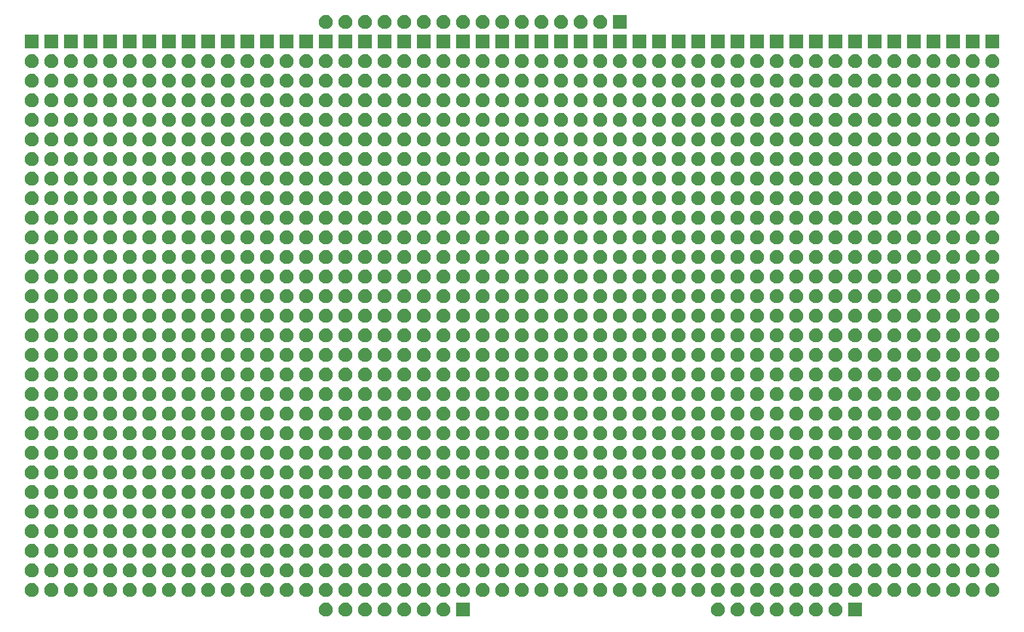
<source format=gbr>
G04 #@! TF.GenerationSoftware,KiCad,Pcbnew,(5.1.5-0-10_14)*
G04 #@! TF.CreationDate,2020-11-20T10:25:49+01:00*
G04 #@! TF.ProjectId,6502-bb,36353032-2d62-4622-9e6b-696361645f70,rev?*
G04 #@! TF.SameCoordinates,Original*
G04 #@! TF.FileFunction,Soldermask,Top*
G04 #@! TF.FilePolarity,Negative*
%FSLAX46Y46*%
G04 Gerber Fmt 4.6, Leading zero omitted, Abs format (unit mm)*
G04 Created by KiCad (PCBNEW (5.1.5-0-10_14)) date 2020-11-20 10:25:49*
%MOMM*%
%LPD*%
G04 APERTURE LIST*
%ADD10C,0.100000*%
G04 APERTURE END LIST*
D10*
G36*
X183781000Y-132981000D02*
G01*
X181979000Y-132981000D01*
X181979000Y-131179000D01*
X183781000Y-131179000D01*
X183781000Y-132981000D01*
G37*
G36*
X180453512Y-131183927D02*
G01*
X180602812Y-131213624D01*
X180766784Y-131281544D01*
X180914354Y-131380147D01*
X181039853Y-131505646D01*
X181138456Y-131653216D01*
X181206376Y-131817188D01*
X181241000Y-131991259D01*
X181241000Y-132168741D01*
X181206376Y-132342812D01*
X181138456Y-132506784D01*
X181039853Y-132654354D01*
X180914354Y-132779853D01*
X180766784Y-132878456D01*
X180602812Y-132946376D01*
X180453512Y-132976073D01*
X180428742Y-132981000D01*
X180251258Y-132981000D01*
X180226488Y-132976073D01*
X180077188Y-132946376D01*
X179913216Y-132878456D01*
X179765646Y-132779853D01*
X179640147Y-132654354D01*
X179541544Y-132506784D01*
X179473624Y-132342812D01*
X179439000Y-132168741D01*
X179439000Y-131991259D01*
X179473624Y-131817188D01*
X179541544Y-131653216D01*
X179640147Y-131505646D01*
X179765646Y-131380147D01*
X179913216Y-131281544D01*
X180077188Y-131213624D01*
X180226488Y-131183927D01*
X180251258Y-131179000D01*
X180428742Y-131179000D01*
X180453512Y-131183927D01*
G37*
G36*
X177913512Y-131183927D02*
G01*
X178062812Y-131213624D01*
X178226784Y-131281544D01*
X178374354Y-131380147D01*
X178499853Y-131505646D01*
X178598456Y-131653216D01*
X178666376Y-131817188D01*
X178701000Y-131991259D01*
X178701000Y-132168741D01*
X178666376Y-132342812D01*
X178598456Y-132506784D01*
X178499853Y-132654354D01*
X178374354Y-132779853D01*
X178226784Y-132878456D01*
X178062812Y-132946376D01*
X177913512Y-132976073D01*
X177888742Y-132981000D01*
X177711258Y-132981000D01*
X177686488Y-132976073D01*
X177537188Y-132946376D01*
X177373216Y-132878456D01*
X177225646Y-132779853D01*
X177100147Y-132654354D01*
X177001544Y-132506784D01*
X176933624Y-132342812D01*
X176899000Y-132168741D01*
X176899000Y-131991259D01*
X176933624Y-131817188D01*
X177001544Y-131653216D01*
X177100147Y-131505646D01*
X177225646Y-131380147D01*
X177373216Y-131281544D01*
X177537188Y-131213624D01*
X177686488Y-131183927D01*
X177711258Y-131179000D01*
X177888742Y-131179000D01*
X177913512Y-131183927D01*
G37*
G36*
X175373512Y-131183927D02*
G01*
X175522812Y-131213624D01*
X175686784Y-131281544D01*
X175834354Y-131380147D01*
X175959853Y-131505646D01*
X176058456Y-131653216D01*
X176126376Y-131817188D01*
X176161000Y-131991259D01*
X176161000Y-132168741D01*
X176126376Y-132342812D01*
X176058456Y-132506784D01*
X175959853Y-132654354D01*
X175834354Y-132779853D01*
X175686784Y-132878456D01*
X175522812Y-132946376D01*
X175373512Y-132976073D01*
X175348742Y-132981000D01*
X175171258Y-132981000D01*
X175146488Y-132976073D01*
X174997188Y-132946376D01*
X174833216Y-132878456D01*
X174685646Y-132779853D01*
X174560147Y-132654354D01*
X174461544Y-132506784D01*
X174393624Y-132342812D01*
X174359000Y-132168741D01*
X174359000Y-131991259D01*
X174393624Y-131817188D01*
X174461544Y-131653216D01*
X174560147Y-131505646D01*
X174685646Y-131380147D01*
X174833216Y-131281544D01*
X174997188Y-131213624D01*
X175146488Y-131183927D01*
X175171258Y-131179000D01*
X175348742Y-131179000D01*
X175373512Y-131183927D01*
G37*
G36*
X172833512Y-131183927D02*
G01*
X172982812Y-131213624D01*
X173146784Y-131281544D01*
X173294354Y-131380147D01*
X173419853Y-131505646D01*
X173518456Y-131653216D01*
X173586376Y-131817188D01*
X173621000Y-131991259D01*
X173621000Y-132168741D01*
X173586376Y-132342812D01*
X173518456Y-132506784D01*
X173419853Y-132654354D01*
X173294354Y-132779853D01*
X173146784Y-132878456D01*
X172982812Y-132946376D01*
X172833512Y-132976073D01*
X172808742Y-132981000D01*
X172631258Y-132981000D01*
X172606488Y-132976073D01*
X172457188Y-132946376D01*
X172293216Y-132878456D01*
X172145646Y-132779853D01*
X172020147Y-132654354D01*
X171921544Y-132506784D01*
X171853624Y-132342812D01*
X171819000Y-132168741D01*
X171819000Y-131991259D01*
X171853624Y-131817188D01*
X171921544Y-131653216D01*
X172020147Y-131505646D01*
X172145646Y-131380147D01*
X172293216Y-131281544D01*
X172457188Y-131213624D01*
X172606488Y-131183927D01*
X172631258Y-131179000D01*
X172808742Y-131179000D01*
X172833512Y-131183927D01*
G37*
G36*
X170293512Y-131183927D02*
G01*
X170442812Y-131213624D01*
X170606784Y-131281544D01*
X170754354Y-131380147D01*
X170879853Y-131505646D01*
X170978456Y-131653216D01*
X171046376Y-131817188D01*
X171081000Y-131991259D01*
X171081000Y-132168741D01*
X171046376Y-132342812D01*
X170978456Y-132506784D01*
X170879853Y-132654354D01*
X170754354Y-132779853D01*
X170606784Y-132878456D01*
X170442812Y-132946376D01*
X170293512Y-132976073D01*
X170268742Y-132981000D01*
X170091258Y-132981000D01*
X170066488Y-132976073D01*
X169917188Y-132946376D01*
X169753216Y-132878456D01*
X169605646Y-132779853D01*
X169480147Y-132654354D01*
X169381544Y-132506784D01*
X169313624Y-132342812D01*
X169279000Y-132168741D01*
X169279000Y-131991259D01*
X169313624Y-131817188D01*
X169381544Y-131653216D01*
X169480147Y-131505646D01*
X169605646Y-131380147D01*
X169753216Y-131281544D01*
X169917188Y-131213624D01*
X170066488Y-131183927D01*
X170091258Y-131179000D01*
X170268742Y-131179000D01*
X170293512Y-131183927D01*
G37*
G36*
X167753512Y-131183927D02*
G01*
X167902812Y-131213624D01*
X168066784Y-131281544D01*
X168214354Y-131380147D01*
X168339853Y-131505646D01*
X168438456Y-131653216D01*
X168506376Y-131817188D01*
X168541000Y-131991259D01*
X168541000Y-132168741D01*
X168506376Y-132342812D01*
X168438456Y-132506784D01*
X168339853Y-132654354D01*
X168214354Y-132779853D01*
X168066784Y-132878456D01*
X167902812Y-132946376D01*
X167753512Y-132976073D01*
X167728742Y-132981000D01*
X167551258Y-132981000D01*
X167526488Y-132976073D01*
X167377188Y-132946376D01*
X167213216Y-132878456D01*
X167065646Y-132779853D01*
X166940147Y-132654354D01*
X166841544Y-132506784D01*
X166773624Y-132342812D01*
X166739000Y-132168741D01*
X166739000Y-131991259D01*
X166773624Y-131817188D01*
X166841544Y-131653216D01*
X166940147Y-131505646D01*
X167065646Y-131380147D01*
X167213216Y-131281544D01*
X167377188Y-131213624D01*
X167526488Y-131183927D01*
X167551258Y-131179000D01*
X167728742Y-131179000D01*
X167753512Y-131183927D01*
G37*
G36*
X165213512Y-131183927D02*
G01*
X165362812Y-131213624D01*
X165526784Y-131281544D01*
X165674354Y-131380147D01*
X165799853Y-131505646D01*
X165898456Y-131653216D01*
X165966376Y-131817188D01*
X166001000Y-131991259D01*
X166001000Y-132168741D01*
X165966376Y-132342812D01*
X165898456Y-132506784D01*
X165799853Y-132654354D01*
X165674354Y-132779853D01*
X165526784Y-132878456D01*
X165362812Y-132946376D01*
X165213512Y-132976073D01*
X165188742Y-132981000D01*
X165011258Y-132981000D01*
X164986488Y-132976073D01*
X164837188Y-132946376D01*
X164673216Y-132878456D01*
X164525646Y-132779853D01*
X164400147Y-132654354D01*
X164301544Y-132506784D01*
X164233624Y-132342812D01*
X164199000Y-132168741D01*
X164199000Y-131991259D01*
X164233624Y-131817188D01*
X164301544Y-131653216D01*
X164400147Y-131505646D01*
X164525646Y-131380147D01*
X164673216Y-131281544D01*
X164837188Y-131213624D01*
X164986488Y-131183927D01*
X165011258Y-131179000D01*
X165188742Y-131179000D01*
X165213512Y-131183927D01*
G37*
G36*
X132981000Y-132981000D02*
G01*
X131179000Y-132981000D01*
X131179000Y-131179000D01*
X132981000Y-131179000D01*
X132981000Y-132981000D01*
G37*
G36*
X129653512Y-131183927D02*
G01*
X129802812Y-131213624D01*
X129966784Y-131281544D01*
X130114354Y-131380147D01*
X130239853Y-131505646D01*
X130338456Y-131653216D01*
X130406376Y-131817188D01*
X130441000Y-131991259D01*
X130441000Y-132168741D01*
X130406376Y-132342812D01*
X130338456Y-132506784D01*
X130239853Y-132654354D01*
X130114354Y-132779853D01*
X129966784Y-132878456D01*
X129802812Y-132946376D01*
X129653512Y-132976073D01*
X129628742Y-132981000D01*
X129451258Y-132981000D01*
X129426488Y-132976073D01*
X129277188Y-132946376D01*
X129113216Y-132878456D01*
X128965646Y-132779853D01*
X128840147Y-132654354D01*
X128741544Y-132506784D01*
X128673624Y-132342812D01*
X128639000Y-132168741D01*
X128639000Y-131991259D01*
X128673624Y-131817188D01*
X128741544Y-131653216D01*
X128840147Y-131505646D01*
X128965646Y-131380147D01*
X129113216Y-131281544D01*
X129277188Y-131213624D01*
X129426488Y-131183927D01*
X129451258Y-131179000D01*
X129628742Y-131179000D01*
X129653512Y-131183927D01*
G37*
G36*
X127113512Y-131183927D02*
G01*
X127262812Y-131213624D01*
X127426784Y-131281544D01*
X127574354Y-131380147D01*
X127699853Y-131505646D01*
X127798456Y-131653216D01*
X127866376Y-131817188D01*
X127901000Y-131991259D01*
X127901000Y-132168741D01*
X127866376Y-132342812D01*
X127798456Y-132506784D01*
X127699853Y-132654354D01*
X127574354Y-132779853D01*
X127426784Y-132878456D01*
X127262812Y-132946376D01*
X127113512Y-132976073D01*
X127088742Y-132981000D01*
X126911258Y-132981000D01*
X126886488Y-132976073D01*
X126737188Y-132946376D01*
X126573216Y-132878456D01*
X126425646Y-132779853D01*
X126300147Y-132654354D01*
X126201544Y-132506784D01*
X126133624Y-132342812D01*
X126099000Y-132168741D01*
X126099000Y-131991259D01*
X126133624Y-131817188D01*
X126201544Y-131653216D01*
X126300147Y-131505646D01*
X126425646Y-131380147D01*
X126573216Y-131281544D01*
X126737188Y-131213624D01*
X126886488Y-131183927D01*
X126911258Y-131179000D01*
X127088742Y-131179000D01*
X127113512Y-131183927D01*
G37*
G36*
X124573512Y-131183927D02*
G01*
X124722812Y-131213624D01*
X124886784Y-131281544D01*
X125034354Y-131380147D01*
X125159853Y-131505646D01*
X125258456Y-131653216D01*
X125326376Y-131817188D01*
X125361000Y-131991259D01*
X125361000Y-132168741D01*
X125326376Y-132342812D01*
X125258456Y-132506784D01*
X125159853Y-132654354D01*
X125034354Y-132779853D01*
X124886784Y-132878456D01*
X124722812Y-132946376D01*
X124573512Y-132976073D01*
X124548742Y-132981000D01*
X124371258Y-132981000D01*
X124346488Y-132976073D01*
X124197188Y-132946376D01*
X124033216Y-132878456D01*
X123885646Y-132779853D01*
X123760147Y-132654354D01*
X123661544Y-132506784D01*
X123593624Y-132342812D01*
X123559000Y-132168741D01*
X123559000Y-131991259D01*
X123593624Y-131817188D01*
X123661544Y-131653216D01*
X123760147Y-131505646D01*
X123885646Y-131380147D01*
X124033216Y-131281544D01*
X124197188Y-131213624D01*
X124346488Y-131183927D01*
X124371258Y-131179000D01*
X124548742Y-131179000D01*
X124573512Y-131183927D01*
G37*
G36*
X122033512Y-131183927D02*
G01*
X122182812Y-131213624D01*
X122346784Y-131281544D01*
X122494354Y-131380147D01*
X122619853Y-131505646D01*
X122718456Y-131653216D01*
X122786376Y-131817188D01*
X122821000Y-131991259D01*
X122821000Y-132168741D01*
X122786376Y-132342812D01*
X122718456Y-132506784D01*
X122619853Y-132654354D01*
X122494354Y-132779853D01*
X122346784Y-132878456D01*
X122182812Y-132946376D01*
X122033512Y-132976073D01*
X122008742Y-132981000D01*
X121831258Y-132981000D01*
X121806488Y-132976073D01*
X121657188Y-132946376D01*
X121493216Y-132878456D01*
X121345646Y-132779853D01*
X121220147Y-132654354D01*
X121121544Y-132506784D01*
X121053624Y-132342812D01*
X121019000Y-132168741D01*
X121019000Y-131991259D01*
X121053624Y-131817188D01*
X121121544Y-131653216D01*
X121220147Y-131505646D01*
X121345646Y-131380147D01*
X121493216Y-131281544D01*
X121657188Y-131213624D01*
X121806488Y-131183927D01*
X121831258Y-131179000D01*
X122008742Y-131179000D01*
X122033512Y-131183927D01*
G37*
G36*
X119493512Y-131183927D02*
G01*
X119642812Y-131213624D01*
X119806784Y-131281544D01*
X119954354Y-131380147D01*
X120079853Y-131505646D01*
X120178456Y-131653216D01*
X120246376Y-131817188D01*
X120281000Y-131991259D01*
X120281000Y-132168741D01*
X120246376Y-132342812D01*
X120178456Y-132506784D01*
X120079853Y-132654354D01*
X119954354Y-132779853D01*
X119806784Y-132878456D01*
X119642812Y-132946376D01*
X119493512Y-132976073D01*
X119468742Y-132981000D01*
X119291258Y-132981000D01*
X119266488Y-132976073D01*
X119117188Y-132946376D01*
X118953216Y-132878456D01*
X118805646Y-132779853D01*
X118680147Y-132654354D01*
X118581544Y-132506784D01*
X118513624Y-132342812D01*
X118479000Y-132168741D01*
X118479000Y-131991259D01*
X118513624Y-131817188D01*
X118581544Y-131653216D01*
X118680147Y-131505646D01*
X118805646Y-131380147D01*
X118953216Y-131281544D01*
X119117188Y-131213624D01*
X119266488Y-131183927D01*
X119291258Y-131179000D01*
X119468742Y-131179000D01*
X119493512Y-131183927D01*
G37*
G36*
X116953512Y-131183927D02*
G01*
X117102812Y-131213624D01*
X117266784Y-131281544D01*
X117414354Y-131380147D01*
X117539853Y-131505646D01*
X117638456Y-131653216D01*
X117706376Y-131817188D01*
X117741000Y-131991259D01*
X117741000Y-132168741D01*
X117706376Y-132342812D01*
X117638456Y-132506784D01*
X117539853Y-132654354D01*
X117414354Y-132779853D01*
X117266784Y-132878456D01*
X117102812Y-132946376D01*
X116953512Y-132976073D01*
X116928742Y-132981000D01*
X116751258Y-132981000D01*
X116726488Y-132976073D01*
X116577188Y-132946376D01*
X116413216Y-132878456D01*
X116265646Y-132779853D01*
X116140147Y-132654354D01*
X116041544Y-132506784D01*
X115973624Y-132342812D01*
X115939000Y-132168741D01*
X115939000Y-131991259D01*
X115973624Y-131817188D01*
X116041544Y-131653216D01*
X116140147Y-131505646D01*
X116265646Y-131380147D01*
X116413216Y-131281544D01*
X116577188Y-131213624D01*
X116726488Y-131183927D01*
X116751258Y-131179000D01*
X116928742Y-131179000D01*
X116953512Y-131183927D01*
G37*
G36*
X114413512Y-131183927D02*
G01*
X114562812Y-131213624D01*
X114726784Y-131281544D01*
X114874354Y-131380147D01*
X114999853Y-131505646D01*
X115098456Y-131653216D01*
X115166376Y-131817188D01*
X115201000Y-131991259D01*
X115201000Y-132168741D01*
X115166376Y-132342812D01*
X115098456Y-132506784D01*
X114999853Y-132654354D01*
X114874354Y-132779853D01*
X114726784Y-132878456D01*
X114562812Y-132946376D01*
X114413512Y-132976073D01*
X114388742Y-132981000D01*
X114211258Y-132981000D01*
X114186488Y-132976073D01*
X114037188Y-132946376D01*
X113873216Y-132878456D01*
X113725646Y-132779853D01*
X113600147Y-132654354D01*
X113501544Y-132506784D01*
X113433624Y-132342812D01*
X113399000Y-132168741D01*
X113399000Y-131991259D01*
X113433624Y-131817188D01*
X113501544Y-131653216D01*
X113600147Y-131505646D01*
X113725646Y-131380147D01*
X113873216Y-131281544D01*
X114037188Y-131213624D01*
X114186488Y-131183927D01*
X114211258Y-131179000D01*
X114388742Y-131179000D01*
X114413512Y-131183927D01*
G37*
G36*
X160133512Y-128643927D02*
G01*
X160282812Y-128673624D01*
X160446784Y-128741544D01*
X160594354Y-128840147D01*
X160719853Y-128965646D01*
X160818456Y-129113216D01*
X160886376Y-129277188D01*
X160921000Y-129451259D01*
X160921000Y-129628741D01*
X160886376Y-129802812D01*
X160818456Y-129966784D01*
X160719853Y-130114354D01*
X160594354Y-130239853D01*
X160446784Y-130338456D01*
X160282812Y-130406376D01*
X160133512Y-130436073D01*
X160108742Y-130441000D01*
X159931258Y-130441000D01*
X159906488Y-130436073D01*
X159757188Y-130406376D01*
X159593216Y-130338456D01*
X159445646Y-130239853D01*
X159320147Y-130114354D01*
X159221544Y-129966784D01*
X159153624Y-129802812D01*
X159119000Y-129628741D01*
X159119000Y-129451259D01*
X159153624Y-129277188D01*
X159221544Y-129113216D01*
X159320147Y-128965646D01*
X159445646Y-128840147D01*
X159593216Y-128741544D01*
X159757188Y-128673624D01*
X159906488Y-128643927D01*
X159931258Y-128639000D01*
X160108742Y-128639000D01*
X160133512Y-128643927D01*
G37*
G36*
X157593512Y-128643927D02*
G01*
X157742812Y-128673624D01*
X157906784Y-128741544D01*
X158054354Y-128840147D01*
X158179853Y-128965646D01*
X158278456Y-129113216D01*
X158346376Y-129277188D01*
X158381000Y-129451259D01*
X158381000Y-129628741D01*
X158346376Y-129802812D01*
X158278456Y-129966784D01*
X158179853Y-130114354D01*
X158054354Y-130239853D01*
X157906784Y-130338456D01*
X157742812Y-130406376D01*
X157593512Y-130436073D01*
X157568742Y-130441000D01*
X157391258Y-130441000D01*
X157366488Y-130436073D01*
X157217188Y-130406376D01*
X157053216Y-130338456D01*
X156905646Y-130239853D01*
X156780147Y-130114354D01*
X156681544Y-129966784D01*
X156613624Y-129802812D01*
X156579000Y-129628741D01*
X156579000Y-129451259D01*
X156613624Y-129277188D01*
X156681544Y-129113216D01*
X156780147Y-128965646D01*
X156905646Y-128840147D01*
X157053216Y-128741544D01*
X157217188Y-128673624D01*
X157366488Y-128643927D01*
X157391258Y-128639000D01*
X157568742Y-128639000D01*
X157593512Y-128643927D01*
G37*
G36*
X155053512Y-128643927D02*
G01*
X155202812Y-128673624D01*
X155366784Y-128741544D01*
X155514354Y-128840147D01*
X155639853Y-128965646D01*
X155738456Y-129113216D01*
X155806376Y-129277188D01*
X155841000Y-129451259D01*
X155841000Y-129628741D01*
X155806376Y-129802812D01*
X155738456Y-129966784D01*
X155639853Y-130114354D01*
X155514354Y-130239853D01*
X155366784Y-130338456D01*
X155202812Y-130406376D01*
X155053512Y-130436073D01*
X155028742Y-130441000D01*
X154851258Y-130441000D01*
X154826488Y-130436073D01*
X154677188Y-130406376D01*
X154513216Y-130338456D01*
X154365646Y-130239853D01*
X154240147Y-130114354D01*
X154141544Y-129966784D01*
X154073624Y-129802812D01*
X154039000Y-129628741D01*
X154039000Y-129451259D01*
X154073624Y-129277188D01*
X154141544Y-129113216D01*
X154240147Y-128965646D01*
X154365646Y-128840147D01*
X154513216Y-128741544D01*
X154677188Y-128673624D01*
X154826488Y-128643927D01*
X154851258Y-128639000D01*
X155028742Y-128639000D01*
X155053512Y-128643927D01*
G37*
G36*
X152513512Y-128643927D02*
G01*
X152662812Y-128673624D01*
X152826784Y-128741544D01*
X152974354Y-128840147D01*
X153099853Y-128965646D01*
X153198456Y-129113216D01*
X153266376Y-129277188D01*
X153301000Y-129451259D01*
X153301000Y-129628741D01*
X153266376Y-129802812D01*
X153198456Y-129966784D01*
X153099853Y-130114354D01*
X152974354Y-130239853D01*
X152826784Y-130338456D01*
X152662812Y-130406376D01*
X152513512Y-130436073D01*
X152488742Y-130441000D01*
X152311258Y-130441000D01*
X152286488Y-130436073D01*
X152137188Y-130406376D01*
X151973216Y-130338456D01*
X151825646Y-130239853D01*
X151700147Y-130114354D01*
X151601544Y-129966784D01*
X151533624Y-129802812D01*
X151499000Y-129628741D01*
X151499000Y-129451259D01*
X151533624Y-129277188D01*
X151601544Y-129113216D01*
X151700147Y-128965646D01*
X151825646Y-128840147D01*
X151973216Y-128741544D01*
X152137188Y-128673624D01*
X152286488Y-128643927D01*
X152311258Y-128639000D01*
X152488742Y-128639000D01*
X152513512Y-128643927D01*
G37*
G36*
X149973512Y-128643927D02*
G01*
X150122812Y-128673624D01*
X150286784Y-128741544D01*
X150434354Y-128840147D01*
X150559853Y-128965646D01*
X150658456Y-129113216D01*
X150726376Y-129277188D01*
X150761000Y-129451259D01*
X150761000Y-129628741D01*
X150726376Y-129802812D01*
X150658456Y-129966784D01*
X150559853Y-130114354D01*
X150434354Y-130239853D01*
X150286784Y-130338456D01*
X150122812Y-130406376D01*
X149973512Y-130436073D01*
X149948742Y-130441000D01*
X149771258Y-130441000D01*
X149746488Y-130436073D01*
X149597188Y-130406376D01*
X149433216Y-130338456D01*
X149285646Y-130239853D01*
X149160147Y-130114354D01*
X149061544Y-129966784D01*
X148993624Y-129802812D01*
X148959000Y-129628741D01*
X148959000Y-129451259D01*
X148993624Y-129277188D01*
X149061544Y-129113216D01*
X149160147Y-128965646D01*
X149285646Y-128840147D01*
X149433216Y-128741544D01*
X149597188Y-128673624D01*
X149746488Y-128643927D01*
X149771258Y-128639000D01*
X149948742Y-128639000D01*
X149973512Y-128643927D01*
G37*
G36*
X147433512Y-128643927D02*
G01*
X147582812Y-128673624D01*
X147746784Y-128741544D01*
X147894354Y-128840147D01*
X148019853Y-128965646D01*
X148118456Y-129113216D01*
X148186376Y-129277188D01*
X148221000Y-129451259D01*
X148221000Y-129628741D01*
X148186376Y-129802812D01*
X148118456Y-129966784D01*
X148019853Y-130114354D01*
X147894354Y-130239853D01*
X147746784Y-130338456D01*
X147582812Y-130406376D01*
X147433512Y-130436073D01*
X147408742Y-130441000D01*
X147231258Y-130441000D01*
X147206488Y-130436073D01*
X147057188Y-130406376D01*
X146893216Y-130338456D01*
X146745646Y-130239853D01*
X146620147Y-130114354D01*
X146521544Y-129966784D01*
X146453624Y-129802812D01*
X146419000Y-129628741D01*
X146419000Y-129451259D01*
X146453624Y-129277188D01*
X146521544Y-129113216D01*
X146620147Y-128965646D01*
X146745646Y-128840147D01*
X146893216Y-128741544D01*
X147057188Y-128673624D01*
X147206488Y-128643927D01*
X147231258Y-128639000D01*
X147408742Y-128639000D01*
X147433512Y-128643927D01*
G37*
G36*
X144893512Y-128643927D02*
G01*
X145042812Y-128673624D01*
X145206784Y-128741544D01*
X145354354Y-128840147D01*
X145479853Y-128965646D01*
X145578456Y-129113216D01*
X145646376Y-129277188D01*
X145681000Y-129451259D01*
X145681000Y-129628741D01*
X145646376Y-129802812D01*
X145578456Y-129966784D01*
X145479853Y-130114354D01*
X145354354Y-130239853D01*
X145206784Y-130338456D01*
X145042812Y-130406376D01*
X144893512Y-130436073D01*
X144868742Y-130441000D01*
X144691258Y-130441000D01*
X144666488Y-130436073D01*
X144517188Y-130406376D01*
X144353216Y-130338456D01*
X144205646Y-130239853D01*
X144080147Y-130114354D01*
X143981544Y-129966784D01*
X143913624Y-129802812D01*
X143879000Y-129628741D01*
X143879000Y-129451259D01*
X143913624Y-129277188D01*
X143981544Y-129113216D01*
X144080147Y-128965646D01*
X144205646Y-128840147D01*
X144353216Y-128741544D01*
X144517188Y-128673624D01*
X144666488Y-128643927D01*
X144691258Y-128639000D01*
X144868742Y-128639000D01*
X144893512Y-128643927D01*
G37*
G36*
X142353512Y-128643927D02*
G01*
X142502812Y-128673624D01*
X142666784Y-128741544D01*
X142814354Y-128840147D01*
X142939853Y-128965646D01*
X143038456Y-129113216D01*
X143106376Y-129277188D01*
X143141000Y-129451259D01*
X143141000Y-129628741D01*
X143106376Y-129802812D01*
X143038456Y-129966784D01*
X142939853Y-130114354D01*
X142814354Y-130239853D01*
X142666784Y-130338456D01*
X142502812Y-130406376D01*
X142353512Y-130436073D01*
X142328742Y-130441000D01*
X142151258Y-130441000D01*
X142126488Y-130436073D01*
X141977188Y-130406376D01*
X141813216Y-130338456D01*
X141665646Y-130239853D01*
X141540147Y-130114354D01*
X141441544Y-129966784D01*
X141373624Y-129802812D01*
X141339000Y-129628741D01*
X141339000Y-129451259D01*
X141373624Y-129277188D01*
X141441544Y-129113216D01*
X141540147Y-128965646D01*
X141665646Y-128840147D01*
X141813216Y-128741544D01*
X141977188Y-128673624D01*
X142126488Y-128643927D01*
X142151258Y-128639000D01*
X142328742Y-128639000D01*
X142353512Y-128643927D01*
G37*
G36*
X139813512Y-128643927D02*
G01*
X139962812Y-128673624D01*
X140126784Y-128741544D01*
X140274354Y-128840147D01*
X140399853Y-128965646D01*
X140498456Y-129113216D01*
X140566376Y-129277188D01*
X140601000Y-129451259D01*
X140601000Y-129628741D01*
X140566376Y-129802812D01*
X140498456Y-129966784D01*
X140399853Y-130114354D01*
X140274354Y-130239853D01*
X140126784Y-130338456D01*
X139962812Y-130406376D01*
X139813512Y-130436073D01*
X139788742Y-130441000D01*
X139611258Y-130441000D01*
X139586488Y-130436073D01*
X139437188Y-130406376D01*
X139273216Y-130338456D01*
X139125646Y-130239853D01*
X139000147Y-130114354D01*
X138901544Y-129966784D01*
X138833624Y-129802812D01*
X138799000Y-129628741D01*
X138799000Y-129451259D01*
X138833624Y-129277188D01*
X138901544Y-129113216D01*
X139000147Y-128965646D01*
X139125646Y-128840147D01*
X139273216Y-128741544D01*
X139437188Y-128673624D01*
X139586488Y-128643927D01*
X139611258Y-128639000D01*
X139788742Y-128639000D01*
X139813512Y-128643927D01*
G37*
G36*
X137273512Y-128643927D02*
G01*
X137422812Y-128673624D01*
X137586784Y-128741544D01*
X137734354Y-128840147D01*
X137859853Y-128965646D01*
X137958456Y-129113216D01*
X138026376Y-129277188D01*
X138061000Y-129451259D01*
X138061000Y-129628741D01*
X138026376Y-129802812D01*
X137958456Y-129966784D01*
X137859853Y-130114354D01*
X137734354Y-130239853D01*
X137586784Y-130338456D01*
X137422812Y-130406376D01*
X137273512Y-130436073D01*
X137248742Y-130441000D01*
X137071258Y-130441000D01*
X137046488Y-130436073D01*
X136897188Y-130406376D01*
X136733216Y-130338456D01*
X136585646Y-130239853D01*
X136460147Y-130114354D01*
X136361544Y-129966784D01*
X136293624Y-129802812D01*
X136259000Y-129628741D01*
X136259000Y-129451259D01*
X136293624Y-129277188D01*
X136361544Y-129113216D01*
X136460147Y-128965646D01*
X136585646Y-128840147D01*
X136733216Y-128741544D01*
X136897188Y-128673624D01*
X137046488Y-128643927D01*
X137071258Y-128639000D01*
X137248742Y-128639000D01*
X137273512Y-128643927D01*
G37*
G36*
X134733512Y-128643927D02*
G01*
X134882812Y-128673624D01*
X135046784Y-128741544D01*
X135194354Y-128840147D01*
X135319853Y-128965646D01*
X135418456Y-129113216D01*
X135486376Y-129277188D01*
X135521000Y-129451259D01*
X135521000Y-129628741D01*
X135486376Y-129802812D01*
X135418456Y-129966784D01*
X135319853Y-130114354D01*
X135194354Y-130239853D01*
X135046784Y-130338456D01*
X134882812Y-130406376D01*
X134733512Y-130436073D01*
X134708742Y-130441000D01*
X134531258Y-130441000D01*
X134506488Y-130436073D01*
X134357188Y-130406376D01*
X134193216Y-130338456D01*
X134045646Y-130239853D01*
X133920147Y-130114354D01*
X133821544Y-129966784D01*
X133753624Y-129802812D01*
X133719000Y-129628741D01*
X133719000Y-129451259D01*
X133753624Y-129277188D01*
X133821544Y-129113216D01*
X133920147Y-128965646D01*
X134045646Y-128840147D01*
X134193216Y-128741544D01*
X134357188Y-128673624D01*
X134506488Y-128643927D01*
X134531258Y-128639000D01*
X134708742Y-128639000D01*
X134733512Y-128643927D01*
G37*
G36*
X132193512Y-128643927D02*
G01*
X132342812Y-128673624D01*
X132506784Y-128741544D01*
X132654354Y-128840147D01*
X132779853Y-128965646D01*
X132878456Y-129113216D01*
X132946376Y-129277188D01*
X132981000Y-129451259D01*
X132981000Y-129628741D01*
X132946376Y-129802812D01*
X132878456Y-129966784D01*
X132779853Y-130114354D01*
X132654354Y-130239853D01*
X132506784Y-130338456D01*
X132342812Y-130406376D01*
X132193512Y-130436073D01*
X132168742Y-130441000D01*
X131991258Y-130441000D01*
X131966488Y-130436073D01*
X131817188Y-130406376D01*
X131653216Y-130338456D01*
X131505646Y-130239853D01*
X131380147Y-130114354D01*
X131281544Y-129966784D01*
X131213624Y-129802812D01*
X131179000Y-129628741D01*
X131179000Y-129451259D01*
X131213624Y-129277188D01*
X131281544Y-129113216D01*
X131380147Y-128965646D01*
X131505646Y-128840147D01*
X131653216Y-128741544D01*
X131817188Y-128673624D01*
X131966488Y-128643927D01*
X131991258Y-128639000D01*
X132168742Y-128639000D01*
X132193512Y-128643927D01*
G37*
G36*
X129653512Y-128643927D02*
G01*
X129802812Y-128673624D01*
X129966784Y-128741544D01*
X130114354Y-128840147D01*
X130239853Y-128965646D01*
X130338456Y-129113216D01*
X130406376Y-129277188D01*
X130441000Y-129451259D01*
X130441000Y-129628741D01*
X130406376Y-129802812D01*
X130338456Y-129966784D01*
X130239853Y-130114354D01*
X130114354Y-130239853D01*
X129966784Y-130338456D01*
X129802812Y-130406376D01*
X129653512Y-130436073D01*
X129628742Y-130441000D01*
X129451258Y-130441000D01*
X129426488Y-130436073D01*
X129277188Y-130406376D01*
X129113216Y-130338456D01*
X128965646Y-130239853D01*
X128840147Y-130114354D01*
X128741544Y-129966784D01*
X128673624Y-129802812D01*
X128639000Y-129628741D01*
X128639000Y-129451259D01*
X128673624Y-129277188D01*
X128741544Y-129113216D01*
X128840147Y-128965646D01*
X128965646Y-128840147D01*
X129113216Y-128741544D01*
X129277188Y-128673624D01*
X129426488Y-128643927D01*
X129451258Y-128639000D01*
X129628742Y-128639000D01*
X129653512Y-128643927D01*
G37*
G36*
X127113512Y-128643927D02*
G01*
X127262812Y-128673624D01*
X127426784Y-128741544D01*
X127574354Y-128840147D01*
X127699853Y-128965646D01*
X127798456Y-129113216D01*
X127866376Y-129277188D01*
X127901000Y-129451259D01*
X127901000Y-129628741D01*
X127866376Y-129802812D01*
X127798456Y-129966784D01*
X127699853Y-130114354D01*
X127574354Y-130239853D01*
X127426784Y-130338456D01*
X127262812Y-130406376D01*
X127113512Y-130436073D01*
X127088742Y-130441000D01*
X126911258Y-130441000D01*
X126886488Y-130436073D01*
X126737188Y-130406376D01*
X126573216Y-130338456D01*
X126425646Y-130239853D01*
X126300147Y-130114354D01*
X126201544Y-129966784D01*
X126133624Y-129802812D01*
X126099000Y-129628741D01*
X126099000Y-129451259D01*
X126133624Y-129277188D01*
X126201544Y-129113216D01*
X126300147Y-128965646D01*
X126425646Y-128840147D01*
X126573216Y-128741544D01*
X126737188Y-128673624D01*
X126886488Y-128643927D01*
X126911258Y-128639000D01*
X127088742Y-128639000D01*
X127113512Y-128643927D01*
G37*
G36*
X124573512Y-128643927D02*
G01*
X124722812Y-128673624D01*
X124886784Y-128741544D01*
X125034354Y-128840147D01*
X125159853Y-128965646D01*
X125258456Y-129113216D01*
X125326376Y-129277188D01*
X125361000Y-129451259D01*
X125361000Y-129628741D01*
X125326376Y-129802812D01*
X125258456Y-129966784D01*
X125159853Y-130114354D01*
X125034354Y-130239853D01*
X124886784Y-130338456D01*
X124722812Y-130406376D01*
X124573512Y-130436073D01*
X124548742Y-130441000D01*
X124371258Y-130441000D01*
X124346488Y-130436073D01*
X124197188Y-130406376D01*
X124033216Y-130338456D01*
X123885646Y-130239853D01*
X123760147Y-130114354D01*
X123661544Y-129966784D01*
X123593624Y-129802812D01*
X123559000Y-129628741D01*
X123559000Y-129451259D01*
X123593624Y-129277188D01*
X123661544Y-129113216D01*
X123760147Y-128965646D01*
X123885646Y-128840147D01*
X124033216Y-128741544D01*
X124197188Y-128673624D01*
X124346488Y-128643927D01*
X124371258Y-128639000D01*
X124548742Y-128639000D01*
X124573512Y-128643927D01*
G37*
G36*
X122033512Y-128643927D02*
G01*
X122182812Y-128673624D01*
X122346784Y-128741544D01*
X122494354Y-128840147D01*
X122619853Y-128965646D01*
X122718456Y-129113216D01*
X122786376Y-129277188D01*
X122821000Y-129451259D01*
X122821000Y-129628741D01*
X122786376Y-129802812D01*
X122718456Y-129966784D01*
X122619853Y-130114354D01*
X122494354Y-130239853D01*
X122346784Y-130338456D01*
X122182812Y-130406376D01*
X122033512Y-130436073D01*
X122008742Y-130441000D01*
X121831258Y-130441000D01*
X121806488Y-130436073D01*
X121657188Y-130406376D01*
X121493216Y-130338456D01*
X121345646Y-130239853D01*
X121220147Y-130114354D01*
X121121544Y-129966784D01*
X121053624Y-129802812D01*
X121019000Y-129628741D01*
X121019000Y-129451259D01*
X121053624Y-129277188D01*
X121121544Y-129113216D01*
X121220147Y-128965646D01*
X121345646Y-128840147D01*
X121493216Y-128741544D01*
X121657188Y-128673624D01*
X121806488Y-128643927D01*
X121831258Y-128639000D01*
X122008742Y-128639000D01*
X122033512Y-128643927D01*
G37*
G36*
X119493512Y-128643927D02*
G01*
X119642812Y-128673624D01*
X119806784Y-128741544D01*
X119954354Y-128840147D01*
X120079853Y-128965646D01*
X120178456Y-129113216D01*
X120246376Y-129277188D01*
X120281000Y-129451259D01*
X120281000Y-129628741D01*
X120246376Y-129802812D01*
X120178456Y-129966784D01*
X120079853Y-130114354D01*
X119954354Y-130239853D01*
X119806784Y-130338456D01*
X119642812Y-130406376D01*
X119493512Y-130436073D01*
X119468742Y-130441000D01*
X119291258Y-130441000D01*
X119266488Y-130436073D01*
X119117188Y-130406376D01*
X118953216Y-130338456D01*
X118805646Y-130239853D01*
X118680147Y-130114354D01*
X118581544Y-129966784D01*
X118513624Y-129802812D01*
X118479000Y-129628741D01*
X118479000Y-129451259D01*
X118513624Y-129277188D01*
X118581544Y-129113216D01*
X118680147Y-128965646D01*
X118805646Y-128840147D01*
X118953216Y-128741544D01*
X119117188Y-128673624D01*
X119266488Y-128643927D01*
X119291258Y-128639000D01*
X119468742Y-128639000D01*
X119493512Y-128643927D01*
G37*
G36*
X116953512Y-128643927D02*
G01*
X117102812Y-128673624D01*
X117266784Y-128741544D01*
X117414354Y-128840147D01*
X117539853Y-128965646D01*
X117638456Y-129113216D01*
X117706376Y-129277188D01*
X117741000Y-129451259D01*
X117741000Y-129628741D01*
X117706376Y-129802812D01*
X117638456Y-129966784D01*
X117539853Y-130114354D01*
X117414354Y-130239853D01*
X117266784Y-130338456D01*
X117102812Y-130406376D01*
X116953512Y-130436073D01*
X116928742Y-130441000D01*
X116751258Y-130441000D01*
X116726488Y-130436073D01*
X116577188Y-130406376D01*
X116413216Y-130338456D01*
X116265646Y-130239853D01*
X116140147Y-130114354D01*
X116041544Y-129966784D01*
X115973624Y-129802812D01*
X115939000Y-129628741D01*
X115939000Y-129451259D01*
X115973624Y-129277188D01*
X116041544Y-129113216D01*
X116140147Y-128965646D01*
X116265646Y-128840147D01*
X116413216Y-128741544D01*
X116577188Y-128673624D01*
X116726488Y-128643927D01*
X116751258Y-128639000D01*
X116928742Y-128639000D01*
X116953512Y-128643927D01*
G37*
G36*
X114413512Y-128643927D02*
G01*
X114562812Y-128673624D01*
X114726784Y-128741544D01*
X114874354Y-128840147D01*
X114999853Y-128965646D01*
X115098456Y-129113216D01*
X115166376Y-129277188D01*
X115201000Y-129451259D01*
X115201000Y-129628741D01*
X115166376Y-129802812D01*
X115098456Y-129966784D01*
X114999853Y-130114354D01*
X114874354Y-130239853D01*
X114726784Y-130338456D01*
X114562812Y-130406376D01*
X114413512Y-130436073D01*
X114388742Y-130441000D01*
X114211258Y-130441000D01*
X114186488Y-130436073D01*
X114037188Y-130406376D01*
X113873216Y-130338456D01*
X113725646Y-130239853D01*
X113600147Y-130114354D01*
X113501544Y-129966784D01*
X113433624Y-129802812D01*
X113399000Y-129628741D01*
X113399000Y-129451259D01*
X113433624Y-129277188D01*
X113501544Y-129113216D01*
X113600147Y-128965646D01*
X113725646Y-128840147D01*
X113873216Y-128741544D01*
X114037188Y-128673624D01*
X114186488Y-128643927D01*
X114211258Y-128639000D01*
X114388742Y-128639000D01*
X114413512Y-128643927D01*
G37*
G36*
X111873512Y-128643927D02*
G01*
X112022812Y-128673624D01*
X112186784Y-128741544D01*
X112334354Y-128840147D01*
X112459853Y-128965646D01*
X112558456Y-129113216D01*
X112626376Y-129277188D01*
X112661000Y-129451259D01*
X112661000Y-129628741D01*
X112626376Y-129802812D01*
X112558456Y-129966784D01*
X112459853Y-130114354D01*
X112334354Y-130239853D01*
X112186784Y-130338456D01*
X112022812Y-130406376D01*
X111873512Y-130436073D01*
X111848742Y-130441000D01*
X111671258Y-130441000D01*
X111646488Y-130436073D01*
X111497188Y-130406376D01*
X111333216Y-130338456D01*
X111185646Y-130239853D01*
X111060147Y-130114354D01*
X110961544Y-129966784D01*
X110893624Y-129802812D01*
X110859000Y-129628741D01*
X110859000Y-129451259D01*
X110893624Y-129277188D01*
X110961544Y-129113216D01*
X111060147Y-128965646D01*
X111185646Y-128840147D01*
X111333216Y-128741544D01*
X111497188Y-128673624D01*
X111646488Y-128643927D01*
X111671258Y-128639000D01*
X111848742Y-128639000D01*
X111873512Y-128643927D01*
G37*
G36*
X109333512Y-128643927D02*
G01*
X109482812Y-128673624D01*
X109646784Y-128741544D01*
X109794354Y-128840147D01*
X109919853Y-128965646D01*
X110018456Y-129113216D01*
X110086376Y-129277188D01*
X110121000Y-129451259D01*
X110121000Y-129628741D01*
X110086376Y-129802812D01*
X110018456Y-129966784D01*
X109919853Y-130114354D01*
X109794354Y-130239853D01*
X109646784Y-130338456D01*
X109482812Y-130406376D01*
X109333512Y-130436073D01*
X109308742Y-130441000D01*
X109131258Y-130441000D01*
X109106488Y-130436073D01*
X108957188Y-130406376D01*
X108793216Y-130338456D01*
X108645646Y-130239853D01*
X108520147Y-130114354D01*
X108421544Y-129966784D01*
X108353624Y-129802812D01*
X108319000Y-129628741D01*
X108319000Y-129451259D01*
X108353624Y-129277188D01*
X108421544Y-129113216D01*
X108520147Y-128965646D01*
X108645646Y-128840147D01*
X108793216Y-128741544D01*
X108957188Y-128673624D01*
X109106488Y-128643927D01*
X109131258Y-128639000D01*
X109308742Y-128639000D01*
X109333512Y-128643927D01*
G37*
G36*
X106793512Y-128643927D02*
G01*
X106942812Y-128673624D01*
X107106784Y-128741544D01*
X107254354Y-128840147D01*
X107379853Y-128965646D01*
X107478456Y-129113216D01*
X107546376Y-129277188D01*
X107581000Y-129451259D01*
X107581000Y-129628741D01*
X107546376Y-129802812D01*
X107478456Y-129966784D01*
X107379853Y-130114354D01*
X107254354Y-130239853D01*
X107106784Y-130338456D01*
X106942812Y-130406376D01*
X106793512Y-130436073D01*
X106768742Y-130441000D01*
X106591258Y-130441000D01*
X106566488Y-130436073D01*
X106417188Y-130406376D01*
X106253216Y-130338456D01*
X106105646Y-130239853D01*
X105980147Y-130114354D01*
X105881544Y-129966784D01*
X105813624Y-129802812D01*
X105779000Y-129628741D01*
X105779000Y-129451259D01*
X105813624Y-129277188D01*
X105881544Y-129113216D01*
X105980147Y-128965646D01*
X106105646Y-128840147D01*
X106253216Y-128741544D01*
X106417188Y-128673624D01*
X106566488Y-128643927D01*
X106591258Y-128639000D01*
X106768742Y-128639000D01*
X106793512Y-128643927D01*
G37*
G36*
X104253512Y-128643927D02*
G01*
X104402812Y-128673624D01*
X104566784Y-128741544D01*
X104714354Y-128840147D01*
X104839853Y-128965646D01*
X104938456Y-129113216D01*
X105006376Y-129277188D01*
X105041000Y-129451259D01*
X105041000Y-129628741D01*
X105006376Y-129802812D01*
X104938456Y-129966784D01*
X104839853Y-130114354D01*
X104714354Y-130239853D01*
X104566784Y-130338456D01*
X104402812Y-130406376D01*
X104253512Y-130436073D01*
X104228742Y-130441000D01*
X104051258Y-130441000D01*
X104026488Y-130436073D01*
X103877188Y-130406376D01*
X103713216Y-130338456D01*
X103565646Y-130239853D01*
X103440147Y-130114354D01*
X103341544Y-129966784D01*
X103273624Y-129802812D01*
X103239000Y-129628741D01*
X103239000Y-129451259D01*
X103273624Y-129277188D01*
X103341544Y-129113216D01*
X103440147Y-128965646D01*
X103565646Y-128840147D01*
X103713216Y-128741544D01*
X103877188Y-128673624D01*
X104026488Y-128643927D01*
X104051258Y-128639000D01*
X104228742Y-128639000D01*
X104253512Y-128643927D01*
G37*
G36*
X101713512Y-128643927D02*
G01*
X101862812Y-128673624D01*
X102026784Y-128741544D01*
X102174354Y-128840147D01*
X102299853Y-128965646D01*
X102398456Y-129113216D01*
X102466376Y-129277188D01*
X102501000Y-129451259D01*
X102501000Y-129628741D01*
X102466376Y-129802812D01*
X102398456Y-129966784D01*
X102299853Y-130114354D01*
X102174354Y-130239853D01*
X102026784Y-130338456D01*
X101862812Y-130406376D01*
X101713512Y-130436073D01*
X101688742Y-130441000D01*
X101511258Y-130441000D01*
X101486488Y-130436073D01*
X101337188Y-130406376D01*
X101173216Y-130338456D01*
X101025646Y-130239853D01*
X100900147Y-130114354D01*
X100801544Y-129966784D01*
X100733624Y-129802812D01*
X100699000Y-129628741D01*
X100699000Y-129451259D01*
X100733624Y-129277188D01*
X100801544Y-129113216D01*
X100900147Y-128965646D01*
X101025646Y-128840147D01*
X101173216Y-128741544D01*
X101337188Y-128673624D01*
X101486488Y-128643927D01*
X101511258Y-128639000D01*
X101688742Y-128639000D01*
X101713512Y-128643927D01*
G37*
G36*
X99173512Y-128643927D02*
G01*
X99322812Y-128673624D01*
X99486784Y-128741544D01*
X99634354Y-128840147D01*
X99759853Y-128965646D01*
X99858456Y-129113216D01*
X99926376Y-129277188D01*
X99961000Y-129451259D01*
X99961000Y-129628741D01*
X99926376Y-129802812D01*
X99858456Y-129966784D01*
X99759853Y-130114354D01*
X99634354Y-130239853D01*
X99486784Y-130338456D01*
X99322812Y-130406376D01*
X99173512Y-130436073D01*
X99148742Y-130441000D01*
X98971258Y-130441000D01*
X98946488Y-130436073D01*
X98797188Y-130406376D01*
X98633216Y-130338456D01*
X98485646Y-130239853D01*
X98360147Y-130114354D01*
X98261544Y-129966784D01*
X98193624Y-129802812D01*
X98159000Y-129628741D01*
X98159000Y-129451259D01*
X98193624Y-129277188D01*
X98261544Y-129113216D01*
X98360147Y-128965646D01*
X98485646Y-128840147D01*
X98633216Y-128741544D01*
X98797188Y-128673624D01*
X98946488Y-128643927D01*
X98971258Y-128639000D01*
X99148742Y-128639000D01*
X99173512Y-128643927D01*
G37*
G36*
X96633512Y-128643927D02*
G01*
X96782812Y-128673624D01*
X96946784Y-128741544D01*
X97094354Y-128840147D01*
X97219853Y-128965646D01*
X97318456Y-129113216D01*
X97386376Y-129277188D01*
X97421000Y-129451259D01*
X97421000Y-129628741D01*
X97386376Y-129802812D01*
X97318456Y-129966784D01*
X97219853Y-130114354D01*
X97094354Y-130239853D01*
X96946784Y-130338456D01*
X96782812Y-130406376D01*
X96633512Y-130436073D01*
X96608742Y-130441000D01*
X96431258Y-130441000D01*
X96406488Y-130436073D01*
X96257188Y-130406376D01*
X96093216Y-130338456D01*
X95945646Y-130239853D01*
X95820147Y-130114354D01*
X95721544Y-129966784D01*
X95653624Y-129802812D01*
X95619000Y-129628741D01*
X95619000Y-129451259D01*
X95653624Y-129277188D01*
X95721544Y-129113216D01*
X95820147Y-128965646D01*
X95945646Y-128840147D01*
X96093216Y-128741544D01*
X96257188Y-128673624D01*
X96406488Y-128643927D01*
X96431258Y-128639000D01*
X96608742Y-128639000D01*
X96633512Y-128643927D01*
G37*
G36*
X94093512Y-128643927D02*
G01*
X94242812Y-128673624D01*
X94406784Y-128741544D01*
X94554354Y-128840147D01*
X94679853Y-128965646D01*
X94778456Y-129113216D01*
X94846376Y-129277188D01*
X94881000Y-129451259D01*
X94881000Y-129628741D01*
X94846376Y-129802812D01*
X94778456Y-129966784D01*
X94679853Y-130114354D01*
X94554354Y-130239853D01*
X94406784Y-130338456D01*
X94242812Y-130406376D01*
X94093512Y-130436073D01*
X94068742Y-130441000D01*
X93891258Y-130441000D01*
X93866488Y-130436073D01*
X93717188Y-130406376D01*
X93553216Y-130338456D01*
X93405646Y-130239853D01*
X93280147Y-130114354D01*
X93181544Y-129966784D01*
X93113624Y-129802812D01*
X93079000Y-129628741D01*
X93079000Y-129451259D01*
X93113624Y-129277188D01*
X93181544Y-129113216D01*
X93280147Y-128965646D01*
X93405646Y-128840147D01*
X93553216Y-128741544D01*
X93717188Y-128673624D01*
X93866488Y-128643927D01*
X93891258Y-128639000D01*
X94068742Y-128639000D01*
X94093512Y-128643927D01*
G37*
G36*
X91553512Y-128643927D02*
G01*
X91702812Y-128673624D01*
X91866784Y-128741544D01*
X92014354Y-128840147D01*
X92139853Y-128965646D01*
X92238456Y-129113216D01*
X92306376Y-129277188D01*
X92341000Y-129451259D01*
X92341000Y-129628741D01*
X92306376Y-129802812D01*
X92238456Y-129966784D01*
X92139853Y-130114354D01*
X92014354Y-130239853D01*
X91866784Y-130338456D01*
X91702812Y-130406376D01*
X91553512Y-130436073D01*
X91528742Y-130441000D01*
X91351258Y-130441000D01*
X91326488Y-130436073D01*
X91177188Y-130406376D01*
X91013216Y-130338456D01*
X90865646Y-130239853D01*
X90740147Y-130114354D01*
X90641544Y-129966784D01*
X90573624Y-129802812D01*
X90539000Y-129628741D01*
X90539000Y-129451259D01*
X90573624Y-129277188D01*
X90641544Y-129113216D01*
X90740147Y-128965646D01*
X90865646Y-128840147D01*
X91013216Y-128741544D01*
X91177188Y-128673624D01*
X91326488Y-128643927D01*
X91351258Y-128639000D01*
X91528742Y-128639000D01*
X91553512Y-128643927D01*
G37*
G36*
X89013512Y-128643927D02*
G01*
X89162812Y-128673624D01*
X89326784Y-128741544D01*
X89474354Y-128840147D01*
X89599853Y-128965646D01*
X89698456Y-129113216D01*
X89766376Y-129277188D01*
X89801000Y-129451259D01*
X89801000Y-129628741D01*
X89766376Y-129802812D01*
X89698456Y-129966784D01*
X89599853Y-130114354D01*
X89474354Y-130239853D01*
X89326784Y-130338456D01*
X89162812Y-130406376D01*
X89013512Y-130436073D01*
X88988742Y-130441000D01*
X88811258Y-130441000D01*
X88786488Y-130436073D01*
X88637188Y-130406376D01*
X88473216Y-130338456D01*
X88325646Y-130239853D01*
X88200147Y-130114354D01*
X88101544Y-129966784D01*
X88033624Y-129802812D01*
X87999000Y-129628741D01*
X87999000Y-129451259D01*
X88033624Y-129277188D01*
X88101544Y-129113216D01*
X88200147Y-128965646D01*
X88325646Y-128840147D01*
X88473216Y-128741544D01*
X88637188Y-128673624D01*
X88786488Y-128643927D01*
X88811258Y-128639000D01*
X88988742Y-128639000D01*
X89013512Y-128643927D01*
G37*
G36*
X86473512Y-128643927D02*
G01*
X86622812Y-128673624D01*
X86786784Y-128741544D01*
X86934354Y-128840147D01*
X87059853Y-128965646D01*
X87158456Y-129113216D01*
X87226376Y-129277188D01*
X87261000Y-129451259D01*
X87261000Y-129628741D01*
X87226376Y-129802812D01*
X87158456Y-129966784D01*
X87059853Y-130114354D01*
X86934354Y-130239853D01*
X86786784Y-130338456D01*
X86622812Y-130406376D01*
X86473512Y-130436073D01*
X86448742Y-130441000D01*
X86271258Y-130441000D01*
X86246488Y-130436073D01*
X86097188Y-130406376D01*
X85933216Y-130338456D01*
X85785646Y-130239853D01*
X85660147Y-130114354D01*
X85561544Y-129966784D01*
X85493624Y-129802812D01*
X85459000Y-129628741D01*
X85459000Y-129451259D01*
X85493624Y-129277188D01*
X85561544Y-129113216D01*
X85660147Y-128965646D01*
X85785646Y-128840147D01*
X85933216Y-128741544D01*
X86097188Y-128673624D01*
X86246488Y-128643927D01*
X86271258Y-128639000D01*
X86448742Y-128639000D01*
X86473512Y-128643927D01*
G37*
G36*
X83933512Y-128643927D02*
G01*
X84082812Y-128673624D01*
X84246784Y-128741544D01*
X84394354Y-128840147D01*
X84519853Y-128965646D01*
X84618456Y-129113216D01*
X84686376Y-129277188D01*
X84721000Y-129451259D01*
X84721000Y-129628741D01*
X84686376Y-129802812D01*
X84618456Y-129966784D01*
X84519853Y-130114354D01*
X84394354Y-130239853D01*
X84246784Y-130338456D01*
X84082812Y-130406376D01*
X83933512Y-130436073D01*
X83908742Y-130441000D01*
X83731258Y-130441000D01*
X83706488Y-130436073D01*
X83557188Y-130406376D01*
X83393216Y-130338456D01*
X83245646Y-130239853D01*
X83120147Y-130114354D01*
X83021544Y-129966784D01*
X82953624Y-129802812D01*
X82919000Y-129628741D01*
X82919000Y-129451259D01*
X82953624Y-129277188D01*
X83021544Y-129113216D01*
X83120147Y-128965646D01*
X83245646Y-128840147D01*
X83393216Y-128741544D01*
X83557188Y-128673624D01*
X83706488Y-128643927D01*
X83731258Y-128639000D01*
X83908742Y-128639000D01*
X83933512Y-128643927D01*
G37*
G36*
X81393512Y-128643927D02*
G01*
X81542812Y-128673624D01*
X81706784Y-128741544D01*
X81854354Y-128840147D01*
X81979853Y-128965646D01*
X82078456Y-129113216D01*
X82146376Y-129277188D01*
X82181000Y-129451259D01*
X82181000Y-129628741D01*
X82146376Y-129802812D01*
X82078456Y-129966784D01*
X81979853Y-130114354D01*
X81854354Y-130239853D01*
X81706784Y-130338456D01*
X81542812Y-130406376D01*
X81393512Y-130436073D01*
X81368742Y-130441000D01*
X81191258Y-130441000D01*
X81166488Y-130436073D01*
X81017188Y-130406376D01*
X80853216Y-130338456D01*
X80705646Y-130239853D01*
X80580147Y-130114354D01*
X80481544Y-129966784D01*
X80413624Y-129802812D01*
X80379000Y-129628741D01*
X80379000Y-129451259D01*
X80413624Y-129277188D01*
X80481544Y-129113216D01*
X80580147Y-128965646D01*
X80705646Y-128840147D01*
X80853216Y-128741544D01*
X81017188Y-128673624D01*
X81166488Y-128643927D01*
X81191258Y-128639000D01*
X81368742Y-128639000D01*
X81393512Y-128643927D01*
G37*
G36*
X78853512Y-128643927D02*
G01*
X79002812Y-128673624D01*
X79166784Y-128741544D01*
X79314354Y-128840147D01*
X79439853Y-128965646D01*
X79538456Y-129113216D01*
X79606376Y-129277188D01*
X79641000Y-129451259D01*
X79641000Y-129628741D01*
X79606376Y-129802812D01*
X79538456Y-129966784D01*
X79439853Y-130114354D01*
X79314354Y-130239853D01*
X79166784Y-130338456D01*
X79002812Y-130406376D01*
X78853512Y-130436073D01*
X78828742Y-130441000D01*
X78651258Y-130441000D01*
X78626488Y-130436073D01*
X78477188Y-130406376D01*
X78313216Y-130338456D01*
X78165646Y-130239853D01*
X78040147Y-130114354D01*
X77941544Y-129966784D01*
X77873624Y-129802812D01*
X77839000Y-129628741D01*
X77839000Y-129451259D01*
X77873624Y-129277188D01*
X77941544Y-129113216D01*
X78040147Y-128965646D01*
X78165646Y-128840147D01*
X78313216Y-128741544D01*
X78477188Y-128673624D01*
X78626488Y-128643927D01*
X78651258Y-128639000D01*
X78828742Y-128639000D01*
X78853512Y-128643927D01*
G37*
G36*
X76313512Y-128643927D02*
G01*
X76462812Y-128673624D01*
X76626784Y-128741544D01*
X76774354Y-128840147D01*
X76899853Y-128965646D01*
X76998456Y-129113216D01*
X77066376Y-129277188D01*
X77101000Y-129451259D01*
X77101000Y-129628741D01*
X77066376Y-129802812D01*
X76998456Y-129966784D01*
X76899853Y-130114354D01*
X76774354Y-130239853D01*
X76626784Y-130338456D01*
X76462812Y-130406376D01*
X76313512Y-130436073D01*
X76288742Y-130441000D01*
X76111258Y-130441000D01*
X76086488Y-130436073D01*
X75937188Y-130406376D01*
X75773216Y-130338456D01*
X75625646Y-130239853D01*
X75500147Y-130114354D01*
X75401544Y-129966784D01*
X75333624Y-129802812D01*
X75299000Y-129628741D01*
X75299000Y-129451259D01*
X75333624Y-129277188D01*
X75401544Y-129113216D01*
X75500147Y-128965646D01*
X75625646Y-128840147D01*
X75773216Y-128741544D01*
X75937188Y-128673624D01*
X76086488Y-128643927D01*
X76111258Y-128639000D01*
X76288742Y-128639000D01*
X76313512Y-128643927D01*
G37*
G36*
X162673512Y-128643927D02*
G01*
X162822812Y-128673624D01*
X162986784Y-128741544D01*
X163134354Y-128840147D01*
X163259853Y-128965646D01*
X163358456Y-129113216D01*
X163426376Y-129277188D01*
X163461000Y-129451259D01*
X163461000Y-129628741D01*
X163426376Y-129802812D01*
X163358456Y-129966784D01*
X163259853Y-130114354D01*
X163134354Y-130239853D01*
X162986784Y-130338456D01*
X162822812Y-130406376D01*
X162673512Y-130436073D01*
X162648742Y-130441000D01*
X162471258Y-130441000D01*
X162446488Y-130436073D01*
X162297188Y-130406376D01*
X162133216Y-130338456D01*
X161985646Y-130239853D01*
X161860147Y-130114354D01*
X161761544Y-129966784D01*
X161693624Y-129802812D01*
X161659000Y-129628741D01*
X161659000Y-129451259D01*
X161693624Y-129277188D01*
X161761544Y-129113216D01*
X161860147Y-128965646D01*
X161985646Y-128840147D01*
X162133216Y-128741544D01*
X162297188Y-128673624D01*
X162446488Y-128643927D01*
X162471258Y-128639000D01*
X162648742Y-128639000D01*
X162673512Y-128643927D01*
G37*
G36*
X195693512Y-128643927D02*
G01*
X195842812Y-128673624D01*
X196006784Y-128741544D01*
X196154354Y-128840147D01*
X196279853Y-128965646D01*
X196378456Y-129113216D01*
X196446376Y-129277188D01*
X196481000Y-129451259D01*
X196481000Y-129628741D01*
X196446376Y-129802812D01*
X196378456Y-129966784D01*
X196279853Y-130114354D01*
X196154354Y-130239853D01*
X196006784Y-130338456D01*
X195842812Y-130406376D01*
X195693512Y-130436073D01*
X195668742Y-130441000D01*
X195491258Y-130441000D01*
X195466488Y-130436073D01*
X195317188Y-130406376D01*
X195153216Y-130338456D01*
X195005646Y-130239853D01*
X194880147Y-130114354D01*
X194781544Y-129966784D01*
X194713624Y-129802812D01*
X194679000Y-129628741D01*
X194679000Y-129451259D01*
X194713624Y-129277188D01*
X194781544Y-129113216D01*
X194880147Y-128965646D01*
X195005646Y-128840147D01*
X195153216Y-128741544D01*
X195317188Y-128673624D01*
X195466488Y-128643927D01*
X195491258Y-128639000D01*
X195668742Y-128639000D01*
X195693512Y-128643927D01*
G37*
G36*
X188073512Y-128643927D02*
G01*
X188222812Y-128673624D01*
X188386784Y-128741544D01*
X188534354Y-128840147D01*
X188659853Y-128965646D01*
X188758456Y-129113216D01*
X188826376Y-129277188D01*
X188861000Y-129451259D01*
X188861000Y-129628741D01*
X188826376Y-129802812D01*
X188758456Y-129966784D01*
X188659853Y-130114354D01*
X188534354Y-130239853D01*
X188386784Y-130338456D01*
X188222812Y-130406376D01*
X188073512Y-130436073D01*
X188048742Y-130441000D01*
X187871258Y-130441000D01*
X187846488Y-130436073D01*
X187697188Y-130406376D01*
X187533216Y-130338456D01*
X187385646Y-130239853D01*
X187260147Y-130114354D01*
X187161544Y-129966784D01*
X187093624Y-129802812D01*
X187059000Y-129628741D01*
X187059000Y-129451259D01*
X187093624Y-129277188D01*
X187161544Y-129113216D01*
X187260147Y-128965646D01*
X187385646Y-128840147D01*
X187533216Y-128741544D01*
X187697188Y-128673624D01*
X187846488Y-128643927D01*
X187871258Y-128639000D01*
X188048742Y-128639000D01*
X188073512Y-128643927D01*
G37*
G36*
X193153512Y-128643927D02*
G01*
X193302812Y-128673624D01*
X193466784Y-128741544D01*
X193614354Y-128840147D01*
X193739853Y-128965646D01*
X193838456Y-129113216D01*
X193906376Y-129277188D01*
X193941000Y-129451259D01*
X193941000Y-129628741D01*
X193906376Y-129802812D01*
X193838456Y-129966784D01*
X193739853Y-130114354D01*
X193614354Y-130239853D01*
X193466784Y-130338456D01*
X193302812Y-130406376D01*
X193153512Y-130436073D01*
X193128742Y-130441000D01*
X192951258Y-130441000D01*
X192926488Y-130436073D01*
X192777188Y-130406376D01*
X192613216Y-130338456D01*
X192465646Y-130239853D01*
X192340147Y-130114354D01*
X192241544Y-129966784D01*
X192173624Y-129802812D01*
X192139000Y-129628741D01*
X192139000Y-129451259D01*
X192173624Y-129277188D01*
X192241544Y-129113216D01*
X192340147Y-128965646D01*
X192465646Y-128840147D01*
X192613216Y-128741544D01*
X192777188Y-128673624D01*
X192926488Y-128643927D01*
X192951258Y-128639000D01*
X193128742Y-128639000D01*
X193153512Y-128643927D01*
G37*
G36*
X177913512Y-128643927D02*
G01*
X178062812Y-128673624D01*
X178226784Y-128741544D01*
X178374354Y-128840147D01*
X178499853Y-128965646D01*
X178598456Y-129113216D01*
X178666376Y-129277188D01*
X178701000Y-129451259D01*
X178701000Y-129628741D01*
X178666376Y-129802812D01*
X178598456Y-129966784D01*
X178499853Y-130114354D01*
X178374354Y-130239853D01*
X178226784Y-130338456D01*
X178062812Y-130406376D01*
X177913512Y-130436073D01*
X177888742Y-130441000D01*
X177711258Y-130441000D01*
X177686488Y-130436073D01*
X177537188Y-130406376D01*
X177373216Y-130338456D01*
X177225646Y-130239853D01*
X177100147Y-130114354D01*
X177001544Y-129966784D01*
X176933624Y-129802812D01*
X176899000Y-129628741D01*
X176899000Y-129451259D01*
X176933624Y-129277188D01*
X177001544Y-129113216D01*
X177100147Y-128965646D01*
X177225646Y-128840147D01*
X177373216Y-128741544D01*
X177537188Y-128673624D01*
X177686488Y-128643927D01*
X177711258Y-128639000D01*
X177888742Y-128639000D01*
X177913512Y-128643927D01*
G37*
G36*
X190613512Y-128643927D02*
G01*
X190762812Y-128673624D01*
X190926784Y-128741544D01*
X191074354Y-128840147D01*
X191199853Y-128965646D01*
X191298456Y-129113216D01*
X191366376Y-129277188D01*
X191401000Y-129451259D01*
X191401000Y-129628741D01*
X191366376Y-129802812D01*
X191298456Y-129966784D01*
X191199853Y-130114354D01*
X191074354Y-130239853D01*
X190926784Y-130338456D01*
X190762812Y-130406376D01*
X190613512Y-130436073D01*
X190588742Y-130441000D01*
X190411258Y-130441000D01*
X190386488Y-130436073D01*
X190237188Y-130406376D01*
X190073216Y-130338456D01*
X189925646Y-130239853D01*
X189800147Y-130114354D01*
X189701544Y-129966784D01*
X189633624Y-129802812D01*
X189599000Y-129628741D01*
X189599000Y-129451259D01*
X189633624Y-129277188D01*
X189701544Y-129113216D01*
X189800147Y-128965646D01*
X189925646Y-128840147D01*
X190073216Y-128741544D01*
X190237188Y-128673624D01*
X190386488Y-128643927D01*
X190411258Y-128639000D01*
X190588742Y-128639000D01*
X190613512Y-128643927D01*
G37*
G36*
X182993512Y-128643927D02*
G01*
X183142812Y-128673624D01*
X183306784Y-128741544D01*
X183454354Y-128840147D01*
X183579853Y-128965646D01*
X183678456Y-129113216D01*
X183746376Y-129277188D01*
X183781000Y-129451259D01*
X183781000Y-129628741D01*
X183746376Y-129802812D01*
X183678456Y-129966784D01*
X183579853Y-130114354D01*
X183454354Y-130239853D01*
X183306784Y-130338456D01*
X183142812Y-130406376D01*
X182993512Y-130436073D01*
X182968742Y-130441000D01*
X182791258Y-130441000D01*
X182766488Y-130436073D01*
X182617188Y-130406376D01*
X182453216Y-130338456D01*
X182305646Y-130239853D01*
X182180147Y-130114354D01*
X182081544Y-129966784D01*
X182013624Y-129802812D01*
X181979000Y-129628741D01*
X181979000Y-129451259D01*
X182013624Y-129277188D01*
X182081544Y-129113216D01*
X182180147Y-128965646D01*
X182305646Y-128840147D01*
X182453216Y-128741544D01*
X182617188Y-128673624D01*
X182766488Y-128643927D01*
X182791258Y-128639000D01*
X182968742Y-128639000D01*
X182993512Y-128643927D01*
G37*
G36*
X180453512Y-128643927D02*
G01*
X180602812Y-128673624D01*
X180766784Y-128741544D01*
X180914354Y-128840147D01*
X181039853Y-128965646D01*
X181138456Y-129113216D01*
X181206376Y-129277188D01*
X181241000Y-129451259D01*
X181241000Y-129628741D01*
X181206376Y-129802812D01*
X181138456Y-129966784D01*
X181039853Y-130114354D01*
X180914354Y-130239853D01*
X180766784Y-130338456D01*
X180602812Y-130406376D01*
X180453512Y-130436073D01*
X180428742Y-130441000D01*
X180251258Y-130441000D01*
X180226488Y-130436073D01*
X180077188Y-130406376D01*
X179913216Y-130338456D01*
X179765646Y-130239853D01*
X179640147Y-130114354D01*
X179541544Y-129966784D01*
X179473624Y-129802812D01*
X179439000Y-129628741D01*
X179439000Y-129451259D01*
X179473624Y-129277188D01*
X179541544Y-129113216D01*
X179640147Y-128965646D01*
X179765646Y-128840147D01*
X179913216Y-128741544D01*
X180077188Y-128673624D01*
X180226488Y-128643927D01*
X180251258Y-128639000D01*
X180428742Y-128639000D01*
X180453512Y-128643927D01*
G37*
G36*
X200773512Y-128643927D02*
G01*
X200922812Y-128673624D01*
X201086784Y-128741544D01*
X201234354Y-128840147D01*
X201359853Y-128965646D01*
X201458456Y-129113216D01*
X201526376Y-129277188D01*
X201561000Y-129451259D01*
X201561000Y-129628741D01*
X201526376Y-129802812D01*
X201458456Y-129966784D01*
X201359853Y-130114354D01*
X201234354Y-130239853D01*
X201086784Y-130338456D01*
X200922812Y-130406376D01*
X200773512Y-130436073D01*
X200748742Y-130441000D01*
X200571258Y-130441000D01*
X200546488Y-130436073D01*
X200397188Y-130406376D01*
X200233216Y-130338456D01*
X200085646Y-130239853D01*
X199960147Y-130114354D01*
X199861544Y-129966784D01*
X199793624Y-129802812D01*
X199759000Y-129628741D01*
X199759000Y-129451259D01*
X199793624Y-129277188D01*
X199861544Y-129113216D01*
X199960147Y-128965646D01*
X200085646Y-128840147D01*
X200233216Y-128741544D01*
X200397188Y-128673624D01*
X200546488Y-128643927D01*
X200571258Y-128639000D01*
X200748742Y-128639000D01*
X200773512Y-128643927D01*
G37*
G36*
X165213512Y-128643927D02*
G01*
X165362812Y-128673624D01*
X165526784Y-128741544D01*
X165674354Y-128840147D01*
X165799853Y-128965646D01*
X165898456Y-129113216D01*
X165966376Y-129277188D01*
X166001000Y-129451259D01*
X166001000Y-129628741D01*
X165966376Y-129802812D01*
X165898456Y-129966784D01*
X165799853Y-130114354D01*
X165674354Y-130239853D01*
X165526784Y-130338456D01*
X165362812Y-130406376D01*
X165213512Y-130436073D01*
X165188742Y-130441000D01*
X165011258Y-130441000D01*
X164986488Y-130436073D01*
X164837188Y-130406376D01*
X164673216Y-130338456D01*
X164525646Y-130239853D01*
X164400147Y-130114354D01*
X164301544Y-129966784D01*
X164233624Y-129802812D01*
X164199000Y-129628741D01*
X164199000Y-129451259D01*
X164233624Y-129277188D01*
X164301544Y-129113216D01*
X164400147Y-128965646D01*
X164525646Y-128840147D01*
X164673216Y-128741544D01*
X164837188Y-128673624D01*
X164986488Y-128643927D01*
X165011258Y-128639000D01*
X165188742Y-128639000D01*
X165213512Y-128643927D01*
G37*
G36*
X170293512Y-128643927D02*
G01*
X170442812Y-128673624D01*
X170606784Y-128741544D01*
X170754354Y-128840147D01*
X170879853Y-128965646D01*
X170978456Y-129113216D01*
X171046376Y-129277188D01*
X171081000Y-129451259D01*
X171081000Y-129628741D01*
X171046376Y-129802812D01*
X170978456Y-129966784D01*
X170879853Y-130114354D01*
X170754354Y-130239853D01*
X170606784Y-130338456D01*
X170442812Y-130406376D01*
X170293512Y-130436073D01*
X170268742Y-130441000D01*
X170091258Y-130441000D01*
X170066488Y-130436073D01*
X169917188Y-130406376D01*
X169753216Y-130338456D01*
X169605646Y-130239853D01*
X169480147Y-130114354D01*
X169381544Y-129966784D01*
X169313624Y-129802812D01*
X169279000Y-129628741D01*
X169279000Y-129451259D01*
X169313624Y-129277188D01*
X169381544Y-129113216D01*
X169480147Y-128965646D01*
X169605646Y-128840147D01*
X169753216Y-128741544D01*
X169917188Y-128673624D01*
X170066488Y-128643927D01*
X170091258Y-128639000D01*
X170268742Y-128639000D01*
X170293512Y-128643927D01*
G37*
G36*
X167753512Y-128643927D02*
G01*
X167902812Y-128673624D01*
X168066784Y-128741544D01*
X168214354Y-128840147D01*
X168339853Y-128965646D01*
X168438456Y-129113216D01*
X168506376Y-129277188D01*
X168541000Y-129451259D01*
X168541000Y-129628741D01*
X168506376Y-129802812D01*
X168438456Y-129966784D01*
X168339853Y-130114354D01*
X168214354Y-130239853D01*
X168066784Y-130338456D01*
X167902812Y-130406376D01*
X167753512Y-130436073D01*
X167728742Y-130441000D01*
X167551258Y-130441000D01*
X167526488Y-130436073D01*
X167377188Y-130406376D01*
X167213216Y-130338456D01*
X167065646Y-130239853D01*
X166940147Y-130114354D01*
X166841544Y-129966784D01*
X166773624Y-129802812D01*
X166739000Y-129628741D01*
X166739000Y-129451259D01*
X166773624Y-129277188D01*
X166841544Y-129113216D01*
X166940147Y-128965646D01*
X167065646Y-128840147D01*
X167213216Y-128741544D01*
X167377188Y-128673624D01*
X167526488Y-128643927D01*
X167551258Y-128639000D01*
X167728742Y-128639000D01*
X167753512Y-128643927D01*
G37*
G36*
X175373512Y-128643927D02*
G01*
X175522812Y-128673624D01*
X175686784Y-128741544D01*
X175834354Y-128840147D01*
X175959853Y-128965646D01*
X176058456Y-129113216D01*
X176126376Y-129277188D01*
X176161000Y-129451259D01*
X176161000Y-129628741D01*
X176126376Y-129802812D01*
X176058456Y-129966784D01*
X175959853Y-130114354D01*
X175834354Y-130239853D01*
X175686784Y-130338456D01*
X175522812Y-130406376D01*
X175373512Y-130436073D01*
X175348742Y-130441000D01*
X175171258Y-130441000D01*
X175146488Y-130436073D01*
X174997188Y-130406376D01*
X174833216Y-130338456D01*
X174685646Y-130239853D01*
X174560147Y-130114354D01*
X174461544Y-129966784D01*
X174393624Y-129802812D01*
X174359000Y-129628741D01*
X174359000Y-129451259D01*
X174393624Y-129277188D01*
X174461544Y-129113216D01*
X174560147Y-128965646D01*
X174685646Y-128840147D01*
X174833216Y-128741544D01*
X174997188Y-128673624D01*
X175146488Y-128643927D01*
X175171258Y-128639000D01*
X175348742Y-128639000D01*
X175373512Y-128643927D01*
G37*
G36*
X172833512Y-128643927D02*
G01*
X172982812Y-128673624D01*
X173146784Y-128741544D01*
X173294354Y-128840147D01*
X173419853Y-128965646D01*
X173518456Y-129113216D01*
X173586376Y-129277188D01*
X173621000Y-129451259D01*
X173621000Y-129628741D01*
X173586376Y-129802812D01*
X173518456Y-129966784D01*
X173419853Y-130114354D01*
X173294354Y-130239853D01*
X173146784Y-130338456D01*
X172982812Y-130406376D01*
X172833512Y-130436073D01*
X172808742Y-130441000D01*
X172631258Y-130441000D01*
X172606488Y-130436073D01*
X172457188Y-130406376D01*
X172293216Y-130338456D01*
X172145646Y-130239853D01*
X172020147Y-130114354D01*
X171921544Y-129966784D01*
X171853624Y-129802812D01*
X171819000Y-129628741D01*
X171819000Y-129451259D01*
X171853624Y-129277188D01*
X171921544Y-129113216D01*
X172020147Y-128965646D01*
X172145646Y-128840147D01*
X172293216Y-128741544D01*
X172457188Y-128673624D01*
X172606488Y-128643927D01*
X172631258Y-128639000D01*
X172808742Y-128639000D01*
X172833512Y-128643927D01*
G37*
G36*
X185533512Y-128643927D02*
G01*
X185682812Y-128673624D01*
X185846784Y-128741544D01*
X185994354Y-128840147D01*
X186119853Y-128965646D01*
X186218456Y-129113216D01*
X186286376Y-129277188D01*
X186321000Y-129451259D01*
X186321000Y-129628741D01*
X186286376Y-129802812D01*
X186218456Y-129966784D01*
X186119853Y-130114354D01*
X185994354Y-130239853D01*
X185846784Y-130338456D01*
X185682812Y-130406376D01*
X185533512Y-130436073D01*
X185508742Y-130441000D01*
X185331258Y-130441000D01*
X185306488Y-130436073D01*
X185157188Y-130406376D01*
X184993216Y-130338456D01*
X184845646Y-130239853D01*
X184720147Y-130114354D01*
X184621544Y-129966784D01*
X184553624Y-129802812D01*
X184519000Y-129628741D01*
X184519000Y-129451259D01*
X184553624Y-129277188D01*
X184621544Y-129113216D01*
X184720147Y-128965646D01*
X184845646Y-128840147D01*
X184993216Y-128741544D01*
X185157188Y-128673624D01*
X185306488Y-128643927D01*
X185331258Y-128639000D01*
X185508742Y-128639000D01*
X185533512Y-128643927D01*
G37*
G36*
X198233512Y-128643927D02*
G01*
X198382812Y-128673624D01*
X198546784Y-128741544D01*
X198694354Y-128840147D01*
X198819853Y-128965646D01*
X198918456Y-129113216D01*
X198986376Y-129277188D01*
X199021000Y-129451259D01*
X199021000Y-129628741D01*
X198986376Y-129802812D01*
X198918456Y-129966784D01*
X198819853Y-130114354D01*
X198694354Y-130239853D01*
X198546784Y-130338456D01*
X198382812Y-130406376D01*
X198233512Y-130436073D01*
X198208742Y-130441000D01*
X198031258Y-130441000D01*
X198006488Y-130436073D01*
X197857188Y-130406376D01*
X197693216Y-130338456D01*
X197545646Y-130239853D01*
X197420147Y-130114354D01*
X197321544Y-129966784D01*
X197253624Y-129802812D01*
X197219000Y-129628741D01*
X197219000Y-129451259D01*
X197253624Y-129277188D01*
X197321544Y-129113216D01*
X197420147Y-128965646D01*
X197545646Y-128840147D01*
X197693216Y-128741544D01*
X197857188Y-128673624D01*
X198006488Y-128643927D01*
X198031258Y-128639000D01*
X198208742Y-128639000D01*
X198233512Y-128643927D01*
G37*
G36*
X124573512Y-126103927D02*
G01*
X124722812Y-126133624D01*
X124886784Y-126201544D01*
X125034354Y-126300147D01*
X125159853Y-126425646D01*
X125258456Y-126573216D01*
X125326376Y-126737188D01*
X125361000Y-126911259D01*
X125361000Y-127088741D01*
X125326376Y-127262812D01*
X125258456Y-127426784D01*
X125159853Y-127574354D01*
X125034354Y-127699853D01*
X124886784Y-127798456D01*
X124722812Y-127866376D01*
X124573512Y-127896073D01*
X124548742Y-127901000D01*
X124371258Y-127901000D01*
X124346488Y-127896073D01*
X124197188Y-127866376D01*
X124033216Y-127798456D01*
X123885646Y-127699853D01*
X123760147Y-127574354D01*
X123661544Y-127426784D01*
X123593624Y-127262812D01*
X123559000Y-127088741D01*
X123559000Y-126911259D01*
X123593624Y-126737188D01*
X123661544Y-126573216D01*
X123760147Y-126425646D01*
X123885646Y-126300147D01*
X124033216Y-126201544D01*
X124197188Y-126133624D01*
X124346488Y-126103927D01*
X124371258Y-126099000D01*
X124548742Y-126099000D01*
X124573512Y-126103927D01*
G37*
G36*
X193153512Y-126103927D02*
G01*
X193302812Y-126133624D01*
X193466784Y-126201544D01*
X193614354Y-126300147D01*
X193739853Y-126425646D01*
X193838456Y-126573216D01*
X193906376Y-126737188D01*
X193941000Y-126911259D01*
X193941000Y-127088741D01*
X193906376Y-127262812D01*
X193838456Y-127426784D01*
X193739853Y-127574354D01*
X193614354Y-127699853D01*
X193466784Y-127798456D01*
X193302812Y-127866376D01*
X193153512Y-127896073D01*
X193128742Y-127901000D01*
X192951258Y-127901000D01*
X192926488Y-127896073D01*
X192777188Y-127866376D01*
X192613216Y-127798456D01*
X192465646Y-127699853D01*
X192340147Y-127574354D01*
X192241544Y-127426784D01*
X192173624Y-127262812D01*
X192139000Y-127088741D01*
X192139000Y-126911259D01*
X192173624Y-126737188D01*
X192241544Y-126573216D01*
X192340147Y-126425646D01*
X192465646Y-126300147D01*
X192613216Y-126201544D01*
X192777188Y-126133624D01*
X192926488Y-126103927D01*
X192951258Y-126099000D01*
X193128742Y-126099000D01*
X193153512Y-126103927D01*
G37*
G36*
X76313512Y-126103927D02*
G01*
X76462812Y-126133624D01*
X76626784Y-126201544D01*
X76774354Y-126300147D01*
X76899853Y-126425646D01*
X76998456Y-126573216D01*
X77066376Y-126737188D01*
X77101000Y-126911259D01*
X77101000Y-127088741D01*
X77066376Y-127262812D01*
X76998456Y-127426784D01*
X76899853Y-127574354D01*
X76774354Y-127699853D01*
X76626784Y-127798456D01*
X76462812Y-127866376D01*
X76313512Y-127896073D01*
X76288742Y-127901000D01*
X76111258Y-127901000D01*
X76086488Y-127896073D01*
X75937188Y-127866376D01*
X75773216Y-127798456D01*
X75625646Y-127699853D01*
X75500147Y-127574354D01*
X75401544Y-127426784D01*
X75333624Y-127262812D01*
X75299000Y-127088741D01*
X75299000Y-126911259D01*
X75333624Y-126737188D01*
X75401544Y-126573216D01*
X75500147Y-126425646D01*
X75625646Y-126300147D01*
X75773216Y-126201544D01*
X75937188Y-126133624D01*
X76086488Y-126103927D01*
X76111258Y-126099000D01*
X76288742Y-126099000D01*
X76313512Y-126103927D01*
G37*
G36*
X109333512Y-126103927D02*
G01*
X109482812Y-126133624D01*
X109646784Y-126201544D01*
X109794354Y-126300147D01*
X109919853Y-126425646D01*
X110018456Y-126573216D01*
X110086376Y-126737188D01*
X110121000Y-126911259D01*
X110121000Y-127088741D01*
X110086376Y-127262812D01*
X110018456Y-127426784D01*
X109919853Y-127574354D01*
X109794354Y-127699853D01*
X109646784Y-127798456D01*
X109482812Y-127866376D01*
X109333512Y-127896073D01*
X109308742Y-127901000D01*
X109131258Y-127901000D01*
X109106488Y-127896073D01*
X108957188Y-127866376D01*
X108793216Y-127798456D01*
X108645646Y-127699853D01*
X108520147Y-127574354D01*
X108421544Y-127426784D01*
X108353624Y-127262812D01*
X108319000Y-127088741D01*
X108319000Y-126911259D01*
X108353624Y-126737188D01*
X108421544Y-126573216D01*
X108520147Y-126425646D01*
X108645646Y-126300147D01*
X108793216Y-126201544D01*
X108957188Y-126133624D01*
X109106488Y-126103927D01*
X109131258Y-126099000D01*
X109308742Y-126099000D01*
X109333512Y-126103927D01*
G37*
G36*
X78853512Y-126103927D02*
G01*
X79002812Y-126133624D01*
X79166784Y-126201544D01*
X79314354Y-126300147D01*
X79439853Y-126425646D01*
X79538456Y-126573216D01*
X79606376Y-126737188D01*
X79641000Y-126911259D01*
X79641000Y-127088741D01*
X79606376Y-127262812D01*
X79538456Y-127426784D01*
X79439853Y-127574354D01*
X79314354Y-127699853D01*
X79166784Y-127798456D01*
X79002812Y-127866376D01*
X78853512Y-127896073D01*
X78828742Y-127901000D01*
X78651258Y-127901000D01*
X78626488Y-127896073D01*
X78477188Y-127866376D01*
X78313216Y-127798456D01*
X78165646Y-127699853D01*
X78040147Y-127574354D01*
X77941544Y-127426784D01*
X77873624Y-127262812D01*
X77839000Y-127088741D01*
X77839000Y-126911259D01*
X77873624Y-126737188D01*
X77941544Y-126573216D01*
X78040147Y-126425646D01*
X78165646Y-126300147D01*
X78313216Y-126201544D01*
X78477188Y-126133624D01*
X78626488Y-126103927D01*
X78651258Y-126099000D01*
X78828742Y-126099000D01*
X78853512Y-126103927D01*
G37*
G36*
X81393512Y-126103927D02*
G01*
X81542812Y-126133624D01*
X81706784Y-126201544D01*
X81854354Y-126300147D01*
X81979853Y-126425646D01*
X82078456Y-126573216D01*
X82146376Y-126737188D01*
X82181000Y-126911259D01*
X82181000Y-127088741D01*
X82146376Y-127262812D01*
X82078456Y-127426784D01*
X81979853Y-127574354D01*
X81854354Y-127699853D01*
X81706784Y-127798456D01*
X81542812Y-127866376D01*
X81393512Y-127896073D01*
X81368742Y-127901000D01*
X81191258Y-127901000D01*
X81166488Y-127896073D01*
X81017188Y-127866376D01*
X80853216Y-127798456D01*
X80705646Y-127699853D01*
X80580147Y-127574354D01*
X80481544Y-127426784D01*
X80413624Y-127262812D01*
X80379000Y-127088741D01*
X80379000Y-126911259D01*
X80413624Y-126737188D01*
X80481544Y-126573216D01*
X80580147Y-126425646D01*
X80705646Y-126300147D01*
X80853216Y-126201544D01*
X81017188Y-126133624D01*
X81166488Y-126103927D01*
X81191258Y-126099000D01*
X81368742Y-126099000D01*
X81393512Y-126103927D01*
G37*
G36*
X116953512Y-126103927D02*
G01*
X117102812Y-126133624D01*
X117266784Y-126201544D01*
X117414354Y-126300147D01*
X117539853Y-126425646D01*
X117638456Y-126573216D01*
X117706376Y-126737188D01*
X117741000Y-126911259D01*
X117741000Y-127088741D01*
X117706376Y-127262812D01*
X117638456Y-127426784D01*
X117539853Y-127574354D01*
X117414354Y-127699853D01*
X117266784Y-127798456D01*
X117102812Y-127866376D01*
X116953512Y-127896073D01*
X116928742Y-127901000D01*
X116751258Y-127901000D01*
X116726488Y-127896073D01*
X116577188Y-127866376D01*
X116413216Y-127798456D01*
X116265646Y-127699853D01*
X116140147Y-127574354D01*
X116041544Y-127426784D01*
X115973624Y-127262812D01*
X115939000Y-127088741D01*
X115939000Y-126911259D01*
X115973624Y-126737188D01*
X116041544Y-126573216D01*
X116140147Y-126425646D01*
X116265646Y-126300147D01*
X116413216Y-126201544D01*
X116577188Y-126133624D01*
X116726488Y-126103927D01*
X116751258Y-126099000D01*
X116928742Y-126099000D01*
X116953512Y-126103927D01*
G37*
G36*
X83933512Y-126103927D02*
G01*
X84082812Y-126133624D01*
X84246784Y-126201544D01*
X84394354Y-126300147D01*
X84519853Y-126425646D01*
X84618456Y-126573216D01*
X84686376Y-126737188D01*
X84721000Y-126911259D01*
X84721000Y-127088741D01*
X84686376Y-127262812D01*
X84618456Y-127426784D01*
X84519853Y-127574354D01*
X84394354Y-127699853D01*
X84246784Y-127798456D01*
X84082812Y-127866376D01*
X83933512Y-127896073D01*
X83908742Y-127901000D01*
X83731258Y-127901000D01*
X83706488Y-127896073D01*
X83557188Y-127866376D01*
X83393216Y-127798456D01*
X83245646Y-127699853D01*
X83120147Y-127574354D01*
X83021544Y-127426784D01*
X82953624Y-127262812D01*
X82919000Y-127088741D01*
X82919000Y-126911259D01*
X82953624Y-126737188D01*
X83021544Y-126573216D01*
X83120147Y-126425646D01*
X83245646Y-126300147D01*
X83393216Y-126201544D01*
X83557188Y-126133624D01*
X83706488Y-126103927D01*
X83731258Y-126099000D01*
X83908742Y-126099000D01*
X83933512Y-126103927D01*
G37*
G36*
X157593512Y-126103927D02*
G01*
X157742812Y-126133624D01*
X157906784Y-126201544D01*
X158054354Y-126300147D01*
X158179853Y-126425646D01*
X158278456Y-126573216D01*
X158346376Y-126737188D01*
X158381000Y-126911259D01*
X158381000Y-127088741D01*
X158346376Y-127262812D01*
X158278456Y-127426784D01*
X158179853Y-127574354D01*
X158054354Y-127699853D01*
X157906784Y-127798456D01*
X157742812Y-127866376D01*
X157593512Y-127896073D01*
X157568742Y-127901000D01*
X157391258Y-127901000D01*
X157366488Y-127896073D01*
X157217188Y-127866376D01*
X157053216Y-127798456D01*
X156905646Y-127699853D01*
X156780147Y-127574354D01*
X156681544Y-127426784D01*
X156613624Y-127262812D01*
X156579000Y-127088741D01*
X156579000Y-126911259D01*
X156613624Y-126737188D01*
X156681544Y-126573216D01*
X156780147Y-126425646D01*
X156905646Y-126300147D01*
X157053216Y-126201544D01*
X157217188Y-126133624D01*
X157366488Y-126103927D01*
X157391258Y-126099000D01*
X157568742Y-126099000D01*
X157593512Y-126103927D01*
G37*
G36*
X86473512Y-126103927D02*
G01*
X86622812Y-126133624D01*
X86786784Y-126201544D01*
X86934354Y-126300147D01*
X87059853Y-126425646D01*
X87158456Y-126573216D01*
X87226376Y-126737188D01*
X87261000Y-126911259D01*
X87261000Y-127088741D01*
X87226376Y-127262812D01*
X87158456Y-127426784D01*
X87059853Y-127574354D01*
X86934354Y-127699853D01*
X86786784Y-127798456D01*
X86622812Y-127866376D01*
X86473512Y-127896073D01*
X86448742Y-127901000D01*
X86271258Y-127901000D01*
X86246488Y-127896073D01*
X86097188Y-127866376D01*
X85933216Y-127798456D01*
X85785646Y-127699853D01*
X85660147Y-127574354D01*
X85561544Y-127426784D01*
X85493624Y-127262812D01*
X85459000Y-127088741D01*
X85459000Y-126911259D01*
X85493624Y-126737188D01*
X85561544Y-126573216D01*
X85660147Y-126425646D01*
X85785646Y-126300147D01*
X85933216Y-126201544D01*
X86097188Y-126133624D01*
X86246488Y-126103927D01*
X86271258Y-126099000D01*
X86448742Y-126099000D01*
X86473512Y-126103927D01*
G37*
G36*
X89013512Y-126103927D02*
G01*
X89162812Y-126133624D01*
X89326784Y-126201544D01*
X89474354Y-126300147D01*
X89599853Y-126425646D01*
X89698456Y-126573216D01*
X89766376Y-126737188D01*
X89801000Y-126911259D01*
X89801000Y-127088741D01*
X89766376Y-127262812D01*
X89698456Y-127426784D01*
X89599853Y-127574354D01*
X89474354Y-127699853D01*
X89326784Y-127798456D01*
X89162812Y-127866376D01*
X89013512Y-127896073D01*
X88988742Y-127901000D01*
X88811258Y-127901000D01*
X88786488Y-127896073D01*
X88637188Y-127866376D01*
X88473216Y-127798456D01*
X88325646Y-127699853D01*
X88200147Y-127574354D01*
X88101544Y-127426784D01*
X88033624Y-127262812D01*
X87999000Y-127088741D01*
X87999000Y-126911259D01*
X88033624Y-126737188D01*
X88101544Y-126573216D01*
X88200147Y-126425646D01*
X88325646Y-126300147D01*
X88473216Y-126201544D01*
X88637188Y-126133624D01*
X88786488Y-126103927D01*
X88811258Y-126099000D01*
X88988742Y-126099000D01*
X89013512Y-126103927D01*
G37*
G36*
X198233512Y-126103927D02*
G01*
X198382812Y-126133624D01*
X198546784Y-126201544D01*
X198694354Y-126300147D01*
X198819853Y-126425646D01*
X198918456Y-126573216D01*
X198986376Y-126737188D01*
X199021000Y-126911259D01*
X199021000Y-127088741D01*
X198986376Y-127262812D01*
X198918456Y-127426784D01*
X198819853Y-127574354D01*
X198694354Y-127699853D01*
X198546784Y-127798456D01*
X198382812Y-127866376D01*
X198233512Y-127896073D01*
X198208742Y-127901000D01*
X198031258Y-127901000D01*
X198006488Y-127896073D01*
X197857188Y-127866376D01*
X197693216Y-127798456D01*
X197545646Y-127699853D01*
X197420147Y-127574354D01*
X197321544Y-127426784D01*
X197253624Y-127262812D01*
X197219000Y-127088741D01*
X197219000Y-126911259D01*
X197253624Y-126737188D01*
X197321544Y-126573216D01*
X197420147Y-126425646D01*
X197545646Y-126300147D01*
X197693216Y-126201544D01*
X197857188Y-126133624D01*
X198006488Y-126103927D01*
X198031258Y-126099000D01*
X198208742Y-126099000D01*
X198233512Y-126103927D01*
G37*
G36*
X149973512Y-126103927D02*
G01*
X150122812Y-126133624D01*
X150286784Y-126201544D01*
X150434354Y-126300147D01*
X150559853Y-126425646D01*
X150658456Y-126573216D01*
X150726376Y-126737188D01*
X150761000Y-126911259D01*
X150761000Y-127088741D01*
X150726376Y-127262812D01*
X150658456Y-127426784D01*
X150559853Y-127574354D01*
X150434354Y-127699853D01*
X150286784Y-127798456D01*
X150122812Y-127866376D01*
X149973512Y-127896073D01*
X149948742Y-127901000D01*
X149771258Y-127901000D01*
X149746488Y-127896073D01*
X149597188Y-127866376D01*
X149433216Y-127798456D01*
X149285646Y-127699853D01*
X149160147Y-127574354D01*
X149061544Y-127426784D01*
X148993624Y-127262812D01*
X148959000Y-127088741D01*
X148959000Y-126911259D01*
X148993624Y-126737188D01*
X149061544Y-126573216D01*
X149160147Y-126425646D01*
X149285646Y-126300147D01*
X149433216Y-126201544D01*
X149597188Y-126133624D01*
X149746488Y-126103927D01*
X149771258Y-126099000D01*
X149948742Y-126099000D01*
X149973512Y-126103927D01*
G37*
G36*
X91553512Y-126103927D02*
G01*
X91702812Y-126133624D01*
X91866784Y-126201544D01*
X92014354Y-126300147D01*
X92139853Y-126425646D01*
X92238456Y-126573216D01*
X92306376Y-126737188D01*
X92341000Y-126911259D01*
X92341000Y-127088741D01*
X92306376Y-127262812D01*
X92238456Y-127426784D01*
X92139853Y-127574354D01*
X92014354Y-127699853D01*
X91866784Y-127798456D01*
X91702812Y-127866376D01*
X91553512Y-127896073D01*
X91528742Y-127901000D01*
X91351258Y-127901000D01*
X91326488Y-127896073D01*
X91177188Y-127866376D01*
X91013216Y-127798456D01*
X90865646Y-127699853D01*
X90740147Y-127574354D01*
X90641544Y-127426784D01*
X90573624Y-127262812D01*
X90539000Y-127088741D01*
X90539000Y-126911259D01*
X90573624Y-126737188D01*
X90641544Y-126573216D01*
X90740147Y-126425646D01*
X90865646Y-126300147D01*
X91013216Y-126201544D01*
X91177188Y-126133624D01*
X91326488Y-126103927D01*
X91351258Y-126099000D01*
X91528742Y-126099000D01*
X91553512Y-126103927D01*
G37*
G36*
X185533512Y-126103927D02*
G01*
X185682812Y-126133624D01*
X185846784Y-126201544D01*
X185994354Y-126300147D01*
X186119853Y-126425646D01*
X186218456Y-126573216D01*
X186286376Y-126737188D01*
X186321000Y-126911259D01*
X186321000Y-127088741D01*
X186286376Y-127262812D01*
X186218456Y-127426784D01*
X186119853Y-127574354D01*
X185994354Y-127699853D01*
X185846784Y-127798456D01*
X185682812Y-127866376D01*
X185533512Y-127896073D01*
X185508742Y-127901000D01*
X185331258Y-127901000D01*
X185306488Y-127896073D01*
X185157188Y-127866376D01*
X184993216Y-127798456D01*
X184845646Y-127699853D01*
X184720147Y-127574354D01*
X184621544Y-127426784D01*
X184553624Y-127262812D01*
X184519000Y-127088741D01*
X184519000Y-126911259D01*
X184553624Y-126737188D01*
X184621544Y-126573216D01*
X184720147Y-126425646D01*
X184845646Y-126300147D01*
X184993216Y-126201544D01*
X185157188Y-126133624D01*
X185306488Y-126103927D01*
X185331258Y-126099000D01*
X185508742Y-126099000D01*
X185533512Y-126103927D01*
G37*
G36*
X94093512Y-126103927D02*
G01*
X94242812Y-126133624D01*
X94406784Y-126201544D01*
X94554354Y-126300147D01*
X94679853Y-126425646D01*
X94778456Y-126573216D01*
X94846376Y-126737188D01*
X94881000Y-126911259D01*
X94881000Y-127088741D01*
X94846376Y-127262812D01*
X94778456Y-127426784D01*
X94679853Y-127574354D01*
X94554354Y-127699853D01*
X94406784Y-127798456D01*
X94242812Y-127866376D01*
X94093512Y-127896073D01*
X94068742Y-127901000D01*
X93891258Y-127901000D01*
X93866488Y-127896073D01*
X93717188Y-127866376D01*
X93553216Y-127798456D01*
X93405646Y-127699853D01*
X93280147Y-127574354D01*
X93181544Y-127426784D01*
X93113624Y-127262812D01*
X93079000Y-127088741D01*
X93079000Y-126911259D01*
X93113624Y-126737188D01*
X93181544Y-126573216D01*
X93280147Y-126425646D01*
X93405646Y-126300147D01*
X93553216Y-126201544D01*
X93717188Y-126133624D01*
X93866488Y-126103927D01*
X93891258Y-126099000D01*
X94068742Y-126099000D01*
X94093512Y-126103927D01*
G37*
G36*
X172833512Y-126103927D02*
G01*
X172982812Y-126133624D01*
X173146784Y-126201544D01*
X173294354Y-126300147D01*
X173419853Y-126425646D01*
X173518456Y-126573216D01*
X173586376Y-126737188D01*
X173621000Y-126911259D01*
X173621000Y-127088741D01*
X173586376Y-127262812D01*
X173518456Y-127426784D01*
X173419853Y-127574354D01*
X173294354Y-127699853D01*
X173146784Y-127798456D01*
X172982812Y-127866376D01*
X172833512Y-127896073D01*
X172808742Y-127901000D01*
X172631258Y-127901000D01*
X172606488Y-127896073D01*
X172457188Y-127866376D01*
X172293216Y-127798456D01*
X172145646Y-127699853D01*
X172020147Y-127574354D01*
X171921544Y-127426784D01*
X171853624Y-127262812D01*
X171819000Y-127088741D01*
X171819000Y-126911259D01*
X171853624Y-126737188D01*
X171921544Y-126573216D01*
X172020147Y-126425646D01*
X172145646Y-126300147D01*
X172293216Y-126201544D01*
X172457188Y-126133624D01*
X172606488Y-126103927D01*
X172631258Y-126099000D01*
X172808742Y-126099000D01*
X172833512Y-126103927D01*
G37*
G36*
X96633512Y-126103927D02*
G01*
X96782812Y-126133624D01*
X96946784Y-126201544D01*
X97094354Y-126300147D01*
X97219853Y-126425646D01*
X97318456Y-126573216D01*
X97386376Y-126737188D01*
X97421000Y-126911259D01*
X97421000Y-127088741D01*
X97386376Y-127262812D01*
X97318456Y-127426784D01*
X97219853Y-127574354D01*
X97094354Y-127699853D01*
X96946784Y-127798456D01*
X96782812Y-127866376D01*
X96633512Y-127896073D01*
X96608742Y-127901000D01*
X96431258Y-127901000D01*
X96406488Y-127896073D01*
X96257188Y-127866376D01*
X96093216Y-127798456D01*
X95945646Y-127699853D01*
X95820147Y-127574354D01*
X95721544Y-127426784D01*
X95653624Y-127262812D01*
X95619000Y-127088741D01*
X95619000Y-126911259D01*
X95653624Y-126737188D01*
X95721544Y-126573216D01*
X95820147Y-126425646D01*
X95945646Y-126300147D01*
X96093216Y-126201544D01*
X96257188Y-126133624D01*
X96406488Y-126103927D01*
X96431258Y-126099000D01*
X96608742Y-126099000D01*
X96633512Y-126103927D01*
G37*
G36*
X114413512Y-126103927D02*
G01*
X114562812Y-126133624D01*
X114726784Y-126201544D01*
X114874354Y-126300147D01*
X114999853Y-126425646D01*
X115098456Y-126573216D01*
X115166376Y-126737188D01*
X115201000Y-126911259D01*
X115201000Y-127088741D01*
X115166376Y-127262812D01*
X115098456Y-127426784D01*
X114999853Y-127574354D01*
X114874354Y-127699853D01*
X114726784Y-127798456D01*
X114562812Y-127866376D01*
X114413512Y-127896073D01*
X114388742Y-127901000D01*
X114211258Y-127901000D01*
X114186488Y-127896073D01*
X114037188Y-127866376D01*
X113873216Y-127798456D01*
X113725646Y-127699853D01*
X113600147Y-127574354D01*
X113501544Y-127426784D01*
X113433624Y-127262812D01*
X113399000Y-127088741D01*
X113399000Y-126911259D01*
X113433624Y-126737188D01*
X113501544Y-126573216D01*
X113600147Y-126425646D01*
X113725646Y-126300147D01*
X113873216Y-126201544D01*
X114037188Y-126133624D01*
X114186488Y-126103927D01*
X114211258Y-126099000D01*
X114388742Y-126099000D01*
X114413512Y-126103927D01*
G37*
G36*
X99173512Y-126103927D02*
G01*
X99322812Y-126133624D01*
X99486784Y-126201544D01*
X99634354Y-126300147D01*
X99759853Y-126425646D01*
X99858456Y-126573216D01*
X99926376Y-126737188D01*
X99961000Y-126911259D01*
X99961000Y-127088741D01*
X99926376Y-127262812D01*
X99858456Y-127426784D01*
X99759853Y-127574354D01*
X99634354Y-127699853D01*
X99486784Y-127798456D01*
X99322812Y-127866376D01*
X99173512Y-127896073D01*
X99148742Y-127901000D01*
X98971258Y-127901000D01*
X98946488Y-127896073D01*
X98797188Y-127866376D01*
X98633216Y-127798456D01*
X98485646Y-127699853D01*
X98360147Y-127574354D01*
X98261544Y-127426784D01*
X98193624Y-127262812D01*
X98159000Y-127088741D01*
X98159000Y-126911259D01*
X98193624Y-126737188D01*
X98261544Y-126573216D01*
X98360147Y-126425646D01*
X98485646Y-126300147D01*
X98633216Y-126201544D01*
X98797188Y-126133624D01*
X98946488Y-126103927D01*
X98971258Y-126099000D01*
X99148742Y-126099000D01*
X99173512Y-126103927D01*
G37*
G36*
X111873512Y-126103927D02*
G01*
X112022812Y-126133624D01*
X112186784Y-126201544D01*
X112334354Y-126300147D01*
X112459853Y-126425646D01*
X112558456Y-126573216D01*
X112626376Y-126737188D01*
X112661000Y-126911259D01*
X112661000Y-127088741D01*
X112626376Y-127262812D01*
X112558456Y-127426784D01*
X112459853Y-127574354D01*
X112334354Y-127699853D01*
X112186784Y-127798456D01*
X112022812Y-127866376D01*
X111873512Y-127896073D01*
X111848742Y-127901000D01*
X111671258Y-127901000D01*
X111646488Y-127896073D01*
X111497188Y-127866376D01*
X111333216Y-127798456D01*
X111185646Y-127699853D01*
X111060147Y-127574354D01*
X110961544Y-127426784D01*
X110893624Y-127262812D01*
X110859000Y-127088741D01*
X110859000Y-126911259D01*
X110893624Y-126737188D01*
X110961544Y-126573216D01*
X111060147Y-126425646D01*
X111185646Y-126300147D01*
X111333216Y-126201544D01*
X111497188Y-126133624D01*
X111646488Y-126103927D01*
X111671258Y-126099000D01*
X111848742Y-126099000D01*
X111873512Y-126103927D01*
G37*
G36*
X101713512Y-126103927D02*
G01*
X101862812Y-126133624D01*
X102026784Y-126201544D01*
X102174354Y-126300147D01*
X102299853Y-126425646D01*
X102398456Y-126573216D01*
X102466376Y-126737188D01*
X102501000Y-126911259D01*
X102501000Y-127088741D01*
X102466376Y-127262812D01*
X102398456Y-127426784D01*
X102299853Y-127574354D01*
X102174354Y-127699853D01*
X102026784Y-127798456D01*
X101862812Y-127866376D01*
X101713512Y-127896073D01*
X101688742Y-127901000D01*
X101511258Y-127901000D01*
X101486488Y-127896073D01*
X101337188Y-127866376D01*
X101173216Y-127798456D01*
X101025646Y-127699853D01*
X100900147Y-127574354D01*
X100801544Y-127426784D01*
X100733624Y-127262812D01*
X100699000Y-127088741D01*
X100699000Y-126911259D01*
X100733624Y-126737188D01*
X100801544Y-126573216D01*
X100900147Y-126425646D01*
X101025646Y-126300147D01*
X101173216Y-126201544D01*
X101337188Y-126133624D01*
X101486488Y-126103927D01*
X101511258Y-126099000D01*
X101688742Y-126099000D01*
X101713512Y-126103927D01*
G37*
G36*
X175373512Y-126103927D02*
G01*
X175522812Y-126133624D01*
X175686784Y-126201544D01*
X175834354Y-126300147D01*
X175959853Y-126425646D01*
X176058456Y-126573216D01*
X176126376Y-126737188D01*
X176161000Y-126911259D01*
X176161000Y-127088741D01*
X176126376Y-127262812D01*
X176058456Y-127426784D01*
X175959853Y-127574354D01*
X175834354Y-127699853D01*
X175686784Y-127798456D01*
X175522812Y-127866376D01*
X175373512Y-127896073D01*
X175348742Y-127901000D01*
X175171258Y-127901000D01*
X175146488Y-127896073D01*
X174997188Y-127866376D01*
X174833216Y-127798456D01*
X174685646Y-127699853D01*
X174560147Y-127574354D01*
X174461544Y-127426784D01*
X174393624Y-127262812D01*
X174359000Y-127088741D01*
X174359000Y-126911259D01*
X174393624Y-126737188D01*
X174461544Y-126573216D01*
X174560147Y-126425646D01*
X174685646Y-126300147D01*
X174833216Y-126201544D01*
X174997188Y-126133624D01*
X175146488Y-126103927D01*
X175171258Y-126099000D01*
X175348742Y-126099000D01*
X175373512Y-126103927D01*
G37*
G36*
X104253512Y-126103927D02*
G01*
X104402812Y-126133624D01*
X104566784Y-126201544D01*
X104714354Y-126300147D01*
X104839853Y-126425646D01*
X104938456Y-126573216D01*
X105006376Y-126737188D01*
X105041000Y-126911259D01*
X105041000Y-127088741D01*
X105006376Y-127262812D01*
X104938456Y-127426784D01*
X104839853Y-127574354D01*
X104714354Y-127699853D01*
X104566784Y-127798456D01*
X104402812Y-127866376D01*
X104253512Y-127896073D01*
X104228742Y-127901000D01*
X104051258Y-127901000D01*
X104026488Y-127896073D01*
X103877188Y-127866376D01*
X103713216Y-127798456D01*
X103565646Y-127699853D01*
X103440147Y-127574354D01*
X103341544Y-127426784D01*
X103273624Y-127262812D01*
X103239000Y-127088741D01*
X103239000Y-126911259D01*
X103273624Y-126737188D01*
X103341544Y-126573216D01*
X103440147Y-126425646D01*
X103565646Y-126300147D01*
X103713216Y-126201544D01*
X103877188Y-126133624D01*
X104026488Y-126103927D01*
X104051258Y-126099000D01*
X104228742Y-126099000D01*
X104253512Y-126103927D01*
G37*
G36*
X106793512Y-126103927D02*
G01*
X106942812Y-126133624D01*
X107106784Y-126201544D01*
X107254354Y-126300147D01*
X107379853Y-126425646D01*
X107478456Y-126573216D01*
X107546376Y-126737188D01*
X107581000Y-126911259D01*
X107581000Y-127088741D01*
X107546376Y-127262812D01*
X107478456Y-127426784D01*
X107379853Y-127574354D01*
X107254354Y-127699853D01*
X107106784Y-127798456D01*
X106942812Y-127866376D01*
X106793512Y-127896073D01*
X106768742Y-127901000D01*
X106591258Y-127901000D01*
X106566488Y-127896073D01*
X106417188Y-127866376D01*
X106253216Y-127798456D01*
X106105646Y-127699853D01*
X105980147Y-127574354D01*
X105881544Y-127426784D01*
X105813624Y-127262812D01*
X105779000Y-127088741D01*
X105779000Y-126911259D01*
X105813624Y-126737188D01*
X105881544Y-126573216D01*
X105980147Y-126425646D01*
X106105646Y-126300147D01*
X106253216Y-126201544D01*
X106417188Y-126133624D01*
X106566488Y-126103927D01*
X106591258Y-126099000D01*
X106768742Y-126099000D01*
X106793512Y-126103927D01*
G37*
G36*
X155053512Y-126103927D02*
G01*
X155202812Y-126133624D01*
X155366784Y-126201544D01*
X155514354Y-126300147D01*
X155639853Y-126425646D01*
X155738456Y-126573216D01*
X155806376Y-126737188D01*
X155841000Y-126911259D01*
X155841000Y-127088741D01*
X155806376Y-127262812D01*
X155738456Y-127426784D01*
X155639853Y-127574354D01*
X155514354Y-127699853D01*
X155366784Y-127798456D01*
X155202812Y-127866376D01*
X155053512Y-127896073D01*
X155028742Y-127901000D01*
X154851258Y-127901000D01*
X154826488Y-127896073D01*
X154677188Y-127866376D01*
X154513216Y-127798456D01*
X154365646Y-127699853D01*
X154240147Y-127574354D01*
X154141544Y-127426784D01*
X154073624Y-127262812D01*
X154039000Y-127088741D01*
X154039000Y-126911259D01*
X154073624Y-126737188D01*
X154141544Y-126573216D01*
X154240147Y-126425646D01*
X154365646Y-126300147D01*
X154513216Y-126201544D01*
X154677188Y-126133624D01*
X154826488Y-126103927D01*
X154851258Y-126099000D01*
X155028742Y-126099000D01*
X155053512Y-126103927D01*
G37*
G36*
X152513512Y-126103927D02*
G01*
X152662812Y-126133624D01*
X152826784Y-126201544D01*
X152974354Y-126300147D01*
X153099853Y-126425646D01*
X153198456Y-126573216D01*
X153266376Y-126737188D01*
X153301000Y-126911259D01*
X153301000Y-127088741D01*
X153266376Y-127262812D01*
X153198456Y-127426784D01*
X153099853Y-127574354D01*
X152974354Y-127699853D01*
X152826784Y-127798456D01*
X152662812Y-127866376D01*
X152513512Y-127896073D01*
X152488742Y-127901000D01*
X152311258Y-127901000D01*
X152286488Y-127896073D01*
X152137188Y-127866376D01*
X151973216Y-127798456D01*
X151825646Y-127699853D01*
X151700147Y-127574354D01*
X151601544Y-127426784D01*
X151533624Y-127262812D01*
X151499000Y-127088741D01*
X151499000Y-126911259D01*
X151533624Y-126737188D01*
X151601544Y-126573216D01*
X151700147Y-126425646D01*
X151825646Y-126300147D01*
X151973216Y-126201544D01*
X152137188Y-126133624D01*
X152286488Y-126103927D01*
X152311258Y-126099000D01*
X152488742Y-126099000D01*
X152513512Y-126103927D01*
G37*
G36*
X162673512Y-126103927D02*
G01*
X162822812Y-126133624D01*
X162986784Y-126201544D01*
X163134354Y-126300147D01*
X163259853Y-126425646D01*
X163358456Y-126573216D01*
X163426376Y-126737188D01*
X163461000Y-126911259D01*
X163461000Y-127088741D01*
X163426376Y-127262812D01*
X163358456Y-127426784D01*
X163259853Y-127574354D01*
X163134354Y-127699853D01*
X162986784Y-127798456D01*
X162822812Y-127866376D01*
X162673512Y-127896073D01*
X162648742Y-127901000D01*
X162471258Y-127901000D01*
X162446488Y-127896073D01*
X162297188Y-127866376D01*
X162133216Y-127798456D01*
X161985646Y-127699853D01*
X161860147Y-127574354D01*
X161761544Y-127426784D01*
X161693624Y-127262812D01*
X161659000Y-127088741D01*
X161659000Y-126911259D01*
X161693624Y-126737188D01*
X161761544Y-126573216D01*
X161860147Y-126425646D01*
X161985646Y-126300147D01*
X162133216Y-126201544D01*
X162297188Y-126133624D01*
X162446488Y-126103927D01*
X162471258Y-126099000D01*
X162648742Y-126099000D01*
X162673512Y-126103927D01*
G37*
G36*
X142353512Y-126103927D02*
G01*
X142502812Y-126133624D01*
X142666784Y-126201544D01*
X142814354Y-126300147D01*
X142939853Y-126425646D01*
X143038456Y-126573216D01*
X143106376Y-126737188D01*
X143141000Y-126911259D01*
X143141000Y-127088741D01*
X143106376Y-127262812D01*
X143038456Y-127426784D01*
X142939853Y-127574354D01*
X142814354Y-127699853D01*
X142666784Y-127798456D01*
X142502812Y-127866376D01*
X142353512Y-127896073D01*
X142328742Y-127901000D01*
X142151258Y-127901000D01*
X142126488Y-127896073D01*
X141977188Y-127866376D01*
X141813216Y-127798456D01*
X141665646Y-127699853D01*
X141540147Y-127574354D01*
X141441544Y-127426784D01*
X141373624Y-127262812D01*
X141339000Y-127088741D01*
X141339000Y-126911259D01*
X141373624Y-126737188D01*
X141441544Y-126573216D01*
X141540147Y-126425646D01*
X141665646Y-126300147D01*
X141813216Y-126201544D01*
X141977188Y-126133624D01*
X142126488Y-126103927D01*
X142151258Y-126099000D01*
X142328742Y-126099000D01*
X142353512Y-126103927D01*
G37*
G36*
X167753512Y-126103927D02*
G01*
X167902812Y-126133624D01*
X168066784Y-126201544D01*
X168214354Y-126300147D01*
X168339853Y-126425646D01*
X168438456Y-126573216D01*
X168506376Y-126737188D01*
X168541000Y-126911259D01*
X168541000Y-127088741D01*
X168506376Y-127262812D01*
X168438456Y-127426784D01*
X168339853Y-127574354D01*
X168214354Y-127699853D01*
X168066784Y-127798456D01*
X167902812Y-127866376D01*
X167753512Y-127896073D01*
X167728742Y-127901000D01*
X167551258Y-127901000D01*
X167526488Y-127896073D01*
X167377188Y-127866376D01*
X167213216Y-127798456D01*
X167065646Y-127699853D01*
X166940147Y-127574354D01*
X166841544Y-127426784D01*
X166773624Y-127262812D01*
X166739000Y-127088741D01*
X166739000Y-126911259D01*
X166773624Y-126737188D01*
X166841544Y-126573216D01*
X166940147Y-126425646D01*
X167065646Y-126300147D01*
X167213216Y-126201544D01*
X167377188Y-126133624D01*
X167526488Y-126103927D01*
X167551258Y-126099000D01*
X167728742Y-126099000D01*
X167753512Y-126103927D01*
G37*
G36*
X119493512Y-126103927D02*
G01*
X119642812Y-126133624D01*
X119806784Y-126201544D01*
X119954354Y-126300147D01*
X120079853Y-126425646D01*
X120178456Y-126573216D01*
X120246376Y-126737188D01*
X120281000Y-126911259D01*
X120281000Y-127088741D01*
X120246376Y-127262812D01*
X120178456Y-127426784D01*
X120079853Y-127574354D01*
X119954354Y-127699853D01*
X119806784Y-127798456D01*
X119642812Y-127866376D01*
X119493512Y-127896073D01*
X119468742Y-127901000D01*
X119291258Y-127901000D01*
X119266488Y-127896073D01*
X119117188Y-127866376D01*
X118953216Y-127798456D01*
X118805646Y-127699853D01*
X118680147Y-127574354D01*
X118581544Y-127426784D01*
X118513624Y-127262812D01*
X118479000Y-127088741D01*
X118479000Y-126911259D01*
X118513624Y-126737188D01*
X118581544Y-126573216D01*
X118680147Y-126425646D01*
X118805646Y-126300147D01*
X118953216Y-126201544D01*
X119117188Y-126133624D01*
X119266488Y-126103927D01*
X119291258Y-126099000D01*
X119468742Y-126099000D01*
X119493512Y-126103927D01*
G37*
G36*
X122033512Y-126103927D02*
G01*
X122182812Y-126133624D01*
X122346784Y-126201544D01*
X122494354Y-126300147D01*
X122619853Y-126425646D01*
X122718456Y-126573216D01*
X122786376Y-126737188D01*
X122821000Y-126911259D01*
X122821000Y-127088741D01*
X122786376Y-127262812D01*
X122718456Y-127426784D01*
X122619853Y-127574354D01*
X122494354Y-127699853D01*
X122346784Y-127798456D01*
X122182812Y-127866376D01*
X122033512Y-127896073D01*
X122008742Y-127901000D01*
X121831258Y-127901000D01*
X121806488Y-127896073D01*
X121657188Y-127866376D01*
X121493216Y-127798456D01*
X121345646Y-127699853D01*
X121220147Y-127574354D01*
X121121544Y-127426784D01*
X121053624Y-127262812D01*
X121019000Y-127088741D01*
X121019000Y-126911259D01*
X121053624Y-126737188D01*
X121121544Y-126573216D01*
X121220147Y-126425646D01*
X121345646Y-126300147D01*
X121493216Y-126201544D01*
X121657188Y-126133624D01*
X121806488Y-126103927D01*
X121831258Y-126099000D01*
X122008742Y-126099000D01*
X122033512Y-126103927D01*
G37*
G36*
X134733512Y-126103927D02*
G01*
X134882812Y-126133624D01*
X135046784Y-126201544D01*
X135194354Y-126300147D01*
X135319853Y-126425646D01*
X135418456Y-126573216D01*
X135486376Y-126737188D01*
X135521000Y-126911259D01*
X135521000Y-127088741D01*
X135486376Y-127262812D01*
X135418456Y-127426784D01*
X135319853Y-127574354D01*
X135194354Y-127699853D01*
X135046784Y-127798456D01*
X134882812Y-127866376D01*
X134733512Y-127896073D01*
X134708742Y-127901000D01*
X134531258Y-127901000D01*
X134506488Y-127896073D01*
X134357188Y-127866376D01*
X134193216Y-127798456D01*
X134045646Y-127699853D01*
X133920147Y-127574354D01*
X133821544Y-127426784D01*
X133753624Y-127262812D01*
X133719000Y-127088741D01*
X133719000Y-126911259D01*
X133753624Y-126737188D01*
X133821544Y-126573216D01*
X133920147Y-126425646D01*
X134045646Y-126300147D01*
X134193216Y-126201544D01*
X134357188Y-126133624D01*
X134506488Y-126103927D01*
X134531258Y-126099000D01*
X134708742Y-126099000D01*
X134733512Y-126103927D01*
G37*
G36*
X147433512Y-126103927D02*
G01*
X147582812Y-126133624D01*
X147746784Y-126201544D01*
X147894354Y-126300147D01*
X148019853Y-126425646D01*
X148118456Y-126573216D01*
X148186376Y-126737188D01*
X148221000Y-126911259D01*
X148221000Y-127088741D01*
X148186376Y-127262812D01*
X148118456Y-127426784D01*
X148019853Y-127574354D01*
X147894354Y-127699853D01*
X147746784Y-127798456D01*
X147582812Y-127866376D01*
X147433512Y-127896073D01*
X147408742Y-127901000D01*
X147231258Y-127901000D01*
X147206488Y-127896073D01*
X147057188Y-127866376D01*
X146893216Y-127798456D01*
X146745646Y-127699853D01*
X146620147Y-127574354D01*
X146521544Y-127426784D01*
X146453624Y-127262812D01*
X146419000Y-127088741D01*
X146419000Y-126911259D01*
X146453624Y-126737188D01*
X146521544Y-126573216D01*
X146620147Y-126425646D01*
X146745646Y-126300147D01*
X146893216Y-126201544D01*
X147057188Y-126133624D01*
X147206488Y-126103927D01*
X147231258Y-126099000D01*
X147408742Y-126099000D01*
X147433512Y-126103927D01*
G37*
G36*
X127113512Y-126103927D02*
G01*
X127262812Y-126133624D01*
X127426784Y-126201544D01*
X127574354Y-126300147D01*
X127699853Y-126425646D01*
X127798456Y-126573216D01*
X127866376Y-126737188D01*
X127901000Y-126911259D01*
X127901000Y-127088741D01*
X127866376Y-127262812D01*
X127798456Y-127426784D01*
X127699853Y-127574354D01*
X127574354Y-127699853D01*
X127426784Y-127798456D01*
X127262812Y-127866376D01*
X127113512Y-127896073D01*
X127088742Y-127901000D01*
X126911258Y-127901000D01*
X126886488Y-127896073D01*
X126737188Y-127866376D01*
X126573216Y-127798456D01*
X126425646Y-127699853D01*
X126300147Y-127574354D01*
X126201544Y-127426784D01*
X126133624Y-127262812D01*
X126099000Y-127088741D01*
X126099000Y-126911259D01*
X126133624Y-126737188D01*
X126201544Y-126573216D01*
X126300147Y-126425646D01*
X126425646Y-126300147D01*
X126573216Y-126201544D01*
X126737188Y-126133624D01*
X126886488Y-126103927D01*
X126911258Y-126099000D01*
X127088742Y-126099000D01*
X127113512Y-126103927D01*
G37*
G36*
X129653512Y-126103927D02*
G01*
X129802812Y-126133624D01*
X129966784Y-126201544D01*
X130114354Y-126300147D01*
X130239853Y-126425646D01*
X130338456Y-126573216D01*
X130406376Y-126737188D01*
X130441000Y-126911259D01*
X130441000Y-127088741D01*
X130406376Y-127262812D01*
X130338456Y-127426784D01*
X130239853Y-127574354D01*
X130114354Y-127699853D01*
X129966784Y-127798456D01*
X129802812Y-127866376D01*
X129653512Y-127896073D01*
X129628742Y-127901000D01*
X129451258Y-127901000D01*
X129426488Y-127896073D01*
X129277188Y-127866376D01*
X129113216Y-127798456D01*
X128965646Y-127699853D01*
X128840147Y-127574354D01*
X128741544Y-127426784D01*
X128673624Y-127262812D01*
X128639000Y-127088741D01*
X128639000Y-126911259D01*
X128673624Y-126737188D01*
X128741544Y-126573216D01*
X128840147Y-126425646D01*
X128965646Y-126300147D01*
X129113216Y-126201544D01*
X129277188Y-126133624D01*
X129426488Y-126103927D01*
X129451258Y-126099000D01*
X129628742Y-126099000D01*
X129653512Y-126103927D01*
G37*
G36*
X170293512Y-126103927D02*
G01*
X170442812Y-126133624D01*
X170606784Y-126201544D01*
X170754354Y-126300147D01*
X170879853Y-126425646D01*
X170978456Y-126573216D01*
X171046376Y-126737188D01*
X171081000Y-126911259D01*
X171081000Y-127088741D01*
X171046376Y-127262812D01*
X170978456Y-127426784D01*
X170879853Y-127574354D01*
X170754354Y-127699853D01*
X170606784Y-127798456D01*
X170442812Y-127866376D01*
X170293512Y-127896073D01*
X170268742Y-127901000D01*
X170091258Y-127901000D01*
X170066488Y-127896073D01*
X169917188Y-127866376D01*
X169753216Y-127798456D01*
X169605646Y-127699853D01*
X169480147Y-127574354D01*
X169381544Y-127426784D01*
X169313624Y-127262812D01*
X169279000Y-127088741D01*
X169279000Y-126911259D01*
X169313624Y-126737188D01*
X169381544Y-126573216D01*
X169480147Y-126425646D01*
X169605646Y-126300147D01*
X169753216Y-126201544D01*
X169917188Y-126133624D01*
X170066488Y-126103927D01*
X170091258Y-126099000D01*
X170268742Y-126099000D01*
X170293512Y-126103927D01*
G37*
G36*
X132193512Y-126103927D02*
G01*
X132342812Y-126133624D01*
X132506784Y-126201544D01*
X132654354Y-126300147D01*
X132779853Y-126425646D01*
X132878456Y-126573216D01*
X132946376Y-126737188D01*
X132981000Y-126911259D01*
X132981000Y-127088741D01*
X132946376Y-127262812D01*
X132878456Y-127426784D01*
X132779853Y-127574354D01*
X132654354Y-127699853D01*
X132506784Y-127798456D01*
X132342812Y-127866376D01*
X132193512Y-127896073D01*
X132168742Y-127901000D01*
X131991258Y-127901000D01*
X131966488Y-127896073D01*
X131817188Y-127866376D01*
X131653216Y-127798456D01*
X131505646Y-127699853D01*
X131380147Y-127574354D01*
X131281544Y-127426784D01*
X131213624Y-127262812D01*
X131179000Y-127088741D01*
X131179000Y-126911259D01*
X131213624Y-126737188D01*
X131281544Y-126573216D01*
X131380147Y-126425646D01*
X131505646Y-126300147D01*
X131653216Y-126201544D01*
X131817188Y-126133624D01*
X131966488Y-126103927D01*
X131991258Y-126099000D01*
X132168742Y-126099000D01*
X132193512Y-126103927D01*
G37*
G36*
X160133512Y-126103927D02*
G01*
X160282812Y-126133624D01*
X160446784Y-126201544D01*
X160594354Y-126300147D01*
X160719853Y-126425646D01*
X160818456Y-126573216D01*
X160886376Y-126737188D01*
X160921000Y-126911259D01*
X160921000Y-127088741D01*
X160886376Y-127262812D01*
X160818456Y-127426784D01*
X160719853Y-127574354D01*
X160594354Y-127699853D01*
X160446784Y-127798456D01*
X160282812Y-127866376D01*
X160133512Y-127896073D01*
X160108742Y-127901000D01*
X159931258Y-127901000D01*
X159906488Y-127896073D01*
X159757188Y-127866376D01*
X159593216Y-127798456D01*
X159445646Y-127699853D01*
X159320147Y-127574354D01*
X159221544Y-127426784D01*
X159153624Y-127262812D01*
X159119000Y-127088741D01*
X159119000Y-126911259D01*
X159153624Y-126737188D01*
X159221544Y-126573216D01*
X159320147Y-126425646D01*
X159445646Y-126300147D01*
X159593216Y-126201544D01*
X159757188Y-126133624D01*
X159906488Y-126103927D01*
X159931258Y-126099000D01*
X160108742Y-126099000D01*
X160133512Y-126103927D01*
G37*
G36*
X165213512Y-126103927D02*
G01*
X165362812Y-126133624D01*
X165526784Y-126201544D01*
X165674354Y-126300147D01*
X165799853Y-126425646D01*
X165898456Y-126573216D01*
X165966376Y-126737188D01*
X166001000Y-126911259D01*
X166001000Y-127088741D01*
X165966376Y-127262812D01*
X165898456Y-127426784D01*
X165799853Y-127574354D01*
X165674354Y-127699853D01*
X165526784Y-127798456D01*
X165362812Y-127866376D01*
X165213512Y-127896073D01*
X165188742Y-127901000D01*
X165011258Y-127901000D01*
X164986488Y-127896073D01*
X164837188Y-127866376D01*
X164673216Y-127798456D01*
X164525646Y-127699853D01*
X164400147Y-127574354D01*
X164301544Y-127426784D01*
X164233624Y-127262812D01*
X164199000Y-127088741D01*
X164199000Y-126911259D01*
X164233624Y-126737188D01*
X164301544Y-126573216D01*
X164400147Y-126425646D01*
X164525646Y-126300147D01*
X164673216Y-126201544D01*
X164837188Y-126133624D01*
X164986488Y-126103927D01*
X165011258Y-126099000D01*
X165188742Y-126099000D01*
X165213512Y-126103927D01*
G37*
G36*
X137273512Y-126103927D02*
G01*
X137422812Y-126133624D01*
X137586784Y-126201544D01*
X137734354Y-126300147D01*
X137859853Y-126425646D01*
X137958456Y-126573216D01*
X138026376Y-126737188D01*
X138061000Y-126911259D01*
X138061000Y-127088741D01*
X138026376Y-127262812D01*
X137958456Y-127426784D01*
X137859853Y-127574354D01*
X137734354Y-127699853D01*
X137586784Y-127798456D01*
X137422812Y-127866376D01*
X137273512Y-127896073D01*
X137248742Y-127901000D01*
X137071258Y-127901000D01*
X137046488Y-127896073D01*
X136897188Y-127866376D01*
X136733216Y-127798456D01*
X136585646Y-127699853D01*
X136460147Y-127574354D01*
X136361544Y-127426784D01*
X136293624Y-127262812D01*
X136259000Y-127088741D01*
X136259000Y-126911259D01*
X136293624Y-126737188D01*
X136361544Y-126573216D01*
X136460147Y-126425646D01*
X136585646Y-126300147D01*
X136733216Y-126201544D01*
X136897188Y-126133624D01*
X137046488Y-126103927D01*
X137071258Y-126099000D01*
X137248742Y-126099000D01*
X137273512Y-126103927D01*
G37*
G36*
X139813512Y-126103927D02*
G01*
X139962812Y-126133624D01*
X140126784Y-126201544D01*
X140274354Y-126300147D01*
X140399853Y-126425646D01*
X140498456Y-126573216D01*
X140566376Y-126737188D01*
X140601000Y-126911259D01*
X140601000Y-127088741D01*
X140566376Y-127262812D01*
X140498456Y-127426784D01*
X140399853Y-127574354D01*
X140274354Y-127699853D01*
X140126784Y-127798456D01*
X139962812Y-127866376D01*
X139813512Y-127896073D01*
X139788742Y-127901000D01*
X139611258Y-127901000D01*
X139586488Y-127896073D01*
X139437188Y-127866376D01*
X139273216Y-127798456D01*
X139125646Y-127699853D01*
X139000147Y-127574354D01*
X138901544Y-127426784D01*
X138833624Y-127262812D01*
X138799000Y-127088741D01*
X138799000Y-126911259D01*
X138833624Y-126737188D01*
X138901544Y-126573216D01*
X139000147Y-126425646D01*
X139125646Y-126300147D01*
X139273216Y-126201544D01*
X139437188Y-126133624D01*
X139586488Y-126103927D01*
X139611258Y-126099000D01*
X139788742Y-126099000D01*
X139813512Y-126103927D01*
G37*
G36*
X144893512Y-126103927D02*
G01*
X145042812Y-126133624D01*
X145206784Y-126201544D01*
X145354354Y-126300147D01*
X145479853Y-126425646D01*
X145578456Y-126573216D01*
X145646376Y-126737188D01*
X145681000Y-126911259D01*
X145681000Y-127088741D01*
X145646376Y-127262812D01*
X145578456Y-127426784D01*
X145479853Y-127574354D01*
X145354354Y-127699853D01*
X145206784Y-127798456D01*
X145042812Y-127866376D01*
X144893512Y-127896073D01*
X144868742Y-127901000D01*
X144691258Y-127901000D01*
X144666488Y-127896073D01*
X144517188Y-127866376D01*
X144353216Y-127798456D01*
X144205646Y-127699853D01*
X144080147Y-127574354D01*
X143981544Y-127426784D01*
X143913624Y-127262812D01*
X143879000Y-127088741D01*
X143879000Y-126911259D01*
X143913624Y-126737188D01*
X143981544Y-126573216D01*
X144080147Y-126425646D01*
X144205646Y-126300147D01*
X144353216Y-126201544D01*
X144517188Y-126133624D01*
X144666488Y-126103927D01*
X144691258Y-126099000D01*
X144868742Y-126099000D01*
X144893512Y-126103927D01*
G37*
G36*
X200773512Y-126103927D02*
G01*
X200922812Y-126133624D01*
X201086784Y-126201544D01*
X201234354Y-126300147D01*
X201359853Y-126425646D01*
X201458456Y-126573216D01*
X201526376Y-126737188D01*
X201561000Y-126911259D01*
X201561000Y-127088741D01*
X201526376Y-127262812D01*
X201458456Y-127426784D01*
X201359853Y-127574354D01*
X201234354Y-127699853D01*
X201086784Y-127798456D01*
X200922812Y-127866376D01*
X200773512Y-127896073D01*
X200748742Y-127901000D01*
X200571258Y-127901000D01*
X200546488Y-127896073D01*
X200397188Y-127866376D01*
X200233216Y-127798456D01*
X200085646Y-127699853D01*
X199960147Y-127574354D01*
X199861544Y-127426784D01*
X199793624Y-127262812D01*
X199759000Y-127088741D01*
X199759000Y-126911259D01*
X199793624Y-126737188D01*
X199861544Y-126573216D01*
X199960147Y-126425646D01*
X200085646Y-126300147D01*
X200233216Y-126201544D01*
X200397188Y-126133624D01*
X200546488Y-126103927D01*
X200571258Y-126099000D01*
X200748742Y-126099000D01*
X200773512Y-126103927D01*
G37*
G36*
X180453512Y-126103927D02*
G01*
X180602812Y-126133624D01*
X180766784Y-126201544D01*
X180914354Y-126300147D01*
X181039853Y-126425646D01*
X181138456Y-126573216D01*
X181206376Y-126737188D01*
X181241000Y-126911259D01*
X181241000Y-127088741D01*
X181206376Y-127262812D01*
X181138456Y-127426784D01*
X181039853Y-127574354D01*
X180914354Y-127699853D01*
X180766784Y-127798456D01*
X180602812Y-127866376D01*
X180453512Y-127896073D01*
X180428742Y-127901000D01*
X180251258Y-127901000D01*
X180226488Y-127896073D01*
X180077188Y-127866376D01*
X179913216Y-127798456D01*
X179765646Y-127699853D01*
X179640147Y-127574354D01*
X179541544Y-127426784D01*
X179473624Y-127262812D01*
X179439000Y-127088741D01*
X179439000Y-126911259D01*
X179473624Y-126737188D01*
X179541544Y-126573216D01*
X179640147Y-126425646D01*
X179765646Y-126300147D01*
X179913216Y-126201544D01*
X180077188Y-126133624D01*
X180226488Y-126103927D01*
X180251258Y-126099000D01*
X180428742Y-126099000D01*
X180453512Y-126103927D01*
G37*
G36*
X182993512Y-126103927D02*
G01*
X183142812Y-126133624D01*
X183306784Y-126201544D01*
X183454354Y-126300147D01*
X183579853Y-126425646D01*
X183678456Y-126573216D01*
X183746376Y-126737188D01*
X183781000Y-126911259D01*
X183781000Y-127088741D01*
X183746376Y-127262812D01*
X183678456Y-127426784D01*
X183579853Y-127574354D01*
X183454354Y-127699853D01*
X183306784Y-127798456D01*
X183142812Y-127866376D01*
X182993512Y-127896073D01*
X182968742Y-127901000D01*
X182791258Y-127901000D01*
X182766488Y-127896073D01*
X182617188Y-127866376D01*
X182453216Y-127798456D01*
X182305646Y-127699853D01*
X182180147Y-127574354D01*
X182081544Y-127426784D01*
X182013624Y-127262812D01*
X181979000Y-127088741D01*
X181979000Y-126911259D01*
X182013624Y-126737188D01*
X182081544Y-126573216D01*
X182180147Y-126425646D01*
X182305646Y-126300147D01*
X182453216Y-126201544D01*
X182617188Y-126133624D01*
X182766488Y-126103927D01*
X182791258Y-126099000D01*
X182968742Y-126099000D01*
X182993512Y-126103927D01*
G37*
G36*
X190613512Y-126103927D02*
G01*
X190762812Y-126133624D01*
X190926784Y-126201544D01*
X191074354Y-126300147D01*
X191199853Y-126425646D01*
X191298456Y-126573216D01*
X191366376Y-126737188D01*
X191401000Y-126911259D01*
X191401000Y-127088741D01*
X191366376Y-127262812D01*
X191298456Y-127426784D01*
X191199853Y-127574354D01*
X191074354Y-127699853D01*
X190926784Y-127798456D01*
X190762812Y-127866376D01*
X190613512Y-127896073D01*
X190588742Y-127901000D01*
X190411258Y-127901000D01*
X190386488Y-127896073D01*
X190237188Y-127866376D01*
X190073216Y-127798456D01*
X189925646Y-127699853D01*
X189800147Y-127574354D01*
X189701544Y-127426784D01*
X189633624Y-127262812D01*
X189599000Y-127088741D01*
X189599000Y-126911259D01*
X189633624Y-126737188D01*
X189701544Y-126573216D01*
X189800147Y-126425646D01*
X189925646Y-126300147D01*
X190073216Y-126201544D01*
X190237188Y-126133624D01*
X190386488Y-126103927D01*
X190411258Y-126099000D01*
X190588742Y-126099000D01*
X190613512Y-126103927D01*
G37*
G36*
X177913512Y-126103927D02*
G01*
X178062812Y-126133624D01*
X178226784Y-126201544D01*
X178374354Y-126300147D01*
X178499853Y-126425646D01*
X178598456Y-126573216D01*
X178666376Y-126737188D01*
X178701000Y-126911259D01*
X178701000Y-127088741D01*
X178666376Y-127262812D01*
X178598456Y-127426784D01*
X178499853Y-127574354D01*
X178374354Y-127699853D01*
X178226784Y-127798456D01*
X178062812Y-127866376D01*
X177913512Y-127896073D01*
X177888742Y-127901000D01*
X177711258Y-127901000D01*
X177686488Y-127896073D01*
X177537188Y-127866376D01*
X177373216Y-127798456D01*
X177225646Y-127699853D01*
X177100147Y-127574354D01*
X177001544Y-127426784D01*
X176933624Y-127262812D01*
X176899000Y-127088741D01*
X176899000Y-126911259D01*
X176933624Y-126737188D01*
X177001544Y-126573216D01*
X177100147Y-126425646D01*
X177225646Y-126300147D01*
X177373216Y-126201544D01*
X177537188Y-126133624D01*
X177686488Y-126103927D01*
X177711258Y-126099000D01*
X177888742Y-126099000D01*
X177913512Y-126103927D01*
G37*
G36*
X188073512Y-126103927D02*
G01*
X188222812Y-126133624D01*
X188386784Y-126201544D01*
X188534354Y-126300147D01*
X188659853Y-126425646D01*
X188758456Y-126573216D01*
X188826376Y-126737188D01*
X188861000Y-126911259D01*
X188861000Y-127088741D01*
X188826376Y-127262812D01*
X188758456Y-127426784D01*
X188659853Y-127574354D01*
X188534354Y-127699853D01*
X188386784Y-127798456D01*
X188222812Y-127866376D01*
X188073512Y-127896073D01*
X188048742Y-127901000D01*
X187871258Y-127901000D01*
X187846488Y-127896073D01*
X187697188Y-127866376D01*
X187533216Y-127798456D01*
X187385646Y-127699853D01*
X187260147Y-127574354D01*
X187161544Y-127426784D01*
X187093624Y-127262812D01*
X187059000Y-127088741D01*
X187059000Y-126911259D01*
X187093624Y-126737188D01*
X187161544Y-126573216D01*
X187260147Y-126425646D01*
X187385646Y-126300147D01*
X187533216Y-126201544D01*
X187697188Y-126133624D01*
X187846488Y-126103927D01*
X187871258Y-126099000D01*
X188048742Y-126099000D01*
X188073512Y-126103927D01*
G37*
G36*
X195693512Y-126103927D02*
G01*
X195842812Y-126133624D01*
X196006784Y-126201544D01*
X196154354Y-126300147D01*
X196279853Y-126425646D01*
X196378456Y-126573216D01*
X196446376Y-126737188D01*
X196481000Y-126911259D01*
X196481000Y-127088741D01*
X196446376Y-127262812D01*
X196378456Y-127426784D01*
X196279853Y-127574354D01*
X196154354Y-127699853D01*
X196006784Y-127798456D01*
X195842812Y-127866376D01*
X195693512Y-127896073D01*
X195668742Y-127901000D01*
X195491258Y-127901000D01*
X195466488Y-127896073D01*
X195317188Y-127866376D01*
X195153216Y-127798456D01*
X195005646Y-127699853D01*
X194880147Y-127574354D01*
X194781544Y-127426784D01*
X194713624Y-127262812D01*
X194679000Y-127088741D01*
X194679000Y-126911259D01*
X194713624Y-126737188D01*
X194781544Y-126573216D01*
X194880147Y-126425646D01*
X195005646Y-126300147D01*
X195153216Y-126201544D01*
X195317188Y-126133624D01*
X195466488Y-126103927D01*
X195491258Y-126099000D01*
X195668742Y-126099000D01*
X195693512Y-126103927D01*
G37*
G36*
X157593512Y-123563927D02*
G01*
X157742812Y-123593624D01*
X157906784Y-123661544D01*
X158054354Y-123760147D01*
X158179853Y-123885646D01*
X158278456Y-124033216D01*
X158346376Y-124197188D01*
X158381000Y-124371259D01*
X158381000Y-124548741D01*
X158346376Y-124722812D01*
X158278456Y-124886784D01*
X158179853Y-125034354D01*
X158054354Y-125159853D01*
X157906784Y-125258456D01*
X157742812Y-125326376D01*
X157593512Y-125356073D01*
X157568742Y-125361000D01*
X157391258Y-125361000D01*
X157366488Y-125356073D01*
X157217188Y-125326376D01*
X157053216Y-125258456D01*
X156905646Y-125159853D01*
X156780147Y-125034354D01*
X156681544Y-124886784D01*
X156613624Y-124722812D01*
X156579000Y-124548741D01*
X156579000Y-124371259D01*
X156613624Y-124197188D01*
X156681544Y-124033216D01*
X156780147Y-123885646D01*
X156905646Y-123760147D01*
X157053216Y-123661544D01*
X157217188Y-123593624D01*
X157366488Y-123563927D01*
X157391258Y-123559000D01*
X157568742Y-123559000D01*
X157593512Y-123563927D01*
G37*
G36*
X160133512Y-123563927D02*
G01*
X160282812Y-123593624D01*
X160446784Y-123661544D01*
X160594354Y-123760147D01*
X160719853Y-123885646D01*
X160818456Y-124033216D01*
X160886376Y-124197188D01*
X160921000Y-124371259D01*
X160921000Y-124548741D01*
X160886376Y-124722812D01*
X160818456Y-124886784D01*
X160719853Y-125034354D01*
X160594354Y-125159853D01*
X160446784Y-125258456D01*
X160282812Y-125326376D01*
X160133512Y-125356073D01*
X160108742Y-125361000D01*
X159931258Y-125361000D01*
X159906488Y-125356073D01*
X159757188Y-125326376D01*
X159593216Y-125258456D01*
X159445646Y-125159853D01*
X159320147Y-125034354D01*
X159221544Y-124886784D01*
X159153624Y-124722812D01*
X159119000Y-124548741D01*
X159119000Y-124371259D01*
X159153624Y-124197188D01*
X159221544Y-124033216D01*
X159320147Y-123885646D01*
X159445646Y-123760147D01*
X159593216Y-123661544D01*
X159757188Y-123593624D01*
X159906488Y-123563927D01*
X159931258Y-123559000D01*
X160108742Y-123559000D01*
X160133512Y-123563927D01*
G37*
G36*
X165213512Y-123563927D02*
G01*
X165362812Y-123593624D01*
X165526784Y-123661544D01*
X165674354Y-123760147D01*
X165799853Y-123885646D01*
X165898456Y-124033216D01*
X165966376Y-124197188D01*
X166001000Y-124371259D01*
X166001000Y-124548741D01*
X165966376Y-124722812D01*
X165898456Y-124886784D01*
X165799853Y-125034354D01*
X165674354Y-125159853D01*
X165526784Y-125258456D01*
X165362812Y-125326376D01*
X165213512Y-125356073D01*
X165188742Y-125361000D01*
X165011258Y-125361000D01*
X164986488Y-125356073D01*
X164837188Y-125326376D01*
X164673216Y-125258456D01*
X164525646Y-125159853D01*
X164400147Y-125034354D01*
X164301544Y-124886784D01*
X164233624Y-124722812D01*
X164199000Y-124548741D01*
X164199000Y-124371259D01*
X164233624Y-124197188D01*
X164301544Y-124033216D01*
X164400147Y-123885646D01*
X164525646Y-123760147D01*
X164673216Y-123661544D01*
X164837188Y-123593624D01*
X164986488Y-123563927D01*
X165011258Y-123559000D01*
X165188742Y-123559000D01*
X165213512Y-123563927D01*
G37*
G36*
X167753512Y-123563927D02*
G01*
X167902812Y-123593624D01*
X168066784Y-123661544D01*
X168214354Y-123760147D01*
X168339853Y-123885646D01*
X168438456Y-124033216D01*
X168506376Y-124197188D01*
X168541000Y-124371259D01*
X168541000Y-124548741D01*
X168506376Y-124722812D01*
X168438456Y-124886784D01*
X168339853Y-125034354D01*
X168214354Y-125159853D01*
X168066784Y-125258456D01*
X167902812Y-125326376D01*
X167753512Y-125356073D01*
X167728742Y-125361000D01*
X167551258Y-125361000D01*
X167526488Y-125356073D01*
X167377188Y-125326376D01*
X167213216Y-125258456D01*
X167065646Y-125159853D01*
X166940147Y-125034354D01*
X166841544Y-124886784D01*
X166773624Y-124722812D01*
X166739000Y-124548741D01*
X166739000Y-124371259D01*
X166773624Y-124197188D01*
X166841544Y-124033216D01*
X166940147Y-123885646D01*
X167065646Y-123760147D01*
X167213216Y-123661544D01*
X167377188Y-123593624D01*
X167526488Y-123563927D01*
X167551258Y-123559000D01*
X167728742Y-123559000D01*
X167753512Y-123563927D01*
G37*
G36*
X170293512Y-123563927D02*
G01*
X170442812Y-123593624D01*
X170606784Y-123661544D01*
X170754354Y-123760147D01*
X170879853Y-123885646D01*
X170978456Y-124033216D01*
X171046376Y-124197188D01*
X171081000Y-124371259D01*
X171081000Y-124548741D01*
X171046376Y-124722812D01*
X170978456Y-124886784D01*
X170879853Y-125034354D01*
X170754354Y-125159853D01*
X170606784Y-125258456D01*
X170442812Y-125326376D01*
X170293512Y-125356073D01*
X170268742Y-125361000D01*
X170091258Y-125361000D01*
X170066488Y-125356073D01*
X169917188Y-125326376D01*
X169753216Y-125258456D01*
X169605646Y-125159853D01*
X169480147Y-125034354D01*
X169381544Y-124886784D01*
X169313624Y-124722812D01*
X169279000Y-124548741D01*
X169279000Y-124371259D01*
X169313624Y-124197188D01*
X169381544Y-124033216D01*
X169480147Y-123885646D01*
X169605646Y-123760147D01*
X169753216Y-123661544D01*
X169917188Y-123593624D01*
X170066488Y-123563927D01*
X170091258Y-123559000D01*
X170268742Y-123559000D01*
X170293512Y-123563927D01*
G37*
G36*
X172833512Y-123563927D02*
G01*
X172982812Y-123593624D01*
X173146784Y-123661544D01*
X173294354Y-123760147D01*
X173419853Y-123885646D01*
X173518456Y-124033216D01*
X173586376Y-124197188D01*
X173621000Y-124371259D01*
X173621000Y-124548741D01*
X173586376Y-124722812D01*
X173518456Y-124886784D01*
X173419853Y-125034354D01*
X173294354Y-125159853D01*
X173146784Y-125258456D01*
X172982812Y-125326376D01*
X172833512Y-125356073D01*
X172808742Y-125361000D01*
X172631258Y-125361000D01*
X172606488Y-125356073D01*
X172457188Y-125326376D01*
X172293216Y-125258456D01*
X172145646Y-125159853D01*
X172020147Y-125034354D01*
X171921544Y-124886784D01*
X171853624Y-124722812D01*
X171819000Y-124548741D01*
X171819000Y-124371259D01*
X171853624Y-124197188D01*
X171921544Y-124033216D01*
X172020147Y-123885646D01*
X172145646Y-123760147D01*
X172293216Y-123661544D01*
X172457188Y-123593624D01*
X172606488Y-123563927D01*
X172631258Y-123559000D01*
X172808742Y-123559000D01*
X172833512Y-123563927D01*
G37*
G36*
X175373512Y-123563927D02*
G01*
X175522812Y-123593624D01*
X175686784Y-123661544D01*
X175834354Y-123760147D01*
X175959853Y-123885646D01*
X176058456Y-124033216D01*
X176126376Y-124197188D01*
X176161000Y-124371259D01*
X176161000Y-124548741D01*
X176126376Y-124722812D01*
X176058456Y-124886784D01*
X175959853Y-125034354D01*
X175834354Y-125159853D01*
X175686784Y-125258456D01*
X175522812Y-125326376D01*
X175373512Y-125356073D01*
X175348742Y-125361000D01*
X175171258Y-125361000D01*
X175146488Y-125356073D01*
X174997188Y-125326376D01*
X174833216Y-125258456D01*
X174685646Y-125159853D01*
X174560147Y-125034354D01*
X174461544Y-124886784D01*
X174393624Y-124722812D01*
X174359000Y-124548741D01*
X174359000Y-124371259D01*
X174393624Y-124197188D01*
X174461544Y-124033216D01*
X174560147Y-123885646D01*
X174685646Y-123760147D01*
X174833216Y-123661544D01*
X174997188Y-123593624D01*
X175146488Y-123563927D01*
X175171258Y-123559000D01*
X175348742Y-123559000D01*
X175373512Y-123563927D01*
G37*
G36*
X177913512Y-123563927D02*
G01*
X178062812Y-123593624D01*
X178226784Y-123661544D01*
X178374354Y-123760147D01*
X178499853Y-123885646D01*
X178598456Y-124033216D01*
X178666376Y-124197188D01*
X178701000Y-124371259D01*
X178701000Y-124548741D01*
X178666376Y-124722812D01*
X178598456Y-124886784D01*
X178499853Y-125034354D01*
X178374354Y-125159853D01*
X178226784Y-125258456D01*
X178062812Y-125326376D01*
X177913512Y-125356073D01*
X177888742Y-125361000D01*
X177711258Y-125361000D01*
X177686488Y-125356073D01*
X177537188Y-125326376D01*
X177373216Y-125258456D01*
X177225646Y-125159853D01*
X177100147Y-125034354D01*
X177001544Y-124886784D01*
X176933624Y-124722812D01*
X176899000Y-124548741D01*
X176899000Y-124371259D01*
X176933624Y-124197188D01*
X177001544Y-124033216D01*
X177100147Y-123885646D01*
X177225646Y-123760147D01*
X177373216Y-123661544D01*
X177537188Y-123593624D01*
X177686488Y-123563927D01*
X177711258Y-123559000D01*
X177888742Y-123559000D01*
X177913512Y-123563927D01*
G37*
G36*
X180453512Y-123563927D02*
G01*
X180602812Y-123593624D01*
X180766784Y-123661544D01*
X180914354Y-123760147D01*
X181039853Y-123885646D01*
X181138456Y-124033216D01*
X181206376Y-124197188D01*
X181241000Y-124371259D01*
X181241000Y-124548741D01*
X181206376Y-124722812D01*
X181138456Y-124886784D01*
X181039853Y-125034354D01*
X180914354Y-125159853D01*
X180766784Y-125258456D01*
X180602812Y-125326376D01*
X180453512Y-125356073D01*
X180428742Y-125361000D01*
X180251258Y-125361000D01*
X180226488Y-125356073D01*
X180077188Y-125326376D01*
X179913216Y-125258456D01*
X179765646Y-125159853D01*
X179640147Y-125034354D01*
X179541544Y-124886784D01*
X179473624Y-124722812D01*
X179439000Y-124548741D01*
X179439000Y-124371259D01*
X179473624Y-124197188D01*
X179541544Y-124033216D01*
X179640147Y-123885646D01*
X179765646Y-123760147D01*
X179913216Y-123661544D01*
X180077188Y-123593624D01*
X180226488Y-123563927D01*
X180251258Y-123559000D01*
X180428742Y-123559000D01*
X180453512Y-123563927D01*
G37*
G36*
X182993512Y-123563927D02*
G01*
X183142812Y-123593624D01*
X183306784Y-123661544D01*
X183454354Y-123760147D01*
X183579853Y-123885646D01*
X183678456Y-124033216D01*
X183746376Y-124197188D01*
X183781000Y-124371259D01*
X183781000Y-124548741D01*
X183746376Y-124722812D01*
X183678456Y-124886784D01*
X183579853Y-125034354D01*
X183454354Y-125159853D01*
X183306784Y-125258456D01*
X183142812Y-125326376D01*
X182993512Y-125356073D01*
X182968742Y-125361000D01*
X182791258Y-125361000D01*
X182766488Y-125356073D01*
X182617188Y-125326376D01*
X182453216Y-125258456D01*
X182305646Y-125159853D01*
X182180147Y-125034354D01*
X182081544Y-124886784D01*
X182013624Y-124722812D01*
X181979000Y-124548741D01*
X181979000Y-124371259D01*
X182013624Y-124197188D01*
X182081544Y-124033216D01*
X182180147Y-123885646D01*
X182305646Y-123760147D01*
X182453216Y-123661544D01*
X182617188Y-123593624D01*
X182766488Y-123563927D01*
X182791258Y-123559000D01*
X182968742Y-123559000D01*
X182993512Y-123563927D01*
G37*
G36*
X185533512Y-123563927D02*
G01*
X185682812Y-123593624D01*
X185846784Y-123661544D01*
X185994354Y-123760147D01*
X186119853Y-123885646D01*
X186218456Y-124033216D01*
X186286376Y-124197188D01*
X186321000Y-124371259D01*
X186321000Y-124548741D01*
X186286376Y-124722812D01*
X186218456Y-124886784D01*
X186119853Y-125034354D01*
X185994354Y-125159853D01*
X185846784Y-125258456D01*
X185682812Y-125326376D01*
X185533512Y-125356073D01*
X185508742Y-125361000D01*
X185331258Y-125361000D01*
X185306488Y-125356073D01*
X185157188Y-125326376D01*
X184993216Y-125258456D01*
X184845646Y-125159853D01*
X184720147Y-125034354D01*
X184621544Y-124886784D01*
X184553624Y-124722812D01*
X184519000Y-124548741D01*
X184519000Y-124371259D01*
X184553624Y-124197188D01*
X184621544Y-124033216D01*
X184720147Y-123885646D01*
X184845646Y-123760147D01*
X184993216Y-123661544D01*
X185157188Y-123593624D01*
X185306488Y-123563927D01*
X185331258Y-123559000D01*
X185508742Y-123559000D01*
X185533512Y-123563927D01*
G37*
G36*
X188073512Y-123563927D02*
G01*
X188222812Y-123593624D01*
X188386784Y-123661544D01*
X188534354Y-123760147D01*
X188659853Y-123885646D01*
X188758456Y-124033216D01*
X188826376Y-124197188D01*
X188861000Y-124371259D01*
X188861000Y-124548741D01*
X188826376Y-124722812D01*
X188758456Y-124886784D01*
X188659853Y-125034354D01*
X188534354Y-125159853D01*
X188386784Y-125258456D01*
X188222812Y-125326376D01*
X188073512Y-125356073D01*
X188048742Y-125361000D01*
X187871258Y-125361000D01*
X187846488Y-125356073D01*
X187697188Y-125326376D01*
X187533216Y-125258456D01*
X187385646Y-125159853D01*
X187260147Y-125034354D01*
X187161544Y-124886784D01*
X187093624Y-124722812D01*
X187059000Y-124548741D01*
X187059000Y-124371259D01*
X187093624Y-124197188D01*
X187161544Y-124033216D01*
X187260147Y-123885646D01*
X187385646Y-123760147D01*
X187533216Y-123661544D01*
X187697188Y-123593624D01*
X187846488Y-123563927D01*
X187871258Y-123559000D01*
X188048742Y-123559000D01*
X188073512Y-123563927D01*
G37*
G36*
X190613512Y-123563927D02*
G01*
X190762812Y-123593624D01*
X190926784Y-123661544D01*
X191074354Y-123760147D01*
X191199853Y-123885646D01*
X191298456Y-124033216D01*
X191366376Y-124197188D01*
X191401000Y-124371259D01*
X191401000Y-124548741D01*
X191366376Y-124722812D01*
X191298456Y-124886784D01*
X191199853Y-125034354D01*
X191074354Y-125159853D01*
X190926784Y-125258456D01*
X190762812Y-125326376D01*
X190613512Y-125356073D01*
X190588742Y-125361000D01*
X190411258Y-125361000D01*
X190386488Y-125356073D01*
X190237188Y-125326376D01*
X190073216Y-125258456D01*
X189925646Y-125159853D01*
X189800147Y-125034354D01*
X189701544Y-124886784D01*
X189633624Y-124722812D01*
X189599000Y-124548741D01*
X189599000Y-124371259D01*
X189633624Y-124197188D01*
X189701544Y-124033216D01*
X189800147Y-123885646D01*
X189925646Y-123760147D01*
X190073216Y-123661544D01*
X190237188Y-123593624D01*
X190386488Y-123563927D01*
X190411258Y-123559000D01*
X190588742Y-123559000D01*
X190613512Y-123563927D01*
G37*
G36*
X193153512Y-123563927D02*
G01*
X193302812Y-123593624D01*
X193466784Y-123661544D01*
X193614354Y-123760147D01*
X193739853Y-123885646D01*
X193838456Y-124033216D01*
X193906376Y-124197188D01*
X193941000Y-124371259D01*
X193941000Y-124548741D01*
X193906376Y-124722812D01*
X193838456Y-124886784D01*
X193739853Y-125034354D01*
X193614354Y-125159853D01*
X193466784Y-125258456D01*
X193302812Y-125326376D01*
X193153512Y-125356073D01*
X193128742Y-125361000D01*
X192951258Y-125361000D01*
X192926488Y-125356073D01*
X192777188Y-125326376D01*
X192613216Y-125258456D01*
X192465646Y-125159853D01*
X192340147Y-125034354D01*
X192241544Y-124886784D01*
X192173624Y-124722812D01*
X192139000Y-124548741D01*
X192139000Y-124371259D01*
X192173624Y-124197188D01*
X192241544Y-124033216D01*
X192340147Y-123885646D01*
X192465646Y-123760147D01*
X192613216Y-123661544D01*
X192777188Y-123593624D01*
X192926488Y-123563927D01*
X192951258Y-123559000D01*
X193128742Y-123559000D01*
X193153512Y-123563927D01*
G37*
G36*
X195693512Y-123563927D02*
G01*
X195842812Y-123593624D01*
X196006784Y-123661544D01*
X196154354Y-123760147D01*
X196279853Y-123885646D01*
X196378456Y-124033216D01*
X196446376Y-124197188D01*
X196481000Y-124371259D01*
X196481000Y-124548741D01*
X196446376Y-124722812D01*
X196378456Y-124886784D01*
X196279853Y-125034354D01*
X196154354Y-125159853D01*
X196006784Y-125258456D01*
X195842812Y-125326376D01*
X195693512Y-125356073D01*
X195668742Y-125361000D01*
X195491258Y-125361000D01*
X195466488Y-125356073D01*
X195317188Y-125326376D01*
X195153216Y-125258456D01*
X195005646Y-125159853D01*
X194880147Y-125034354D01*
X194781544Y-124886784D01*
X194713624Y-124722812D01*
X194679000Y-124548741D01*
X194679000Y-124371259D01*
X194713624Y-124197188D01*
X194781544Y-124033216D01*
X194880147Y-123885646D01*
X195005646Y-123760147D01*
X195153216Y-123661544D01*
X195317188Y-123593624D01*
X195466488Y-123563927D01*
X195491258Y-123559000D01*
X195668742Y-123559000D01*
X195693512Y-123563927D01*
G37*
G36*
X198233512Y-123563927D02*
G01*
X198382812Y-123593624D01*
X198546784Y-123661544D01*
X198694354Y-123760147D01*
X198819853Y-123885646D01*
X198918456Y-124033216D01*
X198986376Y-124197188D01*
X199021000Y-124371259D01*
X199021000Y-124548741D01*
X198986376Y-124722812D01*
X198918456Y-124886784D01*
X198819853Y-125034354D01*
X198694354Y-125159853D01*
X198546784Y-125258456D01*
X198382812Y-125326376D01*
X198233512Y-125356073D01*
X198208742Y-125361000D01*
X198031258Y-125361000D01*
X198006488Y-125356073D01*
X197857188Y-125326376D01*
X197693216Y-125258456D01*
X197545646Y-125159853D01*
X197420147Y-125034354D01*
X197321544Y-124886784D01*
X197253624Y-124722812D01*
X197219000Y-124548741D01*
X197219000Y-124371259D01*
X197253624Y-124197188D01*
X197321544Y-124033216D01*
X197420147Y-123885646D01*
X197545646Y-123760147D01*
X197693216Y-123661544D01*
X197857188Y-123593624D01*
X198006488Y-123563927D01*
X198031258Y-123559000D01*
X198208742Y-123559000D01*
X198233512Y-123563927D01*
G37*
G36*
X200773512Y-123563927D02*
G01*
X200922812Y-123593624D01*
X201086784Y-123661544D01*
X201234354Y-123760147D01*
X201359853Y-123885646D01*
X201458456Y-124033216D01*
X201526376Y-124197188D01*
X201561000Y-124371259D01*
X201561000Y-124548741D01*
X201526376Y-124722812D01*
X201458456Y-124886784D01*
X201359853Y-125034354D01*
X201234354Y-125159853D01*
X201086784Y-125258456D01*
X200922812Y-125326376D01*
X200773512Y-125356073D01*
X200748742Y-125361000D01*
X200571258Y-125361000D01*
X200546488Y-125356073D01*
X200397188Y-125326376D01*
X200233216Y-125258456D01*
X200085646Y-125159853D01*
X199960147Y-125034354D01*
X199861544Y-124886784D01*
X199793624Y-124722812D01*
X199759000Y-124548741D01*
X199759000Y-124371259D01*
X199793624Y-124197188D01*
X199861544Y-124033216D01*
X199960147Y-123885646D01*
X200085646Y-123760147D01*
X200233216Y-123661544D01*
X200397188Y-123593624D01*
X200546488Y-123563927D01*
X200571258Y-123559000D01*
X200748742Y-123559000D01*
X200773512Y-123563927D01*
G37*
G36*
X155053512Y-123563927D02*
G01*
X155202812Y-123593624D01*
X155366784Y-123661544D01*
X155514354Y-123760147D01*
X155639853Y-123885646D01*
X155738456Y-124033216D01*
X155806376Y-124197188D01*
X155841000Y-124371259D01*
X155841000Y-124548741D01*
X155806376Y-124722812D01*
X155738456Y-124886784D01*
X155639853Y-125034354D01*
X155514354Y-125159853D01*
X155366784Y-125258456D01*
X155202812Y-125326376D01*
X155053512Y-125356073D01*
X155028742Y-125361000D01*
X154851258Y-125361000D01*
X154826488Y-125356073D01*
X154677188Y-125326376D01*
X154513216Y-125258456D01*
X154365646Y-125159853D01*
X154240147Y-125034354D01*
X154141544Y-124886784D01*
X154073624Y-124722812D01*
X154039000Y-124548741D01*
X154039000Y-124371259D01*
X154073624Y-124197188D01*
X154141544Y-124033216D01*
X154240147Y-123885646D01*
X154365646Y-123760147D01*
X154513216Y-123661544D01*
X154677188Y-123593624D01*
X154826488Y-123563927D01*
X154851258Y-123559000D01*
X155028742Y-123559000D01*
X155053512Y-123563927D01*
G37*
G36*
X109333512Y-123563927D02*
G01*
X109482812Y-123593624D01*
X109646784Y-123661544D01*
X109794354Y-123760147D01*
X109919853Y-123885646D01*
X110018456Y-124033216D01*
X110086376Y-124197188D01*
X110121000Y-124371259D01*
X110121000Y-124548741D01*
X110086376Y-124722812D01*
X110018456Y-124886784D01*
X109919853Y-125034354D01*
X109794354Y-125159853D01*
X109646784Y-125258456D01*
X109482812Y-125326376D01*
X109333512Y-125356073D01*
X109308742Y-125361000D01*
X109131258Y-125361000D01*
X109106488Y-125356073D01*
X108957188Y-125326376D01*
X108793216Y-125258456D01*
X108645646Y-125159853D01*
X108520147Y-125034354D01*
X108421544Y-124886784D01*
X108353624Y-124722812D01*
X108319000Y-124548741D01*
X108319000Y-124371259D01*
X108353624Y-124197188D01*
X108421544Y-124033216D01*
X108520147Y-123885646D01*
X108645646Y-123760147D01*
X108793216Y-123661544D01*
X108957188Y-123593624D01*
X109106488Y-123563927D01*
X109131258Y-123559000D01*
X109308742Y-123559000D01*
X109333512Y-123563927D01*
G37*
G36*
X152513512Y-123563927D02*
G01*
X152662812Y-123593624D01*
X152826784Y-123661544D01*
X152974354Y-123760147D01*
X153099853Y-123885646D01*
X153198456Y-124033216D01*
X153266376Y-124197188D01*
X153301000Y-124371259D01*
X153301000Y-124548741D01*
X153266376Y-124722812D01*
X153198456Y-124886784D01*
X153099853Y-125034354D01*
X152974354Y-125159853D01*
X152826784Y-125258456D01*
X152662812Y-125326376D01*
X152513512Y-125356073D01*
X152488742Y-125361000D01*
X152311258Y-125361000D01*
X152286488Y-125356073D01*
X152137188Y-125326376D01*
X151973216Y-125258456D01*
X151825646Y-125159853D01*
X151700147Y-125034354D01*
X151601544Y-124886784D01*
X151533624Y-124722812D01*
X151499000Y-124548741D01*
X151499000Y-124371259D01*
X151533624Y-124197188D01*
X151601544Y-124033216D01*
X151700147Y-123885646D01*
X151825646Y-123760147D01*
X151973216Y-123661544D01*
X152137188Y-123593624D01*
X152286488Y-123563927D01*
X152311258Y-123559000D01*
X152488742Y-123559000D01*
X152513512Y-123563927D01*
G37*
G36*
X149973512Y-123563927D02*
G01*
X150122812Y-123593624D01*
X150286784Y-123661544D01*
X150434354Y-123760147D01*
X150559853Y-123885646D01*
X150658456Y-124033216D01*
X150726376Y-124197188D01*
X150761000Y-124371259D01*
X150761000Y-124548741D01*
X150726376Y-124722812D01*
X150658456Y-124886784D01*
X150559853Y-125034354D01*
X150434354Y-125159853D01*
X150286784Y-125258456D01*
X150122812Y-125326376D01*
X149973512Y-125356073D01*
X149948742Y-125361000D01*
X149771258Y-125361000D01*
X149746488Y-125356073D01*
X149597188Y-125326376D01*
X149433216Y-125258456D01*
X149285646Y-125159853D01*
X149160147Y-125034354D01*
X149061544Y-124886784D01*
X148993624Y-124722812D01*
X148959000Y-124548741D01*
X148959000Y-124371259D01*
X148993624Y-124197188D01*
X149061544Y-124033216D01*
X149160147Y-123885646D01*
X149285646Y-123760147D01*
X149433216Y-123661544D01*
X149597188Y-123593624D01*
X149746488Y-123563927D01*
X149771258Y-123559000D01*
X149948742Y-123559000D01*
X149973512Y-123563927D01*
G37*
G36*
X78853512Y-123563927D02*
G01*
X79002812Y-123593624D01*
X79166784Y-123661544D01*
X79314354Y-123760147D01*
X79439853Y-123885646D01*
X79538456Y-124033216D01*
X79606376Y-124197188D01*
X79641000Y-124371259D01*
X79641000Y-124548741D01*
X79606376Y-124722812D01*
X79538456Y-124886784D01*
X79439853Y-125034354D01*
X79314354Y-125159853D01*
X79166784Y-125258456D01*
X79002812Y-125326376D01*
X78853512Y-125356073D01*
X78828742Y-125361000D01*
X78651258Y-125361000D01*
X78626488Y-125356073D01*
X78477188Y-125326376D01*
X78313216Y-125258456D01*
X78165646Y-125159853D01*
X78040147Y-125034354D01*
X77941544Y-124886784D01*
X77873624Y-124722812D01*
X77839000Y-124548741D01*
X77839000Y-124371259D01*
X77873624Y-124197188D01*
X77941544Y-124033216D01*
X78040147Y-123885646D01*
X78165646Y-123760147D01*
X78313216Y-123661544D01*
X78477188Y-123593624D01*
X78626488Y-123563927D01*
X78651258Y-123559000D01*
X78828742Y-123559000D01*
X78853512Y-123563927D01*
G37*
G36*
X147433512Y-123563927D02*
G01*
X147582812Y-123593624D01*
X147746784Y-123661544D01*
X147894354Y-123760147D01*
X148019853Y-123885646D01*
X148118456Y-124033216D01*
X148186376Y-124197188D01*
X148221000Y-124371259D01*
X148221000Y-124548741D01*
X148186376Y-124722812D01*
X148118456Y-124886784D01*
X148019853Y-125034354D01*
X147894354Y-125159853D01*
X147746784Y-125258456D01*
X147582812Y-125326376D01*
X147433512Y-125356073D01*
X147408742Y-125361000D01*
X147231258Y-125361000D01*
X147206488Y-125356073D01*
X147057188Y-125326376D01*
X146893216Y-125258456D01*
X146745646Y-125159853D01*
X146620147Y-125034354D01*
X146521544Y-124886784D01*
X146453624Y-124722812D01*
X146419000Y-124548741D01*
X146419000Y-124371259D01*
X146453624Y-124197188D01*
X146521544Y-124033216D01*
X146620147Y-123885646D01*
X146745646Y-123760147D01*
X146893216Y-123661544D01*
X147057188Y-123593624D01*
X147206488Y-123563927D01*
X147231258Y-123559000D01*
X147408742Y-123559000D01*
X147433512Y-123563927D01*
G37*
G36*
X144893512Y-123563927D02*
G01*
X145042812Y-123593624D01*
X145206784Y-123661544D01*
X145354354Y-123760147D01*
X145479853Y-123885646D01*
X145578456Y-124033216D01*
X145646376Y-124197188D01*
X145681000Y-124371259D01*
X145681000Y-124548741D01*
X145646376Y-124722812D01*
X145578456Y-124886784D01*
X145479853Y-125034354D01*
X145354354Y-125159853D01*
X145206784Y-125258456D01*
X145042812Y-125326376D01*
X144893512Y-125356073D01*
X144868742Y-125361000D01*
X144691258Y-125361000D01*
X144666488Y-125356073D01*
X144517188Y-125326376D01*
X144353216Y-125258456D01*
X144205646Y-125159853D01*
X144080147Y-125034354D01*
X143981544Y-124886784D01*
X143913624Y-124722812D01*
X143879000Y-124548741D01*
X143879000Y-124371259D01*
X143913624Y-124197188D01*
X143981544Y-124033216D01*
X144080147Y-123885646D01*
X144205646Y-123760147D01*
X144353216Y-123661544D01*
X144517188Y-123593624D01*
X144666488Y-123563927D01*
X144691258Y-123559000D01*
X144868742Y-123559000D01*
X144893512Y-123563927D01*
G37*
G36*
X116953512Y-123563927D02*
G01*
X117102812Y-123593624D01*
X117266784Y-123661544D01*
X117414354Y-123760147D01*
X117539853Y-123885646D01*
X117638456Y-124033216D01*
X117706376Y-124197188D01*
X117741000Y-124371259D01*
X117741000Y-124548741D01*
X117706376Y-124722812D01*
X117638456Y-124886784D01*
X117539853Y-125034354D01*
X117414354Y-125159853D01*
X117266784Y-125258456D01*
X117102812Y-125326376D01*
X116953512Y-125356073D01*
X116928742Y-125361000D01*
X116751258Y-125361000D01*
X116726488Y-125356073D01*
X116577188Y-125326376D01*
X116413216Y-125258456D01*
X116265646Y-125159853D01*
X116140147Y-125034354D01*
X116041544Y-124886784D01*
X115973624Y-124722812D01*
X115939000Y-124548741D01*
X115939000Y-124371259D01*
X115973624Y-124197188D01*
X116041544Y-124033216D01*
X116140147Y-123885646D01*
X116265646Y-123760147D01*
X116413216Y-123661544D01*
X116577188Y-123593624D01*
X116726488Y-123563927D01*
X116751258Y-123559000D01*
X116928742Y-123559000D01*
X116953512Y-123563927D01*
G37*
G36*
X142353512Y-123563927D02*
G01*
X142502812Y-123593624D01*
X142666784Y-123661544D01*
X142814354Y-123760147D01*
X142939853Y-123885646D01*
X143038456Y-124033216D01*
X143106376Y-124197188D01*
X143141000Y-124371259D01*
X143141000Y-124548741D01*
X143106376Y-124722812D01*
X143038456Y-124886784D01*
X142939853Y-125034354D01*
X142814354Y-125159853D01*
X142666784Y-125258456D01*
X142502812Y-125326376D01*
X142353512Y-125356073D01*
X142328742Y-125361000D01*
X142151258Y-125361000D01*
X142126488Y-125356073D01*
X141977188Y-125326376D01*
X141813216Y-125258456D01*
X141665646Y-125159853D01*
X141540147Y-125034354D01*
X141441544Y-124886784D01*
X141373624Y-124722812D01*
X141339000Y-124548741D01*
X141339000Y-124371259D01*
X141373624Y-124197188D01*
X141441544Y-124033216D01*
X141540147Y-123885646D01*
X141665646Y-123760147D01*
X141813216Y-123661544D01*
X141977188Y-123593624D01*
X142126488Y-123563927D01*
X142151258Y-123559000D01*
X142328742Y-123559000D01*
X142353512Y-123563927D01*
G37*
G36*
X139813512Y-123563927D02*
G01*
X139962812Y-123593624D01*
X140126784Y-123661544D01*
X140274354Y-123760147D01*
X140399853Y-123885646D01*
X140498456Y-124033216D01*
X140566376Y-124197188D01*
X140601000Y-124371259D01*
X140601000Y-124548741D01*
X140566376Y-124722812D01*
X140498456Y-124886784D01*
X140399853Y-125034354D01*
X140274354Y-125159853D01*
X140126784Y-125258456D01*
X139962812Y-125326376D01*
X139813512Y-125356073D01*
X139788742Y-125361000D01*
X139611258Y-125361000D01*
X139586488Y-125356073D01*
X139437188Y-125326376D01*
X139273216Y-125258456D01*
X139125646Y-125159853D01*
X139000147Y-125034354D01*
X138901544Y-124886784D01*
X138833624Y-124722812D01*
X138799000Y-124548741D01*
X138799000Y-124371259D01*
X138833624Y-124197188D01*
X138901544Y-124033216D01*
X139000147Y-123885646D01*
X139125646Y-123760147D01*
X139273216Y-123661544D01*
X139437188Y-123593624D01*
X139586488Y-123563927D01*
X139611258Y-123559000D01*
X139788742Y-123559000D01*
X139813512Y-123563927D01*
G37*
G36*
X137273512Y-123563927D02*
G01*
X137422812Y-123593624D01*
X137586784Y-123661544D01*
X137734354Y-123760147D01*
X137859853Y-123885646D01*
X137958456Y-124033216D01*
X138026376Y-124197188D01*
X138061000Y-124371259D01*
X138061000Y-124548741D01*
X138026376Y-124722812D01*
X137958456Y-124886784D01*
X137859853Y-125034354D01*
X137734354Y-125159853D01*
X137586784Y-125258456D01*
X137422812Y-125326376D01*
X137273512Y-125356073D01*
X137248742Y-125361000D01*
X137071258Y-125361000D01*
X137046488Y-125356073D01*
X136897188Y-125326376D01*
X136733216Y-125258456D01*
X136585646Y-125159853D01*
X136460147Y-125034354D01*
X136361544Y-124886784D01*
X136293624Y-124722812D01*
X136259000Y-124548741D01*
X136259000Y-124371259D01*
X136293624Y-124197188D01*
X136361544Y-124033216D01*
X136460147Y-123885646D01*
X136585646Y-123760147D01*
X136733216Y-123661544D01*
X136897188Y-123593624D01*
X137046488Y-123563927D01*
X137071258Y-123559000D01*
X137248742Y-123559000D01*
X137273512Y-123563927D01*
G37*
G36*
X134733512Y-123563927D02*
G01*
X134882812Y-123593624D01*
X135046784Y-123661544D01*
X135194354Y-123760147D01*
X135319853Y-123885646D01*
X135418456Y-124033216D01*
X135486376Y-124197188D01*
X135521000Y-124371259D01*
X135521000Y-124548741D01*
X135486376Y-124722812D01*
X135418456Y-124886784D01*
X135319853Y-125034354D01*
X135194354Y-125159853D01*
X135046784Y-125258456D01*
X134882812Y-125326376D01*
X134733512Y-125356073D01*
X134708742Y-125361000D01*
X134531258Y-125361000D01*
X134506488Y-125356073D01*
X134357188Y-125326376D01*
X134193216Y-125258456D01*
X134045646Y-125159853D01*
X133920147Y-125034354D01*
X133821544Y-124886784D01*
X133753624Y-124722812D01*
X133719000Y-124548741D01*
X133719000Y-124371259D01*
X133753624Y-124197188D01*
X133821544Y-124033216D01*
X133920147Y-123885646D01*
X134045646Y-123760147D01*
X134193216Y-123661544D01*
X134357188Y-123593624D01*
X134506488Y-123563927D01*
X134531258Y-123559000D01*
X134708742Y-123559000D01*
X134733512Y-123563927D01*
G37*
G36*
X132193512Y-123563927D02*
G01*
X132342812Y-123593624D01*
X132506784Y-123661544D01*
X132654354Y-123760147D01*
X132779853Y-123885646D01*
X132878456Y-124033216D01*
X132946376Y-124197188D01*
X132981000Y-124371259D01*
X132981000Y-124548741D01*
X132946376Y-124722812D01*
X132878456Y-124886784D01*
X132779853Y-125034354D01*
X132654354Y-125159853D01*
X132506784Y-125258456D01*
X132342812Y-125326376D01*
X132193512Y-125356073D01*
X132168742Y-125361000D01*
X131991258Y-125361000D01*
X131966488Y-125356073D01*
X131817188Y-125326376D01*
X131653216Y-125258456D01*
X131505646Y-125159853D01*
X131380147Y-125034354D01*
X131281544Y-124886784D01*
X131213624Y-124722812D01*
X131179000Y-124548741D01*
X131179000Y-124371259D01*
X131213624Y-124197188D01*
X131281544Y-124033216D01*
X131380147Y-123885646D01*
X131505646Y-123760147D01*
X131653216Y-123661544D01*
X131817188Y-123593624D01*
X131966488Y-123563927D01*
X131991258Y-123559000D01*
X132168742Y-123559000D01*
X132193512Y-123563927D01*
G37*
G36*
X129653512Y-123563927D02*
G01*
X129802812Y-123593624D01*
X129966784Y-123661544D01*
X130114354Y-123760147D01*
X130239853Y-123885646D01*
X130338456Y-124033216D01*
X130406376Y-124197188D01*
X130441000Y-124371259D01*
X130441000Y-124548741D01*
X130406376Y-124722812D01*
X130338456Y-124886784D01*
X130239853Y-125034354D01*
X130114354Y-125159853D01*
X129966784Y-125258456D01*
X129802812Y-125326376D01*
X129653512Y-125356073D01*
X129628742Y-125361000D01*
X129451258Y-125361000D01*
X129426488Y-125356073D01*
X129277188Y-125326376D01*
X129113216Y-125258456D01*
X128965646Y-125159853D01*
X128840147Y-125034354D01*
X128741544Y-124886784D01*
X128673624Y-124722812D01*
X128639000Y-124548741D01*
X128639000Y-124371259D01*
X128673624Y-124197188D01*
X128741544Y-124033216D01*
X128840147Y-123885646D01*
X128965646Y-123760147D01*
X129113216Y-123661544D01*
X129277188Y-123593624D01*
X129426488Y-123563927D01*
X129451258Y-123559000D01*
X129628742Y-123559000D01*
X129653512Y-123563927D01*
G37*
G36*
X127113512Y-123563927D02*
G01*
X127262812Y-123593624D01*
X127426784Y-123661544D01*
X127574354Y-123760147D01*
X127699853Y-123885646D01*
X127798456Y-124033216D01*
X127866376Y-124197188D01*
X127901000Y-124371259D01*
X127901000Y-124548741D01*
X127866376Y-124722812D01*
X127798456Y-124886784D01*
X127699853Y-125034354D01*
X127574354Y-125159853D01*
X127426784Y-125258456D01*
X127262812Y-125326376D01*
X127113512Y-125356073D01*
X127088742Y-125361000D01*
X126911258Y-125361000D01*
X126886488Y-125356073D01*
X126737188Y-125326376D01*
X126573216Y-125258456D01*
X126425646Y-125159853D01*
X126300147Y-125034354D01*
X126201544Y-124886784D01*
X126133624Y-124722812D01*
X126099000Y-124548741D01*
X126099000Y-124371259D01*
X126133624Y-124197188D01*
X126201544Y-124033216D01*
X126300147Y-123885646D01*
X126425646Y-123760147D01*
X126573216Y-123661544D01*
X126737188Y-123593624D01*
X126886488Y-123563927D01*
X126911258Y-123559000D01*
X127088742Y-123559000D01*
X127113512Y-123563927D01*
G37*
G36*
X124573512Y-123563927D02*
G01*
X124722812Y-123593624D01*
X124886784Y-123661544D01*
X125034354Y-123760147D01*
X125159853Y-123885646D01*
X125258456Y-124033216D01*
X125326376Y-124197188D01*
X125361000Y-124371259D01*
X125361000Y-124548741D01*
X125326376Y-124722812D01*
X125258456Y-124886784D01*
X125159853Y-125034354D01*
X125034354Y-125159853D01*
X124886784Y-125258456D01*
X124722812Y-125326376D01*
X124573512Y-125356073D01*
X124548742Y-125361000D01*
X124371258Y-125361000D01*
X124346488Y-125356073D01*
X124197188Y-125326376D01*
X124033216Y-125258456D01*
X123885646Y-125159853D01*
X123760147Y-125034354D01*
X123661544Y-124886784D01*
X123593624Y-124722812D01*
X123559000Y-124548741D01*
X123559000Y-124371259D01*
X123593624Y-124197188D01*
X123661544Y-124033216D01*
X123760147Y-123885646D01*
X123885646Y-123760147D01*
X124033216Y-123661544D01*
X124197188Y-123593624D01*
X124346488Y-123563927D01*
X124371258Y-123559000D01*
X124548742Y-123559000D01*
X124573512Y-123563927D01*
G37*
G36*
X122033512Y-123563927D02*
G01*
X122182812Y-123593624D01*
X122346784Y-123661544D01*
X122494354Y-123760147D01*
X122619853Y-123885646D01*
X122718456Y-124033216D01*
X122786376Y-124197188D01*
X122821000Y-124371259D01*
X122821000Y-124548741D01*
X122786376Y-124722812D01*
X122718456Y-124886784D01*
X122619853Y-125034354D01*
X122494354Y-125159853D01*
X122346784Y-125258456D01*
X122182812Y-125326376D01*
X122033512Y-125356073D01*
X122008742Y-125361000D01*
X121831258Y-125361000D01*
X121806488Y-125356073D01*
X121657188Y-125326376D01*
X121493216Y-125258456D01*
X121345646Y-125159853D01*
X121220147Y-125034354D01*
X121121544Y-124886784D01*
X121053624Y-124722812D01*
X121019000Y-124548741D01*
X121019000Y-124371259D01*
X121053624Y-124197188D01*
X121121544Y-124033216D01*
X121220147Y-123885646D01*
X121345646Y-123760147D01*
X121493216Y-123661544D01*
X121657188Y-123593624D01*
X121806488Y-123563927D01*
X121831258Y-123559000D01*
X122008742Y-123559000D01*
X122033512Y-123563927D01*
G37*
G36*
X119493512Y-123563927D02*
G01*
X119642812Y-123593624D01*
X119806784Y-123661544D01*
X119954354Y-123760147D01*
X120079853Y-123885646D01*
X120178456Y-124033216D01*
X120246376Y-124197188D01*
X120281000Y-124371259D01*
X120281000Y-124548741D01*
X120246376Y-124722812D01*
X120178456Y-124886784D01*
X120079853Y-125034354D01*
X119954354Y-125159853D01*
X119806784Y-125258456D01*
X119642812Y-125326376D01*
X119493512Y-125356073D01*
X119468742Y-125361000D01*
X119291258Y-125361000D01*
X119266488Y-125356073D01*
X119117188Y-125326376D01*
X118953216Y-125258456D01*
X118805646Y-125159853D01*
X118680147Y-125034354D01*
X118581544Y-124886784D01*
X118513624Y-124722812D01*
X118479000Y-124548741D01*
X118479000Y-124371259D01*
X118513624Y-124197188D01*
X118581544Y-124033216D01*
X118680147Y-123885646D01*
X118805646Y-123760147D01*
X118953216Y-123661544D01*
X119117188Y-123593624D01*
X119266488Y-123563927D01*
X119291258Y-123559000D01*
X119468742Y-123559000D01*
X119493512Y-123563927D01*
G37*
G36*
X114413512Y-123563927D02*
G01*
X114562812Y-123593624D01*
X114726784Y-123661544D01*
X114874354Y-123760147D01*
X114999853Y-123885646D01*
X115098456Y-124033216D01*
X115166376Y-124197188D01*
X115201000Y-124371259D01*
X115201000Y-124548741D01*
X115166376Y-124722812D01*
X115098456Y-124886784D01*
X114999853Y-125034354D01*
X114874354Y-125159853D01*
X114726784Y-125258456D01*
X114562812Y-125326376D01*
X114413512Y-125356073D01*
X114388742Y-125361000D01*
X114211258Y-125361000D01*
X114186488Y-125356073D01*
X114037188Y-125326376D01*
X113873216Y-125258456D01*
X113725646Y-125159853D01*
X113600147Y-125034354D01*
X113501544Y-124886784D01*
X113433624Y-124722812D01*
X113399000Y-124548741D01*
X113399000Y-124371259D01*
X113433624Y-124197188D01*
X113501544Y-124033216D01*
X113600147Y-123885646D01*
X113725646Y-123760147D01*
X113873216Y-123661544D01*
X114037188Y-123593624D01*
X114186488Y-123563927D01*
X114211258Y-123559000D01*
X114388742Y-123559000D01*
X114413512Y-123563927D01*
G37*
G36*
X111873512Y-123563927D02*
G01*
X112022812Y-123593624D01*
X112186784Y-123661544D01*
X112334354Y-123760147D01*
X112459853Y-123885646D01*
X112558456Y-124033216D01*
X112626376Y-124197188D01*
X112661000Y-124371259D01*
X112661000Y-124548741D01*
X112626376Y-124722812D01*
X112558456Y-124886784D01*
X112459853Y-125034354D01*
X112334354Y-125159853D01*
X112186784Y-125258456D01*
X112022812Y-125326376D01*
X111873512Y-125356073D01*
X111848742Y-125361000D01*
X111671258Y-125361000D01*
X111646488Y-125356073D01*
X111497188Y-125326376D01*
X111333216Y-125258456D01*
X111185646Y-125159853D01*
X111060147Y-125034354D01*
X110961544Y-124886784D01*
X110893624Y-124722812D01*
X110859000Y-124548741D01*
X110859000Y-124371259D01*
X110893624Y-124197188D01*
X110961544Y-124033216D01*
X111060147Y-123885646D01*
X111185646Y-123760147D01*
X111333216Y-123661544D01*
X111497188Y-123593624D01*
X111646488Y-123563927D01*
X111671258Y-123559000D01*
X111848742Y-123559000D01*
X111873512Y-123563927D01*
G37*
G36*
X106793512Y-123563927D02*
G01*
X106942812Y-123593624D01*
X107106784Y-123661544D01*
X107254354Y-123760147D01*
X107379853Y-123885646D01*
X107478456Y-124033216D01*
X107546376Y-124197188D01*
X107581000Y-124371259D01*
X107581000Y-124548741D01*
X107546376Y-124722812D01*
X107478456Y-124886784D01*
X107379853Y-125034354D01*
X107254354Y-125159853D01*
X107106784Y-125258456D01*
X106942812Y-125326376D01*
X106793512Y-125356073D01*
X106768742Y-125361000D01*
X106591258Y-125361000D01*
X106566488Y-125356073D01*
X106417188Y-125326376D01*
X106253216Y-125258456D01*
X106105646Y-125159853D01*
X105980147Y-125034354D01*
X105881544Y-124886784D01*
X105813624Y-124722812D01*
X105779000Y-124548741D01*
X105779000Y-124371259D01*
X105813624Y-124197188D01*
X105881544Y-124033216D01*
X105980147Y-123885646D01*
X106105646Y-123760147D01*
X106253216Y-123661544D01*
X106417188Y-123593624D01*
X106566488Y-123563927D01*
X106591258Y-123559000D01*
X106768742Y-123559000D01*
X106793512Y-123563927D01*
G37*
G36*
X104253512Y-123563927D02*
G01*
X104402812Y-123593624D01*
X104566784Y-123661544D01*
X104714354Y-123760147D01*
X104839853Y-123885646D01*
X104938456Y-124033216D01*
X105006376Y-124197188D01*
X105041000Y-124371259D01*
X105041000Y-124548741D01*
X105006376Y-124722812D01*
X104938456Y-124886784D01*
X104839853Y-125034354D01*
X104714354Y-125159853D01*
X104566784Y-125258456D01*
X104402812Y-125326376D01*
X104253512Y-125356073D01*
X104228742Y-125361000D01*
X104051258Y-125361000D01*
X104026488Y-125356073D01*
X103877188Y-125326376D01*
X103713216Y-125258456D01*
X103565646Y-125159853D01*
X103440147Y-125034354D01*
X103341544Y-124886784D01*
X103273624Y-124722812D01*
X103239000Y-124548741D01*
X103239000Y-124371259D01*
X103273624Y-124197188D01*
X103341544Y-124033216D01*
X103440147Y-123885646D01*
X103565646Y-123760147D01*
X103713216Y-123661544D01*
X103877188Y-123593624D01*
X104026488Y-123563927D01*
X104051258Y-123559000D01*
X104228742Y-123559000D01*
X104253512Y-123563927D01*
G37*
G36*
X101713512Y-123563927D02*
G01*
X101862812Y-123593624D01*
X102026784Y-123661544D01*
X102174354Y-123760147D01*
X102299853Y-123885646D01*
X102398456Y-124033216D01*
X102466376Y-124197188D01*
X102501000Y-124371259D01*
X102501000Y-124548741D01*
X102466376Y-124722812D01*
X102398456Y-124886784D01*
X102299853Y-125034354D01*
X102174354Y-125159853D01*
X102026784Y-125258456D01*
X101862812Y-125326376D01*
X101713512Y-125356073D01*
X101688742Y-125361000D01*
X101511258Y-125361000D01*
X101486488Y-125356073D01*
X101337188Y-125326376D01*
X101173216Y-125258456D01*
X101025646Y-125159853D01*
X100900147Y-125034354D01*
X100801544Y-124886784D01*
X100733624Y-124722812D01*
X100699000Y-124548741D01*
X100699000Y-124371259D01*
X100733624Y-124197188D01*
X100801544Y-124033216D01*
X100900147Y-123885646D01*
X101025646Y-123760147D01*
X101173216Y-123661544D01*
X101337188Y-123593624D01*
X101486488Y-123563927D01*
X101511258Y-123559000D01*
X101688742Y-123559000D01*
X101713512Y-123563927D01*
G37*
G36*
X99173512Y-123563927D02*
G01*
X99322812Y-123593624D01*
X99486784Y-123661544D01*
X99634354Y-123760147D01*
X99759853Y-123885646D01*
X99858456Y-124033216D01*
X99926376Y-124197188D01*
X99961000Y-124371259D01*
X99961000Y-124548741D01*
X99926376Y-124722812D01*
X99858456Y-124886784D01*
X99759853Y-125034354D01*
X99634354Y-125159853D01*
X99486784Y-125258456D01*
X99322812Y-125326376D01*
X99173512Y-125356073D01*
X99148742Y-125361000D01*
X98971258Y-125361000D01*
X98946488Y-125356073D01*
X98797188Y-125326376D01*
X98633216Y-125258456D01*
X98485646Y-125159853D01*
X98360147Y-125034354D01*
X98261544Y-124886784D01*
X98193624Y-124722812D01*
X98159000Y-124548741D01*
X98159000Y-124371259D01*
X98193624Y-124197188D01*
X98261544Y-124033216D01*
X98360147Y-123885646D01*
X98485646Y-123760147D01*
X98633216Y-123661544D01*
X98797188Y-123593624D01*
X98946488Y-123563927D01*
X98971258Y-123559000D01*
X99148742Y-123559000D01*
X99173512Y-123563927D01*
G37*
G36*
X96633512Y-123563927D02*
G01*
X96782812Y-123593624D01*
X96946784Y-123661544D01*
X97094354Y-123760147D01*
X97219853Y-123885646D01*
X97318456Y-124033216D01*
X97386376Y-124197188D01*
X97421000Y-124371259D01*
X97421000Y-124548741D01*
X97386376Y-124722812D01*
X97318456Y-124886784D01*
X97219853Y-125034354D01*
X97094354Y-125159853D01*
X96946784Y-125258456D01*
X96782812Y-125326376D01*
X96633512Y-125356073D01*
X96608742Y-125361000D01*
X96431258Y-125361000D01*
X96406488Y-125356073D01*
X96257188Y-125326376D01*
X96093216Y-125258456D01*
X95945646Y-125159853D01*
X95820147Y-125034354D01*
X95721544Y-124886784D01*
X95653624Y-124722812D01*
X95619000Y-124548741D01*
X95619000Y-124371259D01*
X95653624Y-124197188D01*
X95721544Y-124033216D01*
X95820147Y-123885646D01*
X95945646Y-123760147D01*
X96093216Y-123661544D01*
X96257188Y-123593624D01*
X96406488Y-123563927D01*
X96431258Y-123559000D01*
X96608742Y-123559000D01*
X96633512Y-123563927D01*
G37*
G36*
X94093512Y-123563927D02*
G01*
X94242812Y-123593624D01*
X94406784Y-123661544D01*
X94554354Y-123760147D01*
X94679853Y-123885646D01*
X94778456Y-124033216D01*
X94846376Y-124197188D01*
X94881000Y-124371259D01*
X94881000Y-124548741D01*
X94846376Y-124722812D01*
X94778456Y-124886784D01*
X94679853Y-125034354D01*
X94554354Y-125159853D01*
X94406784Y-125258456D01*
X94242812Y-125326376D01*
X94093512Y-125356073D01*
X94068742Y-125361000D01*
X93891258Y-125361000D01*
X93866488Y-125356073D01*
X93717188Y-125326376D01*
X93553216Y-125258456D01*
X93405646Y-125159853D01*
X93280147Y-125034354D01*
X93181544Y-124886784D01*
X93113624Y-124722812D01*
X93079000Y-124548741D01*
X93079000Y-124371259D01*
X93113624Y-124197188D01*
X93181544Y-124033216D01*
X93280147Y-123885646D01*
X93405646Y-123760147D01*
X93553216Y-123661544D01*
X93717188Y-123593624D01*
X93866488Y-123563927D01*
X93891258Y-123559000D01*
X94068742Y-123559000D01*
X94093512Y-123563927D01*
G37*
G36*
X91553512Y-123563927D02*
G01*
X91702812Y-123593624D01*
X91866784Y-123661544D01*
X92014354Y-123760147D01*
X92139853Y-123885646D01*
X92238456Y-124033216D01*
X92306376Y-124197188D01*
X92341000Y-124371259D01*
X92341000Y-124548741D01*
X92306376Y-124722812D01*
X92238456Y-124886784D01*
X92139853Y-125034354D01*
X92014354Y-125159853D01*
X91866784Y-125258456D01*
X91702812Y-125326376D01*
X91553512Y-125356073D01*
X91528742Y-125361000D01*
X91351258Y-125361000D01*
X91326488Y-125356073D01*
X91177188Y-125326376D01*
X91013216Y-125258456D01*
X90865646Y-125159853D01*
X90740147Y-125034354D01*
X90641544Y-124886784D01*
X90573624Y-124722812D01*
X90539000Y-124548741D01*
X90539000Y-124371259D01*
X90573624Y-124197188D01*
X90641544Y-124033216D01*
X90740147Y-123885646D01*
X90865646Y-123760147D01*
X91013216Y-123661544D01*
X91177188Y-123593624D01*
X91326488Y-123563927D01*
X91351258Y-123559000D01*
X91528742Y-123559000D01*
X91553512Y-123563927D01*
G37*
G36*
X89013512Y-123563927D02*
G01*
X89162812Y-123593624D01*
X89326784Y-123661544D01*
X89474354Y-123760147D01*
X89599853Y-123885646D01*
X89698456Y-124033216D01*
X89766376Y-124197188D01*
X89801000Y-124371259D01*
X89801000Y-124548741D01*
X89766376Y-124722812D01*
X89698456Y-124886784D01*
X89599853Y-125034354D01*
X89474354Y-125159853D01*
X89326784Y-125258456D01*
X89162812Y-125326376D01*
X89013512Y-125356073D01*
X88988742Y-125361000D01*
X88811258Y-125361000D01*
X88786488Y-125356073D01*
X88637188Y-125326376D01*
X88473216Y-125258456D01*
X88325646Y-125159853D01*
X88200147Y-125034354D01*
X88101544Y-124886784D01*
X88033624Y-124722812D01*
X87999000Y-124548741D01*
X87999000Y-124371259D01*
X88033624Y-124197188D01*
X88101544Y-124033216D01*
X88200147Y-123885646D01*
X88325646Y-123760147D01*
X88473216Y-123661544D01*
X88637188Y-123593624D01*
X88786488Y-123563927D01*
X88811258Y-123559000D01*
X88988742Y-123559000D01*
X89013512Y-123563927D01*
G37*
G36*
X86473512Y-123563927D02*
G01*
X86622812Y-123593624D01*
X86786784Y-123661544D01*
X86934354Y-123760147D01*
X87059853Y-123885646D01*
X87158456Y-124033216D01*
X87226376Y-124197188D01*
X87261000Y-124371259D01*
X87261000Y-124548741D01*
X87226376Y-124722812D01*
X87158456Y-124886784D01*
X87059853Y-125034354D01*
X86934354Y-125159853D01*
X86786784Y-125258456D01*
X86622812Y-125326376D01*
X86473512Y-125356073D01*
X86448742Y-125361000D01*
X86271258Y-125361000D01*
X86246488Y-125356073D01*
X86097188Y-125326376D01*
X85933216Y-125258456D01*
X85785646Y-125159853D01*
X85660147Y-125034354D01*
X85561544Y-124886784D01*
X85493624Y-124722812D01*
X85459000Y-124548741D01*
X85459000Y-124371259D01*
X85493624Y-124197188D01*
X85561544Y-124033216D01*
X85660147Y-123885646D01*
X85785646Y-123760147D01*
X85933216Y-123661544D01*
X86097188Y-123593624D01*
X86246488Y-123563927D01*
X86271258Y-123559000D01*
X86448742Y-123559000D01*
X86473512Y-123563927D01*
G37*
G36*
X83933512Y-123563927D02*
G01*
X84082812Y-123593624D01*
X84246784Y-123661544D01*
X84394354Y-123760147D01*
X84519853Y-123885646D01*
X84618456Y-124033216D01*
X84686376Y-124197188D01*
X84721000Y-124371259D01*
X84721000Y-124548741D01*
X84686376Y-124722812D01*
X84618456Y-124886784D01*
X84519853Y-125034354D01*
X84394354Y-125159853D01*
X84246784Y-125258456D01*
X84082812Y-125326376D01*
X83933512Y-125356073D01*
X83908742Y-125361000D01*
X83731258Y-125361000D01*
X83706488Y-125356073D01*
X83557188Y-125326376D01*
X83393216Y-125258456D01*
X83245646Y-125159853D01*
X83120147Y-125034354D01*
X83021544Y-124886784D01*
X82953624Y-124722812D01*
X82919000Y-124548741D01*
X82919000Y-124371259D01*
X82953624Y-124197188D01*
X83021544Y-124033216D01*
X83120147Y-123885646D01*
X83245646Y-123760147D01*
X83393216Y-123661544D01*
X83557188Y-123593624D01*
X83706488Y-123563927D01*
X83731258Y-123559000D01*
X83908742Y-123559000D01*
X83933512Y-123563927D01*
G37*
G36*
X162673512Y-123563927D02*
G01*
X162822812Y-123593624D01*
X162986784Y-123661544D01*
X163134354Y-123760147D01*
X163259853Y-123885646D01*
X163358456Y-124033216D01*
X163426376Y-124197188D01*
X163461000Y-124371259D01*
X163461000Y-124548741D01*
X163426376Y-124722812D01*
X163358456Y-124886784D01*
X163259853Y-125034354D01*
X163134354Y-125159853D01*
X162986784Y-125258456D01*
X162822812Y-125326376D01*
X162673512Y-125356073D01*
X162648742Y-125361000D01*
X162471258Y-125361000D01*
X162446488Y-125356073D01*
X162297188Y-125326376D01*
X162133216Y-125258456D01*
X161985646Y-125159853D01*
X161860147Y-125034354D01*
X161761544Y-124886784D01*
X161693624Y-124722812D01*
X161659000Y-124548741D01*
X161659000Y-124371259D01*
X161693624Y-124197188D01*
X161761544Y-124033216D01*
X161860147Y-123885646D01*
X161985646Y-123760147D01*
X162133216Y-123661544D01*
X162297188Y-123593624D01*
X162446488Y-123563927D01*
X162471258Y-123559000D01*
X162648742Y-123559000D01*
X162673512Y-123563927D01*
G37*
G36*
X81393512Y-123563927D02*
G01*
X81542812Y-123593624D01*
X81706784Y-123661544D01*
X81854354Y-123760147D01*
X81979853Y-123885646D01*
X82078456Y-124033216D01*
X82146376Y-124197188D01*
X82181000Y-124371259D01*
X82181000Y-124548741D01*
X82146376Y-124722812D01*
X82078456Y-124886784D01*
X81979853Y-125034354D01*
X81854354Y-125159853D01*
X81706784Y-125258456D01*
X81542812Y-125326376D01*
X81393512Y-125356073D01*
X81368742Y-125361000D01*
X81191258Y-125361000D01*
X81166488Y-125356073D01*
X81017188Y-125326376D01*
X80853216Y-125258456D01*
X80705646Y-125159853D01*
X80580147Y-125034354D01*
X80481544Y-124886784D01*
X80413624Y-124722812D01*
X80379000Y-124548741D01*
X80379000Y-124371259D01*
X80413624Y-124197188D01*
X80481544Y-124033216D01*
X80580147Y-123885646D01*
X80705646Y-123760147D01*
X80853216Y-123661544D01*
X81017188Y-123593624D01*
X81166488Y-123563927D01*
X81191258Y-123559000D01*
X81368742Y-123559000D01*
X81393512Y-123563927D01*
G37*
G36*
X76313512Y-123563927D02*
G01*
X76462812Y-123593624D01*
X76626784Y-123661544D01*
X76774354Y-123760147D01*
X76899853Y-123885646D01*
X76998456Y-124033216D01*
X77066376Y-124197188D01*
X77101000Y-124371259D01*
X77101000Y-124548741D01*
X77066376Y-124722812D01*
X76998456Y-124886784D01*
X76899853Y-125034354D01*
X76774354Y-125159853D01*
X76626784Y-125258456D01*
X76462812Y-125326376D01*
X76313512Y-125356073D01*
X76288742Y-125361000D01*
X76111258Y-125361000D01*
X76086488Y-125356073D01*
X75937188Y-125326376D01*
X75773216Y-125258456D01*
X75625646Y-125159853D01*
X75500147Y-125034354D01*
X75401544Y-124886784D01*
X75333624Y-124722812D01*
X75299000Y-124548741D01*
X75299000Y-124371259D01*
X75333624Y-124197188D01*
X75401544Y-124033216D01*
X75500147Y-123885646D01*
X75625646Y-123760147D01*
X75773216Y-123661544D01*
X75937188Y-123593624D01*
X76086488Y-123563927D01*
X76111258Y-123559000D01*
X76288742Y-123559000D01*
X76313512Y-123563927D01*
G37*
G36*
X182993512Y-121023927D02*
G01*
X183142812Y-121053624D01*
X183306784Y-121121544D01*
X183454354Y-121220147D01*
X183579853Y-121345646D01*
X183678456Y-121493216D01*
X183746376Y-121657188D01*
X183781000Y-121831259D01*
X183781000Y-122008741D01*
X183746376Y-122182812D01*
X183678456Y-122346784D01*
X183579853Y-122494354D01*
X183454354Y-122619853D01*
X183306784Y-122718456D01*
X183142812Y-122786376D01*
X182993512Y-122816073D01*
X182968742Y-122821000D01*
X182791258Y-122821000D01*
X182766488Y-122816073D01*
X182617188Y-122786376D01*
X182453216Y-122718456D01*
X182305646Y-122619853D01*
X182180147Y-122494354D01*
X182081544Y-122346784D01*
X182013624Y-122182812D01*
X181979000Y-122008741D01*
X181979000Y-121831259D01*
X182013624Y-121657188D01*
X182081544Y-121493216D01*
X182180147Y-121345646D01*
X182305646Y-121220147D01*
X182453216Y-121121544D01*
X182617188Y-121053624D01*
X182766488Y-121023927D01*
X182791258Y-121019000D01*
X182968742Y-121019000D01*
X182993512Y-121023927D01*
G37*
G36*
X109333512Y-121023927D02*
G01*
X109482812Y-121053624D01*
X109646784Y-121121544D01*
X109794354Y-121220147D01*
X109919853Y-121345646D01*
X110018456Y-121493216D01*
X110086376Y-121657188D01*
X110121000Y-121831259D01*
X110121000Y-122008741D01*
X110086376Y-122182812D01*
X110018456Y-122346784D01*
X109919853Y-122494354D01*
X109794354Y-122619853D01*
X109646784Y-122718456D01*
X109482812Y-122786376D01*
X109333512Y-122816073D01*
X109308742Y-122821000D01*
X109131258Y-122821000D01*
X109106488Y-122816073D01*
X108957188Y-122786376D01*
X108793216Y-122718456D01*
X108645646Y-122619853D01*
X108520147Y-122494354D01*
X108421544Y-122346784D01*
X108353624Y-122182812D01*
X108319000Y-122008741D01*
X108319000Y-121831259D01*
X108353624Y-121657188D01*
X108421544Y-121493216D01*
X108520147Y-121345646D01*
X108645646Y-121220147D01*
X108793216Y-121121544D01*
X108957188Y-121053624D01*
X109106488Y-121023927D01*
X109131258Y-121019000D01*
X109308742Y-121019000D01*
X109333512Y-121023927D01*
G37*
G36*
X195693512Y-121023927D02*
G01*
X195842812Y-121053624D01*
X196006784Y-121121544D01*
X196154354Y-121220147D01*
X196279853Y-121345646D01*
X196378456Y-121493216D01*
X196446376Y-121657188D01*
X196481000Y-121831259D01*
X196481000Y-122008741D01*
X196446376Y-122182812D01*
X196378456Y-122346784D01*
X196279853Y-122494354D01*
X196154354Y-122619853D01*
X196006784Y-122718456D01*
X195842812Y-122786376D01*
X195693512Y-122816073D01*
X195668742Y-122821000D01*
X195491258Y-122821000D01*
X195466488Y-122816073D01*
X195317188Y-122786376D01*
X195153216Y-122718456D01*
X195005646Y-122619853D01*
X194880147Y-122494354D01*
X194781544Y-122346784D01*
X194713624Y-122182812D01*
X194679000Y-122008741D01*
X194679000Y-121831259D01*
X194713624Y-121657188D01*
X194781544Y-121493216D01*
X194880147Y-121345646D01*
X195005646Y-121220147D01*
X195153216Y-121121544D01*
X195317188Y-121053624D01*
X195466488Y-121023927D01*
X195491258Y-121019000D01*
X195668742Y-121019000D01*
X195693512Y-121023927D01*
G37*
G36*
X78853512Y-121023927D02*
G01*
X79002812Y-121053624D01*
X79166784Y-121121544D01*
X79314354Y-121220147D01*
X79439853Y-121345646D01*
X79538456Y-121493216D01*
X79606376Y-121657188D01*
X79641000Y-121831259D01*
X79641000Y-122008741D01*
X79606376Y-122182812D01*
X79538456Y-122346784D01*
X79439853Y-122494354D01*
X79314354Y-122619853D01*
X79166784Y-122718456D01*
X79002812Y-122786376D01*
X78853512Y-122816073D01*
X78828742Y-122821000D01*
X78651258Y-122821000D01*
X78626488Y-122816073D01*
X78477188Y-122786376D01*
X78313216Y-122718456D01*
X78165646Y-122619853D01*
X78040147Y-122494354D01*
X77941544Y-122346784D01*
X77873624Y-122182812D01*
X77839000Y-122008741D01*
X77839000Y-121831259D01*
X77873624Y-121657188D01*
X77941544Y-121493216D01*
X78040147Y-121345646D01*
X78165646Y-121220147D01*
X78313216Y-121121544D01*
X78477188Y-121053624D01*
X78626488Y-121023927D01*
X78651258Y-121019000D01*
X78828742Y-121019000D01*
X78853512Y-121023927D01*
G37*
G36*
X116953512Y-121023927D02*
G01*
X117102812Y-121053624D01*
X117266784Y-121121544D01*
X117414354Y-121220147D01*
X117539853Y-121345646D01*
X117638456Y-121493216D01*
X117706376Y-121657188D01*
X117741000Y-121831259D01*
X117741000Y-122008741D01*
X117706376Y-122182812D01*
X117638456Y-122346784D01*
X117539853Y-122494354D01*
X117414354Y-122619853D01*
X117266784Y-122718456D01*
X117102812Y-122786376D01*
X116953512Y-122816073D01*
X116928742Y-122821000D01*
X116751258Y-122821000D01*
X116726488Y-122816073D01*
X116577188Y-122786376D01*
X116413216Y-122718456D01*
X116265646Y-122619853D01*
X116140147Y-122494354D01*
X116041544Y-122346784D01*
X115973624Y-122182812D01*
X115939000Y-122008741D01*
X115939000Y-121831259D01*
X115973624Y-121657188D01*
X116041544Y-121493216D01*
X116140147Y-121345646D01*
X116265646Y-121220147D01*
X116413216Y-121121544D01*
X116577188Y-121053624D01*
X116726488Y-121023927D01*
X116751258Y-121019000D01*
X116928742Y-121019000D01*
X116953512Y-121023927D01*
G37*
G36*
X157593512Y-121023927D02*
G01*
X157742812Y-121053624D01*
X157906784Y-121121544D01*
X158054354Y-121220147D01*
X158179853Y-121345646D01*
X158278456Y-121493216D01*
X158346376Y-121657188D01*
X158381000Y-121831259D01*
X158381000Y-122008741D01*
X158346376Y-122182812D01*
X158278456Y-122346784D01*
X158179853Y-122494354D01*
X158054354Y-122619853D01*
X157906784Y-122718456D01*
X157742812Y-122786376D01*
X157593512Y-122816073D01*
X157568742Y-122821000D01*
X157391258Y-122821000D01*
X157366488Y-122816073D01*
X157217188Y-122786376D01*
X157053216Y-122718456D01*
X156905646Y-122619853D01*
X156780147Y-122494354D01*
X156681544Y-122346784D01*
X156613624Y-122182812D01*
X156579000Y-122008741D01*
X156579000Y-121831259D01*
X156613624Y-121657188D01*
X156681544Y-121493216D01*
X156780147Y-121345646D01*
X156905646Y-121220147D01*
X157053216Y-121121544D01*
X157217188Y-121053624D01*
X157366488Y-121023927D01*
X157391258Y-121019000D01*
X157568742Y-121019000D01*
X157593512Y-121023927D01*
G37*
G36*
X198233512Y-121023927D02*
G01*
X198382812Y-121053624D01*
X198546784Y-121121544D01*
X198694354Y-121220147D01*
X198819853Y-121345646D01*
X198918456Y-121493216D01*
X198986376Y-121657188D01*
X199021000Y-121831259D01*
X199021000Y-122008741D01*
X198986376Y-122182812D01*
X198918456Y-122346784D01*
X198819853Y-122494354D01*
X198694354Y-122619853D01*
X198546784Y-122718456D01*
X198382812Y-122786376D01*
X198233512Y-122816073D01*
X198208742Y-122821000D01*
X198031258Y-122821000D01*
X198006488Y-122816073D01*
X197857188Y-122786376D01*
X197693216Y-122718456D01*
X197545646Y-122619853D01*
X197420147Y-122494354D01*
X197321544Y-122346784D01*
X197253624Y-122182812D01*
X197219000Y-122008741D01*
X197219000Y-121831259D01*
X197253624Y-121657188D01*
X197321544Y-121493216D01*
X197420147Y-121345646D01*
X197545646Y-121220147D01*
X197693216Y-121121544D01*
X197857188Y-121053624D01*
X198006488Y-121023927D01*
X198031258Y-121019000D01*
X198208742Y-121019000D01*
X198233512Y-121023927D01*
G37*
G36*
X149973512Y-121023927D02*
G01*
X150122812Y-121053624D01*
X150286784Y-121121544D01*
X150434354Y-121220147D01*
X150559853Y-121345646D01*
X150658456Y-121493216D01*
X150726376Y-121657188D01*
X150761000Y-121831259D01*
X150761000Y-122008741D01*
X150726376Y-122182812D01*
X150658456Y-122346784D01*
X150559853Y-122494354D01*
X150434354Y-122619853D01*
X150286784Y-122718456D01*
X150122812Y-122786376D01*
X149973512Y-122816073D01*
X149948742Y-122821000D01*
X149771258Y-122821000D01*
X149746488Y-122816073D01*
X149597188Y-122786376D01*
X149433216Y-122718456D01*
X149285646Y-122619853D01*
X149160147Y-122494354D01*
X149061544Y-122346784D01*
X148993624Y-122182812D01*
X148959000Y-122008741D01*
X148959000Y-121831259D01*
X148993624Y-121657188D01*
X149061544Y-121493216D01*
X149160147Y-121345646D01*
X149285646Y-121220147D01*
X149433216Y-121121544D01*
X149597188Y-121053624D01*
X149746488Y-121023927D01*
X149771258Y-121019000D01*
X149948742Y-121019000D01*
X149973512Y-121023927D01*
G37*
G36*
X185533512Y-121023927D02*
G01*
X185682812Y-121053624D01*
X185846784Y-121121544D01*
X185994354Y-121220147D01*
X186119853Y-121345646D01*
X186218456Y-121493216D01*
X186286376Y-121657188D01*
X186321000Y-121831259D01*
X186321000Y-122008741D01*
X186286376Y-122182812D01*
X186218456Y-122346784D01*
X186119853Y-122494354D01*
X185994354Y-122619853D01*
X185846784Y-122718456D01*
X185682812Y-122786376D01*
X185533512Y-122816073D01*
X185508742Y-122821000D01*
X185331258Y-122821000D01*
X185306488Y-122816073D01*
X185157188Y-122786376D01*
X184993216Y-122718456D01*
X184845646Y-122619853D01*
X184720147Y-122494354D01*
X184621544Y-122346784D01*
X184553624Y-122182812D01*
X184519000Y-122008741D01*
X184519000Y-121831259D01*
X184553624Y-121657188D01*
X184621544Y-121493216D01*
X184720147Y-121345646D01*
X184845646Y-121220147D01*
X184993216Y-121121544D01*
X185157188Y-121053624D01*
X185306488Y-121023927D01*
X185331258Y-121019000D01*
X185508742Y-121019000D01*
X185533512Y-121023927D01*
G37*
G36*
X94093512Y-121023927D02*
G01*
X94242812Y-121053624D01*
X94406784Y-121121544D01*
X94554354Y-121220147D01*
X94679853Y-121345646D01*
X94778456Y-121493216D01*
X94846376Y-121657188D01*
X94881000Y-121831259D01*
X94881000Y-122008741D01*
X94846376Y-122182812D01*
X94778456Y-122346784D01*
X94679853Y-122494354D01*
X94554354Y-122619853D01*
X94406784Y-122718456D01*
X94242812Y-122786376D01*
X94093512Y-122816073D01*
X94068742Y-122821000D01*
X93891258Y-122821000D01*
X93866488Y-122816073D01*
X93717188Y-122786376D01*
X93553216Y-122718456D01*
X93405646Y-122619853D01*
X93280147Y-122494354D01*
X93181544Y-122346784D01*
X93113624Y-122182812D01*
X93079000Y-122008741D01*
X93079000Y-121831259D01*
X93113624Y-121657188D01*
X93181544Y-121493216D01*
X93280147Y-121345646D01*
X93405646Y-121220147D01*
X93553216Y-121121544D01*
X93717188Y-121053624D01*
X93866488Y-121023927D01*
X93891258Y-121019000D01*
X94068742Y-121019000D01*
X94093512Y-121023927D01*
G37*
G36*
X172833512Y-121023927D02*
G01*
X172982812Y-121053624D01*
X173146784Y-121121544D01*
X173294354Y-121220147D01*
X173419853Y-121345646D01*
X173518456Y-121493216D01*
X173586376Y-121657188D01*
X173621000Y-121831259D01*
X173621000Y-122008741D01*
X173586376Y-122182812D01*
X173518456Y-122346784D01*
X173419853Y-122494354D01*
X173294354Y-122619853D01*
X173146784Y-122718456D01*
X172982812Y-122786376D01*
X172833512Y-122816073D01*
X172808742Y-122821000D01*
X172631258Y-122821000D01*
X172606488Y-122816073D01*
X172457188Y-122786376D01*
X172293216Y-122718456D01*
X172145646Y-122619853D01*
X172020147Y-122494354D01*
X171921544Y-122346784D01*
X171853624Y-122182812D01*
X171819000Y-122008741D01*
X171819000Y-121831259D01*
X171853624Y-121657188D01*
X171921544Y-121493216D01*
X172020147Y-121345646D01*
X172145646Y-121220147D01*
X172293216Y-121121544D01*
X172457188Y-121053624D01*
X172606488Y-121023927D01*
X172631258Y-121019000D01*
X172808742Y-121019000D01*
X172833512Y-121023927D01*
G37*
G36*
X114413512Y-121023927D02*
G01*
X114562812Y-121053624D01*
X114726784Y-121121544D01*
X114874354Y-121220147D01*
X114999853Y-121345646D01*
X115098456Y-121493216D01*
X115166376Y-121657188D01*
X115201000Y-121831259D01*
X115201000Y-122008741D01*
X115166376Y-122182812D01*
X115098456Y-122346784D01*
X114999853Y-122494354D01*
X114874354Y-122619853D01*
X114726784Y-122718456D01*
X114562812Y-122786376D01*
X114413512Y-122816073D01*
X114388742Y-122821000D01*
X114211258Y-122821000D01*
X114186488Y-122816073D01*
X114037188Y-122786376D01*
X113873216Y-122718456D01*
X113725646Y-122619853D01*
X113600147Y-122494354D01*
X113501544Y-122346784D01*
X113433624Y-122182812D01*
X113399000Y-122008741D01*
X113399000Y-121831259D01*
X113433624Y-121657188D01*
X113501544Y-121493216D01*
X113600147Y-121345646D01*
X113725646Y-121220147D01*
X113873216Y-121121544D01*
X114037188Y-121053624D01*
X114186488Y-121023927D01*
X114211258Y-121019000D01*
X114388742Y-121019000D01*
X114413512Y-121023927D01*
G37*
G36*
X111873512Y-121023927D02*
G01*
X112022812Y-121053624D01*
X112186784Y-121121544D01*
X112334354Y-121220147D01*
X112459853Y-121345646D01*
X112558456Y-121493216D01*
X112626376Y-121657188D01*
X112661000Y-121831259D01*
X112661000Y-122008741D01*
X112626376Y-122182812D01*
X112558456Y-122346784D01*
X112459853Y-122494354D01*
X112334354Y-122619853D01*
X112186784Y-122718456D01*
X112022812Y-122786376D01*
X111873512Y-122816073D01*
X111848742Y-122821000D01*
X111671258Y-122821000D01*
X111646488Y-122816073D01*
X111497188Y-122786376D01*
X111333216Y-122718456D01*
X111185646Y-122619853D01*
X111060147Y-122494354D01*
X110961544Y-122346784D01*
X110893624Y-122182812D01*
X110859000Y-122008741D01*
X110859000Y-121831259D01*
X110893624Y-121657188D01*
X110961544Y-121493216D01*
X111060147Y-121345646D01*
X111185646Y-121220147D01*
X111333216Y-121121544D01*
X111497188Y-121053624D01*
X111646488Y-121023927D01*
X111671258Y-121019000D01*
X111848742Y-121019000D01*
X111873512Y-121023927D01*
G37*
G36*
X175373512Y-121023927D02*
G01*
X175522812Y-121053624D01*
X175686784Y-121121544D01*
X175834354Y-121220147D01*
X175959853Y-121345646D01*
X176058456Y-121493216D01*
X176126376Y-121657188D01*
X176161000Y-121831259D01*
X176161000Y-122008741D01*
X176126376Y-122182812D01*
X176058456Y-122346784D01*
X175959853Y-122494354D01*
X175834354Y-122619853D01*
X175686784Y-122718456D01*
X175522812Y-122786376D01*
X175373512Y-122816073D01*
X175348742Y-122821000D01*
X175171258Y-122821000D01*
X175146488Y-122816073D01*
X174997188Y-122786376D01*
X174833216Y-122718456D01*
X174685646Y-122619853D01*
X174560147Y-122494354D01*
X174461544Y-122346784D01*
X174393624Y-122182812D01*
X174359000Y-122008741D01*
X174359000Y-121831259D01*
X174393624Y-121657188D01*
X174461544Y-121493216D01*
X174560147Y-121345646D01*
X174685646Y-121220147D01*
X174833216Y-121121544D01*
X174997188Y-121053624D01*
X175146488Y-121023927D01*
X175171258Y-121019000D01*
X175348742Y-121019000D01*
X175373512Y-121023927D01*
G37*
G36*
X99173512Y-121023927D02*
G01*
X99322812Y-121053624D01*
X99486784Y-121121544D01*
X99634354Y-121220147D01*
X99759853Y-121345646D01*
X99858456Y-121493216D01*
X99926376Y-121657188D01*
X99961000Y-121831259D01*
X99961000Y-122008741D01*
X99926376Y-122182812D01*
X99858456Y-122346784D01*
X99759853Y-122494354D01*
X99634354Y-122619853D01*
X99486784Y-122718456D01*
X99322812Y-122786376D01*
X99173512Y-122816073D01*
X99148742Y-122821000D01*
X98971258Y-122821000D01*
X98946488Y-122816073D01*
X98797188Y-122786376D01*
X98633216Y-122718456D01*
X98485646Y-122619853D01*
X98360147Y-122494354D01*
X98261544Y-122346784D01*
X98193624Y-122182812D01*
X98159000Y-122008741D01*
X98159000Y-121831259D01*
X98193624Y-121657188D01*
X98261544Y-121493216D01*
X98360147Y-121345646D01*
X98485646Y-121220147D01*
X98633216Y-121121544D01*
X98797188Y-121053624D01*
X98946488Y-121023927D01*
X98971258Y-121019000D01*
X99148742Y-121019000D01*
X99173512Y-121023927D01*
G37*
G36*
X122033512Y-121023927D02*
G01*
X122182812Y-121053624D01*
X122346784Y-121121544D01*
X122494354Y-121220147D01*
X122619853Y-121345646D01*
X122718456Y-121493216D01*
X122786376Y-121657188D01*
X122821000Y-121831259D01*
X122821000Y-122008741D01*
X122786376Y-122182812D01*
X122718456Y-122346784D01*
X122619853Y-122494354D01*
X122494354Y-122619853D01*
X122346784Y-122718456D01*
X122182812Y-122786376D01*
X122033512Y-122816073D01*
X122008742Y-122821000D01*
X121831258Y-122821000D01*
X121806488Y-122816073D01*
X121657188Y-122786376D01*
X121493216Y-122718456D01*
X121345646Y-122619853D01*
X121220147Y-122494354D01*
X121121544Y-122346784D01*
X121053624Y-122182812D01*
X121019000Y-122008741D01*
X121019000Y-121831259D01*
X121053624Y-121657188D01*
X121121544Y-121493216D01*
X121220147Y-121345646D01*
X121345646Y-121220147D01*
X121493216Y-121121544D01*
X121657188Y-121053624D01*
X121806488Y-121023927D01*
X121831258Y-121019000D01*
X122008742Y-121019000D01*
X122033512Y-121023927D01*
G37*
G36*
X101713512Y-121023927D02*
G01*
X101862812Y-121053624D01*
X102026784Y-121121544D01*
X102174354Y-121220147D01*
X102299853Y-121345646D01*
X102398456Y-121493216D01*
X102466376Y-121657188D01*
X102501000Y-121831259D01*
X102501000Y-122008741D01*
X102466376Y-122182812D01*
X102398456Y-122346784D01*
X102299853Y-122494354D01*
X102174354Y-122619853D01*
X102026784Y-122718456D01*
X101862812Y-122786376D01*
X101713512Y-122816073D01*
X101688742Y-122821000D01*
X101511258Y-122821000D01*
X101486488Y-122816073D01*
X101337188Y-122786376D01*
X101173216Y-122718456D01*
X101025646Y-122619853D01*
X100900147Y-122494354D01*
X100801544Y-122346784D01*
X100733624Y-122182812D01*
X100699000Y-122008741D01*
X100699000Y-121831259D01*
X100733624Y-121657188D01*
X100801544Y-121493216D01*
X100900147Y-121345646D01*
X101025646Y-121220147D01*
X101173216Y-121121544D01*
X101337188Y-121053624D01*
X101486488Y-121023927D01*
X101511258Y-121019000D01*
X101688742Y-121019000D01*
X101713512Y-121023927D01*
G37*
G36*
X155053512Y-121023927D02*
G01*
X155202812Y-121053624D01*
X155366784Y-121121544D01*
X155514354Y-121220147D01*
X155639853Y-121345646D01*
X155738456Y-121493216D01*
X155806376Y-121657188D01*
X155841000Y-121831259D01*
X155841000Y-122008741D01*
X155806376Y-122182812D01*
X155738456Y-122346784D01*
X155639853Y-122494354D01*
X155514354Y-122619853D01*
X155366784Y-122718456D01*
X155202812Y-122786376D01*
X155053512Y-122816073D01*
X155028742Y-122821000D01*
X154851258Y-122821000D01*
X154826488Y-122816073D01*
X154677188Y-122786376D01*
X154513216Y-122718456D01*
X154365646Y-122619853D01*
X154240147Y-122494354D01*
X154141544Y-122346784D01*
X154073624Y-122182812D01*
X154039000Y-122008741D01*
X154039000Y-121831259D01*
X154073624Y-121657188D01*
X154141544Y-121493216D01*
X154240147Y-121345646D01*
X154365646Y-121220147D01*
X154513216Y-121121544D01*
X154677188Y-121053624D01*
X154826488Y-121023927D01*
X154851258Y-121019000D01*
X155028742Y-121019000D01*
X155053512Y-121023927D01*
G37*
G36*
X152513512Y-121023927D02*
G01*
X152662812Y-121053624D01*
X152826784Y-121121544D01*
X152974354Y-121220147D01*
X153099853Y-121345646D01*
X153198456Y-121493216D01*
X153266376Y-121657188D01*
X153301000Y-121831259D01*
X153301000Y-122008741D01*
X153266376Y-122182812D01*
X153198456Y-122346784D01*
X153099853Y-122494354D01*
X152974354Y-122619853D01*
X152826784Y-122718456D01*
X152662812Y-122786376D01*
X152513512Y-122816073D01*
X152488742Y-122821000D01*
X152311258Y-122821000D01*
X152286488Y-122816073D01*
X152137188Y-122786376D01*
X151973216Y-122718456D01*
X151825646Y-122619853D01*
X151700147Y-122494354D01*
X151601544Y-122346784D01*
X151533624Y-122182812D01*
X151499000Y-122008741D01*
X151499000Y-121831259D01*
X151533624Y-121657188D01*
X151601544Y-121493216D01*
X151700147Y-121345646D01*
X151825646Y-121220147D01*
X151973216Y-121121544D01*
X152137188Y-121053624D01*
X152286488Y-121023927D01*
X152311258Y-121019000D01*
X152488742Y-121019000D01*
X152513512Y-121023927D01*
G37*
G36*
X162673512Y-121023927D02*
G01*
X162822812Y-121053624D01*
X162986784Y-121121544D01*
X163134354Y-121220147D01*
X163259853Y-121345646D01*
X163358456Y-121493216D01*
X163426376Y-121657188D01*
X163461000Y-121831259D01*
X163461000Y-122008741D01*
X163426376Y-122182812D01*
X163358456Y-122346784D01*
X163259853Y-122494354D01*
X163134354Y-122619853D01*
X162986784Y-122718456D01*
X162822812Y-122786376D01*
X162673512Y-122816073D01*
X162648742Y-122821000D01*
X162471258Y-122821000D01*
X162446488Y-122816073D01*
X162297188Y-122786376D01*
X162133216Y-122718456D01*
X161985646Y-122619853D01*
X161860147Y-122494354D01*
X161761544Y-122346784D01*
X161693624Y-122182812D01*
X161659000Y-122008741D01*
X161659000Y-121831259D01*
X161693624Y-121657188D01*
X161761544Y-121493216D01*
X161860147Y-121345646D01*
X161985646Y-121220147D01*
X162133216Y-121121544D01*
X162297188Y-121053624D01*
X162446488Y-121023927D01*
X162471258Y-121019000D01*
X162648742Y-121019000D01*
X162673512Y-121023927D01*
G37*
G36*
X142353512Y-121023927D02*
G01*
X142502812Y-121053624D01*
X142666784Y-121121544D01*
X142814354Y-121220147D01*
X142939853Y-121345646D01*
X143038456Y-121493216D01*
X143106376Y-121657188D01*
X143141000Y-121831259D01*
X143141000Y-122008741D01*
X143106376Y-122182812D01*
X143038456Y-122346784D01*
X142939853Y-122494354D01*
X142814354Y-122619853D01*
X142666784Y-122718456D01*
X142502812Y-122786376D01*
X142353512Y-122816073D01*
X142328742Y-122821000D01*
X142151258Y-122821000D01*
X142126488Y-122816073D01*
X141977188Y-122786376D01*
X141813216Y-122718456D01*
X141665646Y-122619853D01*
X141540147Y-122494354D01*
X141441544Y-122346784D01*
X141373624Y-122182812D01*
X141339000Y-122008741D01*
X141339000Y-121831259D01*
X141373624Y-121657188D01*
X141441544Y-121493216D01*
X141540147Y-121345646D01*
X141665646Y-121220147D01*
X141813216Y-121121544D01*
X141977188Y-121053624D01*
X142126488Y-121023927D01*
X142151258Y-121019000D01*
X142328742Y-121019000D01*
X142353512Y-121023927D01*
G37*
G36*
X188073512Y-121023927D02*
G01*
X188222812Y-121053624D01*
X188386784Y-121121544D01*
X188534354Y-121220147D01*
X188659853Y-121345646D01*
X188758456Y-121493216D01*
X188826376Y-121657188D01*
X188861000Y-121831259D01*
X188861000Y-122008741D01*
X188826376Y-122182812D01*
X188758456Y-122346784D01*
X188659853Y-122494354D01*
X188534354Y-122619853D01*
X188386784Y-122718456D01*
X188222812Y-122786376D01*
X188073512Y-122816073D01*
X188048742Y-122821000D01*
X187871258Y-122821000D01*
X187846488Y-122816073D01*
X187697188Y-122786376D01*
X187533216Y-122718456D01*
X187385646Y-122619853D01*
X187260147Y-122494354D01*
X187161544Y-122346784D01*
X187093624Y-122182812D01*
X187059000Y-122008741D01*
X187059000Y-121831259D01*
X187093624Y-121657188D01*
X187161544Y-121493216D01*
X187260147Y-121345646D01*
X187385646Y-121220147D01*
X187533216Y-121121544D01*
X187697188Y-121053624D01*
X187846488Y-121023927D01*
X187871258Y-121019000D01*
X188048742Y-121019000D01*
X188073512Y-121023927D01*
G37*
G36*
X200773512Y-121023927D02*
G01*
X200922812Y-121053624D01*
X201086784Y-121121544D01*
X201234354Y-121220147D01*
X201359853Y-121345646D01*
X201458456Y-121493216D01*
X201526376Y-121657188D01*
X201561000Y-121831259D01*
X201561000Y-122008741D01*
X201526376Y-122182812D01*
X201458456Y-122346784D01*
X201359853Y-122494354D01*
X201234354Y-122619853D01*
X201086784Y-122718456D01*
X200922812Y-122786376D01*
X200773512Y-122816073D01*
X200748742Y-122821000D01*
X200571258Y-122821000D01*
X200546488Y-122816073D01*
X200397188Y-122786376D01*
X200233216Y-122718456D01*
X200085646Y-122619853D01*
X199960147Y-122494354D01*
X199861544Y-122346784D01*
X199793624Y-122182812D01*
X199759000Y-122008741D01*
X199759000Y-121831259D01*
X199793624Y-121657188D01*
X199861544Y-121493216D01*
X199960147Y-121345646D01*
X200085646Y-121220147D01*
X200233216Y-121121544D01*
X200397188Y-121053624D01*
X200546488Y-121023927D01*
X200571258Y-121019000D01*
X200748742Y-121019000D01*
X200773512Y-121023927D01*
G37*
G36*
X167753512Y-121023927D02*
G01*
X167902812Y-121053624D01*
X168066784Y-121121544D01*
X168214354Y-121220147D01*
X168339853Y-121345646D01*
X168438456Y-121493216D01*
X168506376Y-121657188D01*
X168541000Y-121831259D01*
X168541000Y-122008741D01*
X168506376Y-122182812D01*
X168438456Y-122346784D01*
X168339853Y-122494354D01*
X168214354Y-122619853D01*
X168066784Y-122718456D01*
X167902812Y-122786376D01*
X167753512Y-122816073D01*
X167728742Y-122821000D01*
X167551258Y-122821000D01*
X167526488Y-122816073D01*
X167377188Y-122786376D01*
X167213216Y-122718456D01*
X167065646Y-122619853D01*
X166940147Y-122494354D01*
X166841544Y-122346784D01*
X166773624Y-122182812D01*
X166739000Y-122008741D01*
X166739000Y-121831259D01*
X166773624Y-121657188D01*
X166841544Y-121493216D01*
X166940147Y-121345646D01*
X167065646Y-121220147D01*
X167213216Y-121121544D01*
X167377188Y-121053624D01*
X167526488Y-121023927D01*
X167551258Y-121019000D01*
X167728742Y-121019000D01*
X167753512Y-121023927D01*
G37*
G36*
X91553512Y-121023927D02*
G01*
X91702812Y-121053624D01*
X91866784Y-121121544D01*
X92014354Y-121220147D01*
X92139853Y-121345646D01*
X92238456Y-121493216D01*
X92306376Y-121657188D01*
X92341000Y-121831259D01*
X92341000Y-122008741D01*
X92306376Y-122182812D01*
X92238456Y-122346784D01*
X92139853Y-122494354D01*
X92014354Y-122619853D01*
X91866784Y-122718456D01*
X91702812Y-122786376D01*
X91553512Y-122816073D01*
X91528742Y-122821000D01*
X91351258Y-122821000D01*
X91326488Y-122816073D01*
X91177188Y-122786376D01*
X91013216Y-122718456D01*
X90865646Y-122619853D01*
X90740147Y-122494354D01*
X90641544Y-122346784D01*
X90573624Y-122182812D01*
X90539000Y-122008741D01*
X90539000Y-121831259D01*
X90573624Y-121657188D01*
X90641544Y-121493216D01*
X90740147Y-121345646D01*
X90865646Y-121220147D01*
X91013216Y-121121544D01*
X91177188Y-121053624D01*
X91326488Y-121023927D01*
X91351258Y-121019000D01*
X91528742Y-121019000D01*
X91553512Y-121023927D01*
G37*
G36*
X193153512Y-121023927D02*
G01*
X193302812Y-121053624D01*
X193466784Y-121121544D01*
X193614354Y-121220147D01*
X193739853Y-121345646D01*
X193838456Y-121493216D01*
X193906376Y-121657188D01*
X193941000Y-121831259D01*
X193941000Y-122008741D01*
X193906376Y-122182812D01*
X193838456Y-122346784D01*
X193739853Y-122494354D01*
X193614354Y-122619853D01*
X193466784Y-122718456D01*
X193302812Y-122786376D01*
X193153512Y-122816073D01*
X193128742Y-122821000D01*
X192951258Y-122821000D01*
X192926488Y-122816073D01*
X192777188Y-122786376D01*
X192613216Y-122718456D01*
X192465646Y-122619853D01*
X192340147Y-122494354D01*
X192241544Y-122346784D01*
X192173624Y-122182812D01*
X192139000Y-122008741D01*
X192139000Y-121831259D01*
X192173624Y-121657188D01*
X192241544Y-121493216D01*
X192340147Y-121345646D01*
X192465646Y-121220147D01*
X192613216Y-121121544D01*
X192777188Y-121053624D01*
X192926488Y-121023927D01*
X192951258Y-121019000D01*
X193128742Y-121019000D01*
X193153512Y-121023927D01*
G37*
G36*
X139813512Y-121023927D02*
G01*
X139962812Y-121053624D01*
X140126784Y-121121544D01*
X140274354Y-121220147D01*
X140399853Y-121345646D01*
X140498456Y-121493216D01*
X140566376Y-121657188D01*
X140601000Y-121831259D01*
X140601000Y-122008741D01*
X140566376Y-122182812D01*
X140498456Y-122346784D01*
X140399853Y-122494354D01*
X140274354Y-122619853D01*
X140126784Y-122718456D01*
X139962812Y-122786376D01*
X139813512Y-122816073D01*
X139788742Y-122821000D01*
X139611258Y-122821000D01*
X139586488Y-122816073D01*
X139437188Y-122786376D01*
X139273216Y-122718456D01*
X139125646Y-122619853D01*
X139000147Y-122494354D01*
X138901544Y-122346784D01*
X138833624Y-122182812D01*
X138799000Y-122008741D01*
X138799000Y-121831259D01*
X138833624Y-121657188D01*
X138901544Y-121493216D01*
X139000147Y-121345646D01*
X139125646Y-121220147D01*
X139273216Y-121121544D01*
X139437188Y-121053624D01*
X139586488Y-121023927D01*
X139611258Y-121019000D01*
X139788742Y-121019000D01*
X139813512Y-121023927D01*
G37*
G36*
X190613512Y-121023927D02*
G01*
X190762812Y-121053624D01*
X190926784Y-121121544D01*
X191074354Y-121220147D01*
X191199853Y-121345646D01*
X191298456Y-121493216D01*
X191366376Y-121657188D01*
X191401000Y-121831259D01*
X191401000Y-122008741D01*
X191366376Y-122182812D01*
X191298456Y-122346784D01*
X191199853Y-122494354D01*
X191074354Y-122619853D01*
X190926784Y-122718456D01*
X190762812Y-122786376D01*
X190613512Y-122816073D01*
X190588742Y-122821000D01*
X190411258Y-122821000D01*
X190386488Y-122816073D01*
X190237188Y-122786376D01*
X190073216Y-122718456D01*
X189925646Y-122619853D01*
X189800147Y-122494354D01*
X189701544Y-122346784D01*
X189633624Y-122182812D01*
X189599000Y-122008741D01*
X189599000Y-121831259D01*
X189633624Y-121657188D01*
X189701544Y-121493216D01*
X189800147Y-121345646D01*
X189925646Y-121220147D01*
X190073216Y-121121544D01*
X190237188Y-121053624D01*
X190386488Y-121023927D01*
X190411258Y-121019000D01*
X190588742Y-121019000D01*
X190613512Y-121023927D01*
G37*
G36*
X134733512Y-121023927D02*
G01*
X134882812Y-121053624D01*
X135046784Y-121121544D01*
X135194354Y-121220147D01*
X135319853Y-121345646D01*
X135418456Y-121493216D01*
X135486376Y-121657188D01*
X135521000Y-121831259D01*
X135521000Y-122008741D01*
X135486376Y-122182812D01*
X135418456Y-122346784D01*
X135319853Y-122494354D01*
X135194354Y-122619853D01*
X135046784Y-122718456D01*
X134882812Y-122786376D01*
X134733512Y-122816073D01*
X134708742Y-122821000D01*
X134531258Y-122821000D01*
X134506488Y-122816073D01*
X134357188Y-122786376D01*
X134193216Y-122718456D01*
X134045646Y-122619853D01*
X133920147Y-122494354D01*
X133821544Y-122346784D01*
X133753624Y-122182812D01*
X133719000Y-122008741D01*
X133719000Y-121831259D01*
X133753624Y-121657188D01*
X133821544Y-121493216D01*
X133920147Y-121345646D01*
X134045646Y-121220147D01*
X134193216Y-121121544D01*
X134357188Y-121053624D01*
X134506488Y-121023927D01*
X134531258Y-121019000D01*
X134708742Y-121019000D01*
X134733512Y-121023927D01*
G37*
G36*
X147433512Y-121023927D02*
G01*
X147582812Y-121053624D01*
X147746784Y-121121544D01*
X147894354Y-121220147D01*
X148019853Y-121345646D01*
X148118456Y-121493216D01*
X148186376Y-121657188D01*
X148221000Y-121831259D01*
X148221000Y-122008741D01*
X148186376Y-122182812D01*
X148118456Y-122346784D01*
X148019853Y-122494354D01*
X147894354Y-122619853D01*
X147746784Y-122718456D01*
X147582812Y-122786376D01*
X147433512Y-122816073D01*
X147408742Y-122821000D01*
X147231258Y-122821000D01*
X147206488Y-122816073D01*
X147057188Y-122786376D01*
X146893216Y-122718456D01*
X146745646Y-122619853D01*
X146620147Y-122494354D01*
X146521544Y-122346784D01*
X146453624Y-122182812D01*
X146419000Y-122008741D01*
X146419000Y-121831259D01*
X146453624Y-121657188D01*
X146521544Y-121493216D01*
X146620147Y-121345646D01*
X146745646Y-121220147D01*
X146893216Y-121121544D01*
X147057188Y-121053624D01*
X147206488Y-121023927D01*
X147231258Y-121019000D01*
X147408742Y-121019000D01*
X147433512Y-121023927D01*
G37*
G36*
X132193512Y-121023927D02*
G01*
X132342812Y-121053624D01*
X132506784Y-121121544D01*
X132654354Y-121220147D01*
X132779853Y-121345646D01*
X132878456Y-121493216D01*
X132946376Y-121657188D01*
X132981000Y-121831259D01*
X132981000Y-122008741D01*
X132946376Y-122182812D01*
X132878456Y-122346784D01*
X132779853Y-122494354D01*
X132654354Y-122619853D01*
X132506784Y-122718456D01*
X132342812Y-122786376D01*
X132193512Y-122816073D01*
X132168742Y-122821000D01*
X131991258Y-122821000D01*
X131966488Y-122816073D01*
X131817188Y-122786376D01*
X131653216Y-122718456D01*
X131505646Y-122619853D01*
X131380147Y-122494354D01*
X131281544Y-122346784D01*
X131213624Y-122182812D01*
X131179000Y-122008741D01*
X131179000Y-121831259D01*
X131213624Y-121657188D01*
X131281544Y-121493216D01*
X131380147Y-121345646D01*
X131505646Y-121220147D01*
X131653216Y-121121544D01*
X131817188Y-121053624D01*
X131966488Y-121023927D01*
X131991258Y-121019000D01*
X132168742Y-121019000D01*
X132193512Y-121023927D01*
G37*
G36*
X180453512Y-121023927D02*
G01*
X180602812Y-121053624D01*
X180766784Y-121121544D01*
X180914354Y-121220147D01*
X181039853Y-121345646D01*
X181138456Y-121493216D01*
X181206376Y-121657188D01*
X181241000Y-121831259D01*
X181241000Y-122008741D01*
X181206376Y-122182812D01*
X181138456Y-122346784D01*
X181039853Y-122494354D01*
X180914354Y-122619853D01*
X180766784Y-122718456D01*
X180602812Y-122786376D01*
X180453512Y-122816073D01*
X180428742Y-122821000D01*
X180251258Y-122821000D01*
X180226488Y-122816073D01*
X180077188Y-122786376D01*
X179913216Y-122718456D01*
X179765646Y-122619853D01*
X179640147Y-122494354D01*
X179541544Y-122346784D01*
X179473624Y-122182812D01*
X179439000Y-122008741D01*
X179439000Y-121831259D01*
X179473624Y-121657188D01*
X179541544Y-121493216D01*
X179640147Y-121345646D01*
X179765646Y-121220147D01*
X179913216Y-121121544D01*
X180077188Y-121053624D01*
X180226488Y-121023927D01*
X180251258Y-121019000D01*
X180428742Y-121019000D01*
X180453512Y-121023927D01*
G37*
G36*
X76313512Y-121023927D02*
G01*
X76462812Y-121053624D01*
X76626784Y-121121544D01*
X76774354Y-121220147D01*
X76899853Y-121345646D01*
X76998456Y-121493216D01*
X77066376Y-121657188D01*
X77101000Y-121831259D01*
X77101000Y-122008741D01*
X77066376Y-122182812D01*
X76998456Y-122346784D01*
X76899853Y-122494354D01*
X76774354Y-122619853D01*
X76626784Y-122718456D01*
X76462812Y-122786376D01*
X76313512Y-122816073D01*
X76288742Y-122821000D01*
X76111258Y-122821000D01*
X76086488Y-122816073D01*
X75937188Y-122786376D01*
X75773216Y-122718456D01*
X75625646Y-122619853D01*
X75500147Y-122494354D01*
X75401544Y-122346784D01*
X75333624Y-122182812D01*
X75299000Y-122008741D01*
X75299000Y-121831259D01*
X75333624Y-121657188D01*
X75401544Y-121493216D01*
X75500147Y-121345646D01*
X75625646Y-121220147D01*
X75773216Y-121121544D01*
X75937188Y-121053624D01*
X76086488Y-121023927D01*
X76111258Y-121019000D01*
X76288742Y-121019000D01*
X76313512Y-121023927D01*
G37*
G36*
X96633512Y-121023927D02*
G01*
X96782812Y-121053624D01*
X96946784Y-121121544D01*
X97094354Y-121220147D01*
X97219853Y-121345646D01*
X97318456Y-121493216D01*
X97386376Y-121657188D01*
X97421000Y-121831259D01*
X97421000Y-122008741D01*
X97386376Y-122182812D01*
X97318456Y-122346784D01*
X97219853Y-122494354D01*
X97094354Y-122619853D01*
X96946784Y-122718456D01*
X96782812Y-122786376D01*
X96633512Y-122816073D01*
X96608742Y-122821000D01*
X96431258Y-122821000D01*
X96406488Y-122816073D01*
X96257188Y-122786376D01*
X96093216Y-122718456D01*
X95945646Y-122619853D01*
X95820147Y-122494354D01*
X95721544Y-122346784D01*
X95653624Y-122182812D01*
X95619000Y-122008741D01*
X95619000Y-121831259D01*
X95653624Y-121657188D01*
X95721544Y-121493216D01*
X95820147Y-121345646D01*
X95945646Y-121220147D01*
X96093216Y-121121544D01*
X96257188Y-121053624D01*
X96406488Y-121023927D01*
X96431258Y-121019000D01*
X96608742Y-121019000D01*
X96633512Y-121023927D01*
G37*
G36*
X129653512Y-121023927D02*
G01*
X129802812Y-121053624D01*
X129966784Y-121121544D01*
X130114354Y-121220147D01*
X130239853Y-121345646D01*
X130338456Y-121493216D01*
X130406376Y-121657188D01*
X130441000Y-121831259D01*
X130441000Y-122008741D01*
X130406376Y-122182812D01*
X130338456Y-122346784D01*
X130239853Y-122494354D01*
X130114354Y-122619853D01*
X129966784Y-122718456D01*
X129802812Y-122786376D01*
X129653512Y-122816073D01*
X129628742Y-122821000D01*
X129451258Y-122821000D01*
X129426488Y-122816073D01*
X129277188Y-122786376D01*
X129113216Y-122718456D01*
X128965646Y-122619853D01*
X128840147Y-122494354D01*
X128741544Y-122346784D01*
X128673624Y-122182812D01*
X128639000Y-122008741D01*
X128639000Y-121831259D01*
X128673624Y-121657188D01*
X128741544Y-121493216D01*
X128840147Y-121345646D01*
X128965646Y-121220147D01*
X129113216Y-121121544D01*
X129277188Y-121053624D01*
X129426488Y-121023927D01*
X129451258Y-121019000D01*
X129628742Y-121019000D01*
X129653512Y-121023927D01*
G37*
G36*
X177913512Y-121023927D02*
G01*
X178062812Y-121053624D01*
X178226784Y-121121544D01*
X178374354Y-121220147D01*
X178499853Y-121345646D01*
X178598456Y-121493216D01*
X178666376Y-121657188D01*
X178701000Y-121831259D01*
X178701000Y-122008741D01*
X178666376Y-122182812D01*
X178598456Y-122346784D01*
X178499853Y-122494354D01*
X178374354Y-122619853D01*
X178226784Y-122718456D01*
X178062812Y-122786376D01*
X177913512Y-122816073D01*
X177888742Y-122821000D01*
X177711258Y-122821000D01*
X177686488Y-122816073D01*
X177537188Y-122786376D01*
X177373216Y-122718456D01*
X177225646Y-122619853D01*
X177100147Y-122494354D01*
X177001544Y-122346784D01*
X176933624Y-122182812D01*
X176899000Y-122008741D01*
X176899000Y-121831259D01*
X176933624Y-121657188D01*
X177001544Y-121493216D01*
X177100147Y-121345646D01*
X177225646Y-121220147D01*
X177373216Y-121121544D01*
X177537188Y-121053624D01*
X177686488Y-121023927D01*
X177711258Y-121019000D01*
X177888742Y-121019000D01*
X177913512Y-121023927D01*
G37*
G36*
X81393512Y-121023927D02*
G01*
X81542812Y-121053624D01*
X81706784Y-121121544D01*
X81854354Y-121220147D01*
X81979853Y-121345646D01*
X82078456Y-121493216D01*
X82146376Y-121657188D01*
X82181000Y-121831259D01*
X82181000Y-122008741D01*
X82146376Y-122182812D01*
X82078456Y-122346784D01*
X81979853Y-122494354D01*
X81854354Y-122619853D01*
X81706784Y-122718456D01*
X81542812Y-122786376D01*
X81393512Y-122816073D01*
X81368742Y-122821000D01*
X81191258Y-122821000D01*
X81166488Y-122816073D01*
X81017188Y-122786376D01*
X80853216Y-122718456D01*
X80705646Y-122619853D01*
X80580147Y-122494354D01*
X80481544Y-122346784D01*
X80413624Y-122182812D01*
X80379000Y-122008741D01*
X80379000Y-121831259D01*
X80413624Y-121657188D01*
X80481544Y-121493216D01*
X80580147Y-121345646D01*
X80705646Y-121220147D01*
X80853216Y-121121544D01*
X81017188Y-121053624D01*
X81166488Y-121023927D01*
X81191258Y-121019000D01*
X81368742Y-121019000D01*
X81393512Y-121023927D01*
G37*
G36*
X83933512Y-121023927D02*
G01*
X84082812Y-121053624D01*
X84246784Y-121121544D01*
X84394354Y-121220147D01*
X84519853Y-121345646D01*
X84618456Y-121493216D01*
X84686376Y-121657188D01*
X84721000Y-121831259D01*
X84721000Y-122008741D01*
X84686376Y-122182812D01*
X84618456Y-122346784D01*
X84519853Y-122494354D01*
X84394354Y-122619853D01*
X84246784Y-122718456D01*
X84082812Y-122786376D01*
X83933512Y-122816073D01*
X83908742Y-122821000D01*
X83731258Y-122821000D01*
X83706488Y-122816073D01*
X83557188Y-122786376D01*
X83393216Y-122718456D01*
X83245646Y-122619853D01*
X83120147Y-122494354D01*
X83021544Y-122346784D01*
X82953624Y-122182812D01*
X82919000Y-122008741D01*
X82919000Y-121831259D01*
X82953624Y-121657188D01*
X83021544Y-121493216D01*
X83120147Y-121345646D01*
X83245646Y-121220147D01*
X83393216Y-121121544D01*
X83557188Y-121053624D01*
X83706488Y-121023927D01*
X83731258Y-121019000D01*
X83908742Y-121019000D01*
X83933512Y-121023927D01*
G37*
G36*
X119493512Y-121023927D02*
G01*
X119642812Y-121053624D01*
X119806784Y-121121544D01*
X119954354Y-121220147D01*
X120079853Y-121345646D01*
X120178456Y-121493216D01*
X120246376Y-121657188D01*
X120281000Y-121831259D01*
X120281000Y-122008741D01*
X120246376Y-122182812D01*
X120178456Y-122346784D01*
X120079853Y-122494354D01*
X119954354Y-122619853D01*
X119806784Y-122718456D01*
X119642812Y-122786376D01*
X119493512Y-122816073D01*
X119468742Y-122821000D01*
X119291258Y-122821000D01*
X119266488Y-122816073D01*
X119117188Y-122786376D01*
X118953216Y-122718456D01*
X118805646Y-122619853D01*
X118680147Y-122494354D01*
X118581544Y-122346784D01*
X118513624Y-122182812D01*
X118479000Y-122008741D01*
X118479000Y-121831259D01*
X118513624Y-121657188D01*
X118581544Y-121493216D01*
X118680147Y-121345646D01*
X118805646Y-121220147D01*
X118953216Y-121121544D01*
X119117188Y-121053624D01*
X119266488Y-121023927D01*
X119291258Y-121019000D01*
X119468742Y-121019000D01*
X119493512Y-121023927D01*
G37*
G36*
X170293512Y-121023927D02*
G01*
X170442812Y-121053624D01*
X170606784Y-121121544D01*
X170754354Y-121220147D01*
X170879853Y-121345646D01*
X170978456Y-121493216D01*
X171046376Y-121657188D01*
X171081000Y-121831259D01*
X171081000Y-122008741D01*
X171046376Y-122182812D01*
X170978456Y-122346784D01*
X170879853Y-122494354D01*
X170754354Y-122619853D01*
X170606784Y-122718456D01*
X170442812Y-122786376D01*
X170293512Y-122816073D01*
X170268742Y-122821000D01*
X170091258Y-122821000D01*
X170066488Y-122816073D01*
X169917188Y-122786376D01*
X169753216Y-122718456D01*
X169605646Y-122619853D01*
X169480147Y-122494354D01*
X169381544Y-122346784D01*
X169313624Y-122182812D01*
X169279000Y-122008741D01*
X169279000Y-121831259D01*
X169313624Y-121657188D01*
X169381544Y-121493216D01*
X169480147Y-121345646D01*
X169605646Y-121220147D01*
X169753216Y-121121544D01*
X169917188Y-121053624D01*
X170066488Y-121023927D01*
X170091258Y-121019000D01*
X170268742Y-121019000D01*
X170293512Y-121023927D01*
G37*
G36*
X86473512Y-121023927D02*
G01*
X86622812Y-121053624D01*
X86786784Y-121121544D01*
X86934354Y-121220147D01*
X87059853Y-121345646D01*
X87158456Y-121493216D01*
X87226376Y-121657188D01*
X87261000Y-121831259D01*
X87261000Y-122008741D01*
X87226376Y-122182812D01*
X87158456Y-122346784D01*
X87059853Y-122494354D01*
X86934354Y-122619853D01*
X86786784Y-122718456D01*
X86622812Y-122786376D01*
X86473512Y-122816073D01*
X86448742Y-122821000D01*
X86271258Y-122821000D01*
X86246488Y-122816073D01*
X86097188Y-122786376D01*
X85933216Y-122718456D01*
X85785646Y-122619853D01*
X85660147Y-122494354D01*
X85561544Y-122346784D01*
X85493624Y-122182812D01*
X85459000Y-122008741D01*
X85459000Y-121831259D01*
X85493624Y-121657188D01*
X85561544Y-121493216D01*
X85660147Y-121345646D01*
X85785646Y-121220147D01*
X85933216Y-121121544D01*
X86097188Y-121053624D01*
X86246488Y-121023927D01*
X86271258Y-121019000D01*
X86448742Y-121019000D01*
X86473512Y-121023927D01*
G37*
G36*
X160133512Y-121023927D02*
G01*
X160282812Y-121053624D01*
X160446784Y-121121544D01*
X160594354Y-121220147D01*
X160719853Y-121345646D01*
X160818456Y-121493216D01*
X160886376Y-121657188D01*
X160921000Y-121831259D01*
X160921000Y-122008741D01*
X160886376Y-122182812D01*
X160818456Y-122346784D01*
X160719853Y-122494354D01*
X160594354Y-122619853
... [1163528 chars truncated]
</source>
